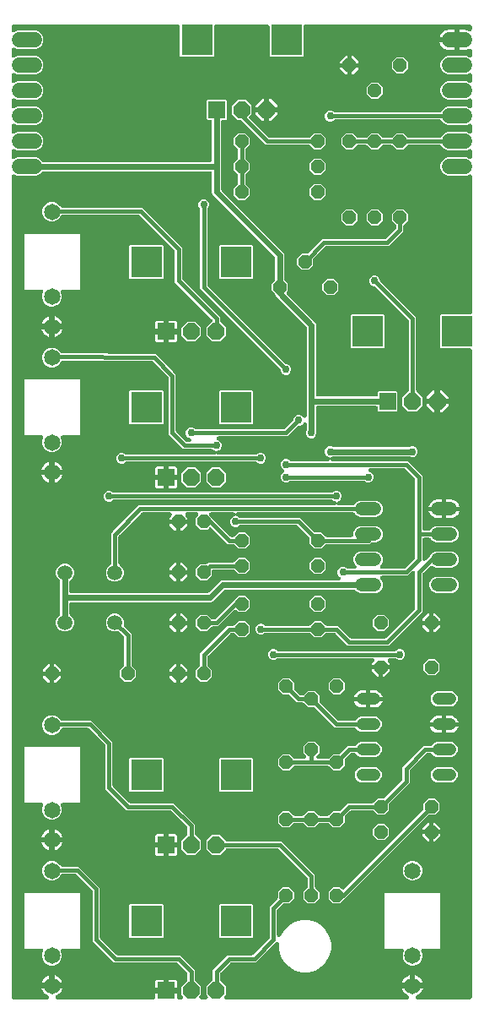
<source format=gbr>
G04 EAGLE Gerber RS-274X export*
G75*
%MOMM*%
%FSLAX34Y34*%
%LPD*%
%INTop Copper*%
%IPPOS*%
%AMOC8*
5,1,8,0,0,1.08239X$1,22.5*%
G01*
%ADD10P,1.429621X8X112.500000*%
%ADD11P,1.429621X8X22.500000*%
%ADD12P,1.429621X8X292.500000*%
%ADD13C,1.208000*%
%ADD14C,1.650000*%
%ADD15P,1.429621X8X202.500000*%
%ADD16C,1.320800*%
%ADD17R,1.676400X1.676400*%
%ADD18P,1.814519X8X292.500000*%
%ADD19R,3.116000X3.116000*%
%ADD20C,1.508000*%
%ADD21C,1.524000*%
%ADD22C,0.609600*%
%ADD23C,0.756400*%
%ADD24C,0.406400*%

G36*
X45661Y10173D02*
X45661Y10173D01*
X45787Y10176D01*
X45861Y10193D01*
X45936Y10201D01*
X46057Y10238D01*
X46180Y10266D01*
X46249Y10297D01*
X46321Y10319D01*
X46432Y10379D01*
X46547Y10431D01*
X46609Y10475D01*
X46675Y10511D01*
X46772Y10591D01*
X46875Y10665D01*
X46926Y10720D01*
X46984Y10768D01*
X47063Y10867D01*
X47150Y10959D01*
X47189Y11023D01*
X47237Y11082D01*
X47295Y11194D01*
X47361Y11302D01*
X47387Y11373D01*
X47422Y11439D01*
X47457Y11561D01*
X47501Y11679D01*
X47513Y11754D01*
X47534Y11826D01*
X47544Y11952D01*
X47563Y12077D01*
X47560Y12152D01*
X47566Y12228D01*
X47552Y12353D01*
X47546Y12479D01*
X47528Y12553D01*
X47519Y12627D01*
X47480Y12747D01*
X47450Y12870D01*
X47418Y12938D01*
X47395Y13010D01*
X47333Y13120D01*
X47279Y13235D01*
X47234Y13295D01*
X47197Y13361D01*
X47114Y13456D01*
X47039Y13558D01*
X46983Y13608D01*
X46934Y13665D01*
X46834Y13743D01*
X46740Y13828D01*
X46665Y13874D01*
X46615Y13912D01*
X46550Y13945D01*
X46458Y14002D01*
X45144Y14671D01*
X43770Y15669D01*
X42569Y16870D01*
X41571Y18244D01*
X40800Y19758D01*
X40347Y21151D01*
X50082Y21151D01*
X50100Y21152D01*
X50117Y21151D01*
X50300Y21172D01*
X50482Y21191D01*
X50499Y21196D01*
X50517Y21198D01*
X50692Y21255D01*
X50792Y21286D01*
X50799Y21282D01*
X50977Y21234D01*
X51152Y21184D01*
X51170Y21182D01*
X51187Y21178D01*
X51518Y21151D01*
X61253Y21151D01*
X60800Y19758D01*
X60029Y18244D01*
X59031Y16870D01*
X57830Y15669D01*
X56456Y14671D01*
X55142Y14002D01*
X55036Y13934D01*
X54925Y13873D01*
X54867Y13825D01*
X54804Y13784D01*
X54713Y13697D01*
X54616Y13616D01*
X54568Y13557D01*
X54514Y13504D01*
X54443Y13400D01*
X54363Y13302D01*
X54329Y13235D01*
X54286Y13173D01*
X54236Y13056D01*
X54178Y12945D01*
X54157Y12872D01*
X54127Y12803D01*
X54101Y12679D01*
X54066Y12558D01*
X54060Y12483D01*
X54045Y12409D01*
X54044Y12282D01*
X54034Y12156D01*
X54042Y12081D01*
X54042Y12006D01*
X54066Y11882D01*
X54081Y11757D01*
X54104Y11685D01*
X54118Y11611D01*
X54166Y11494D01*
X54205Y11374D01*
X54242Y11308D01*
X54271Y11238D01*
X54341Y11133D01*
X54403Y11023D01*
X54453Y10966D01*
X54494Y10903D01*
X54584Y10814D01*
X54666Y10718D01*
X54726Y10672D01*
X54779Y10619D01*
X54885Y10549D01*
X54985Y10472D01*
X55052Y10438D01*
X55115Y10396D01*
X55232Y10349D01*
X55345Y10292D01*
X55418Y10273D01*
X55488Y10244D01*
X55612Y10221D01*
X55734Y10188D01*
X55821Y10181D01*
X55883Y10169D01*
X55957Y10170D01*
X56065Y10161D01*
X152546Y10161D01*
X152564Y10163D01*
X152582Y10161D01*
X152764Y10182D01*
X152947Y10201D01*
X152964Y10206D01*
X152981Y10208D01*
X153156Y10265D01*
X153332Y10319D01*
X153347Y10327D01*
X153364Y10333D01*
X153524Y10423D01*
X153686Y10511D01*
X153699Y10522D01*
X153715Y10531D01*
X153854Y10651D01*
X153995Y10768D01*
X154006Y10782D01*
X154020Y10794D01*
X154132Y10939D01*
X154247Y11082D01*
X154255Y11098D01*
X154266Y11112D01*
X154348Y11277D01*
X154433Y11439D01*
X154438Y11456D01*
X154446Y11472D01*
X154493Y11651D01*
X154544Y11826D01*
X154546Y11844D01*
X154550Y11861D01*
X154577Y12192D01*
X154577Y16151D01*
X164782Y16151D01*
X164800Y16152D01*
X164817Y16151D01*
X165000Y16172D01*
X165182Y16191D01*
X165199Y16196D01*
X165217Y16198D01*
X165392Y16255D01*
X165492Y16286D01*
X165499Y16282D01*
X165677Y16234D01*
X165852Y16184D01*
X165870Y16182D01*
X165887Y16178D01*
X166218Y16151D01*
X176423Y16151D01*
X176423Y12192D01*
X176425Y12174D01*
X176423Y12156D01*
X176444Y11974D01*
X176463Y11791D01*
X176468Y11774D01*
X176470Y11757D01*
X176527Y11582D01*
X176581Y11406D01*
X176589Y11391D01*
X176595Y11374D01*
X176685Y11214D01*
X176773Y11052D01*
X176784Y11039D01*
X176793Y11023D01*
X176913Y10884D01*
X177030Y10743D01*
X177044Y10732D01*
X177056Y10718D01*
X177201Y10606D01*
X177344Y10491D01*
X177360Y10483D01*
X177374Y10472D01*
X177539Y10390D01*
X177701Y10305D01*
X177718Y10300D01*
X177734Y10292D01*
X177913Y10245D01*
X178088Y10194D01*
X178106Y10192D01*
X178123Y10188D01*
X178454Y10161D01*
X180325Y10161D01*
X180334Y10162D01*
X180343Y10161D01*
X180535Y10182D01*
X180726Y10201D01*
X180734Y10203D01*
X180743Y10204D01*
X180926Y10262D01*
X181111Y10319D01*
X181119Y10323D01*
X181127Y10326D01*
X181295Y10419D01*
X181465Y10511D01*
X181472Y10516D01*
X181479Y10521D01*
X181627Y10646D01*
X181774Y10768D01*
X181780Y10775D01*
X181786Y10781D01*
X181906Y10933D01*
X182026Y11082D01*
X182030Y11090D01*
X182036Y11097D01*
X182123Y11269D01*
X182212Y11439D01*
X182214Y11448D01*
X182218Y11456D01*
X182270Y11642D01*
X182323Y11826D01*
X182324Y11835D01*
X182326Y11844D01*
X182340Y12036D01*
X182356Y12228D01*
X182355Y12236D01*
X182356Y12245D01*
X182331Y12438D01*
X182309Y12627D01*
X182306Y12636D01*
X182305Y12645D01*
X182244Y12828D01*
X182184Y13010D01*
X182180Y13018D01*
X182177Y13026D01*
X182082Y13192D01*
X181986Y13361D01*
X181981Y13368D01*
X181976Y13375D01*
X181762Y13628D01*
X180593Y14797D01*
X180593Y23003D01*
X186348Y28759D01*
X186365Y28779D01*
X186386Y28797D01*
X186493Y28935D01*
X186603Y29070D01*
X186616Y29094D01*
X186632Y29115D01*
X186710Y29271D01*
X186792Y29426D01*
X186800Y29451D01*
X186812Y29475D01*
X186857Y29645D01*
X186907Y29812D01*
X186909Y29838D01*
X186916Y29864D01*
X186943Y30195D01*
X186943Y35635D01*
X186941Y35662D01*
X186943Y35689D01*
X186921Y35863D01*
X186903Y36036D01*
X186896Y36061D01*
X186892Y36088D01*
X186837Y36254D01*
X186785Y36421D01*
X186772Y36444D01*
X186764Y36470D01*
X186677Y36621D01*
X186593Y36775D01*
X186576Y36795D01*
X186563Y36819D01*
X186348Y37072D01*
X176772Y46648D01*
X176751Y46665D01*
X176733Y46686D01*
X176596Y46793D01*
X176460Y46903D01*
X176437Y46916D01*
X176415Y46932D01*
X176258Y47010D01*
X176104Y47092D01*
X176079Y47100D01*
X176055Y47112D01*
X175885Y47157D01*
X175719Y47207D01*
X175692Y47209D01*
X175666Y47216D01*
X175335Y47243D01*
X112827Y47243D01*
X91693Y68377D01*
X91693Y118335D01*
X91691Y118362D01*
X91693Y118389D01*
X91671Y118562D01*
X91653Y118736D01*
X91646Y118761D01*
X91642Y118788D01*
X91587Y118954D01*
X91535Y119121D01*
X91522Y119144D01*
X91514Y119170D01*
X91427Y119321D01*
X91343Y119475D01*
X91326Y119495D01*
X91313Y119519D01*
X91098Y119772D01*
X75322Y135548D01*
X75301Y135565D01*
X75283Y135586D01*
X75146Y135693D01*
X75010Y135803D01*
X74987Y135816D01*
X74965Y135832D01*
X74808Y135910D01*
X74654Y135992D01*
X74629Y136000D01*
X74605Y136012D01*
X74435Y136057D01*
X74269Y136107D01*
X74242Y136109D01*
X74216Y136116D01*
X73885Y136143D01*
X61595Y136143D01*
X61573Y136141D01*
X61551Y136143D01*
X61374Y136121D01*
X61195Y136103D01*
X61173Y136097D01*
X61151Y136094D01*
X60982Y136038D01*
X60810Y135985D01*
X60790Y135975D01*
X60769Y135968D01*
X60614Y135879D01*
X60456Y135793D01*
X60439Y135779D01*
X60419Y135768D01*
X60284Y135650D01*
X60147Y135536D01*
X60133Y135518D01*
X60116Y135504D01*
X60007Y135362D01*
X59894Y135222D01*
X59884Y135202D01*
X59870Y135184D01*
X59719Y134889D01*
X59087Y133363D01*
X56337Y130613D01*
X52744Y129125D01*
X48856Y129125D01*
X45263Y130613D01*
X42513Y133363D01*
X41025Y136956D01*
X41025Y140844D01*
X42513Y144437D01*
X45263Y147187D01*
X48856Y148675D01*
X52744Y148675D01*
X56337Y147187D01*
X59099Y144424D01*
X59162Y144313D01*
X59246Y144156D01*
X59260Y144139D01*
X59271Y144119D01*
X59389Y143983D01*
X59503Y143845D01*
X59520Y143831D01*
X59535Y143814D01*
X59676Y143705D01*
X59815Y143592D01*
X59835Y143581D01*
X59853Y143568D01*
X60013Y143488D01*
X60172Y143405D01*
X60193Y143398D01*
X60213Y143388D01*
X60387Y143342D01*
X60558Y143292D01*
X60580Y143290D01*
X60602Y143284D01*
X60933Y143257D01*
X77673Y143257D01*
X98807Y122123D01*
X98807Y72165D01*
X98809Y72138D01*
X98807Y72111D01*
X98829Y71937D01*
X98847Y71764D01*
X98854Y71739D01*
X98858Y71712D01*
X98913Y71546D01*
X98965Y71379D01*
X98978Y71356D01*
X98986Y71330D01*
X99073Y71179D01*
X99157Y71025D01*
X99174Y71005D01*
X99187Y70981D01*
X99402Y70728D01*
X115178Y54952D01*
X115199Y54935D01*
X115217Y54914D01*
X115354Y54807D01*
X115490Y54697D01*
X115513Y54684D01*
X115535Y54668D01*
X115692Y54590D01*
X115846Y54508D01*
X115871Y54500D01*
X115895Y54488D01*
X116065Y54443D01*
X116231Y54393D01*
X116258Y54391D01*
X116284Y54384D01*
X116615Y54357D01*
X179273Y54357D01*
X181585Y52045D01*
X181623Y51979D01*
X181707Y51825D01*
X181724Y51805D01*
X181737Y51781D01*
X181952Y51528D01*
X194057Y39423D01*
X194057Y30195D01*
X194059Y30168D01*
X194057Y30142D01*
X194079Y29968D01*
X194097Y29794D01*
X194104Y29769D01*
X194108Y29742D01*
X194163Y29576D01*
X194215Y29409D01*
X194228Y29386D01*
X194236Y29360D01*
X194323Y29209D01*
X194407Y29055D01*
X194424Y29035D01*
X194437Y29012D01*
X194652Y28759D01*
X200407Y23003D01*
X200407Y14797D01*
X199238Y13628D01*
X199233Y13621D01*
X199226Y13616D01*
X199106Y13466D01*
X198983Y13317D01*
X198979Y13309D01*
X198974Y13302D01*
X198885Y13132D01*
X198795Y12961D01*
X198792Y12952D01*
X198788Y12945D01*
X198735Y12760D01*
X198680Y12575D01*
X198679Y12566D01*
X198677Y12558D01*
X198661Y12367D01*
X198644Y12174D01*
X198645Y12165D01*
X198644Y12156D01*
X198666Y11967D01*
X198687Y11774D01*
X198690Y11765D01*
X198691Y11757D01*
X198750Y11575D01*
X198809Y11390D01*
X198813Y11382D01*
X198816Y11374D01*
X198910Y11207D01*
X199003Y11038D01*
X199009Y11031D01*
X199014Y11023D01*
X199139Y10878D01*
X199264Y10731D01*
X199271Y10725D01*
X199277Y10718D01*
X199427Y10602D01*
X199580Y10481D01*
X199588Y10477D01*
X199595Y10472D01*
X199766Y10386D01*
X199939Y10299D01*
X199947Y10296D01*
X199955Y10292D01*
X200141Y10242D01*
X200327Y10191D01*
X200335Y10190D01*
X200344Y10188D01*
X200675Y10161D01*
X205325Y10161D01*
X205334Y10162D01*
X205343Y10161D01*
X205535Y10182D01*
X205726Y10201D01*
X205734Y10203D01*
X205743Y10204D01*
X205926Y10262D01*
X206111Y10319D01*
X206119Y10323D01*
X206127Y10326D01*
X206295Y10419D01*
X206465Y10511D01*
X206472Y10516D01*
X206479Y10521D01*
X206627Y10646D01*
X206774Y10768D01*
X206780Y10775D01*
X206786Y10781D01*
X206906Y10933D01*
X207026Y11082D01*
X207030Y11090D01*
X207036Y11097D01*
X207123Y11269D01*
X207212Y11439D01*
X207214Y11448D01*
X207218Y11456D01*
X207270Y11642D01*
X207323Y11826D01*
X207324Y11835D01*
X207326Y11844D01*
X207340Y12036D01*
X207356Y12228D01*
X207355Y12236D01*
X207356Y12245D01*
X207331Y12438D01*
X207309Y12627D01*
X207306Y12636D01*
X207305Y12645D01*
X207244Y12828D01*
X207184Y13010D01*
X207180Y13018D01*
X207177Y13026D01*
X207082Y13192D01*
X206986Y13361D01*
X206981Y13368D01*
X206976Y13375D01*
X206762Y13628D01*
X205593Y14797D01*
X205593Y23003D01*
X211708Y29118D01*
X211832Y29270D01*
X211957Y29421D01*
X211960Y29425D01*
X211963Y29430D01*
X212054Y29601D01*
X212148Y29776D01*
X212149Y29781D01*
X212152Y29785D01*
X212207Y29972D01*
X212264Y30161D01*
X212265Y30167D01*
X212266Y30171D01*
X212270Y30208D01*
X212302Y30491D01*
X212342Y31774D01*
X212340Y31803D01*
X212343Y31838D01*
X212343Y39573D01*
X227127Y54357D01*
X251685Y54357D01*
X251712Y54359D01*
X251739Y54357D01*
X251913Y54379D01*
X252086Y54397D01*
X252111Y54404D01*
X252138Y54408D01*
X252304Y54463D01*
X252471Y54515D01*
X252494Y54528D01*
X252520Y54536D01*
X252671Y54623D01*
X252825Y54707D01*
X252845Y54724D01*
X252869Y54737D01*
X253122Y54952D01*
X268898Y70728D01*
X268915Y70749D01*
X268936Y70767D01*
X269043Y70904D01*
X269153Y71040D01*
X269166Y71063D01*
X269182Y71085D01*
X269260Y71242D01*
X269342Y71396D01*
X269350Y71421D01*
X269362Y71445D01*
X269407Y71615D01*
X269457Y71781D01*
X269459Y71808D01*
X269466Y71834D01*
X269493Y72165D01*
X269493Y103073D01*
X277026Y110606D01*
X277043Y110627D01*
X277064Y110644D01*
X277171Y110782D01*
X277281Y110918D01*
X277294Y110941D01*
X277310Y110963D01*
X277388Y111119D01*
X277470Y111273D01*
X277478Y111299D01*
X277490Y111323D01*
X277535Y111492D01*
X277585Y111659D01*
X277587Y111686D01*
X277594Y111712D01*
X277621Y112043D01*
X277621Y117667D01*
X282383Y122429D01*
X289117Y122429D01*
X293879Y117667D01*
X293879Y110933D01*
X289117Y106171D01*
X283493Y106171D01*
X283466Y106169D01*
X283439Y106171D01*
X283265Y106149D01*
X283092Y106131D01*
X283066Y106124D01*
X283040Y106120D01*
X282874Y106064D01*
X282707Y106013D01*
X282683Y106000D01*
X282658Y105992D01*
X282507Y105905D01*
X282353Y105821D01*
X282333Y105804D01*
X282309Y105791D01*
X282056Y105576D01*
X277202Y100722D01*
X277185Y100701D01*
X277164Y100683D01*
X277058Y100546D01*
X276947Y100410D01*
X276934Y100386D01*
X276918Y100365D01*
X276840Y100209D01*
X276758Y100054D01*
X276750Y100029D01*
X276738Y100005D01*
X276693Y99836D01*
X276643Y99669D01*
X276641Y99642D01*
X276634Y99616D01*
X276607Y99285D01*
X276607Y74570D01*
X276614Y74497D01*
X276612Y74424D01*
X276634Y74297D01*
X276647Y74169D01*
X276668Y74099D01*
X276681Y74027D01*
X276727Y73907D01*
X276765Y73784D01*
X276800Y73720D01*
X276826Y73652D01*
X276895Y73543D01*
X276957Y73430D01*
X277003Y73374D01*
X277043Y73312D01*
X277132Y73220D01*
X277214Y73121D01*
X277271Y73075D01*
X277322Y73022D01*
X277428Y72949D01*
X277528Y72869D01*
X277593Y72835D01*
X277653Y72793D01*
X277771Y72742D01*
X277885Y72683D01*
X277956Y72663D01*
X278023Y72634D01*
X278149Y72607D01*
X278272Y72572D01*
X278345Y72566D01*
X278417Y72551D01*
X278545Y72550D01*
X278674Y72539D01*
X278746Y72548D01*
X278820Y72547D01*
X278946Y72571D01*
X279073Y72586D01*
X279143Y72609D01*
X279215Y72622D01*
X279334Y72671D01*
X279456Y72711D01*
X279520Y72747D01*
X279588Y72774D01*
X279695Y72846D01*
X279807Y72909D01*
X279862Y72957D01*
X279923Y72997D01*
X280014Y73088D01*
X280111Y73172D01*
X280156Y73230D01*
X280208Y73281D01*
X280305Y73421D01*
X280358Y73490D01*
X280373Y73519D01*
X280397Y73554D01*
X283866Y79563D01*
X288737Y84434D01*
X294702Y87878D01*
X301356Y89661D01*
X308244Y89661D01*
X314898Y87878D01*
X320863Y84434D01*
X325734Y79563D01*
X329178Y73598D01*
X330961Y66944D01*
X330961Y60056D01*
X329178Y53402D01*
X325734Y47437D01*
X320863Y42566D01*
X314898Y39122D01*
X308244Y37339D01*
X301356Y37339D01*
X294702Y39122D01*
X288737Y42566D01*
X283866Y47437D01*
X280422Y53402D01*
X278639Y60056D01*
X278639Y65505D01*
X278638Y65514D01*
X278639Y65523D01*
X278618Y65715D01*
X278599Y65906D01*
X278597Y65915D01*
X278596Y65923D01*
X278538Y66106D01*
X278481Y66291D01*
X278477Y66299D01*
X278474Y66307D01*
X278381Y66476D01*
X278289Y66645D01*
X278284Y66652D01*
X278279Y66660D01*
X278154Y66807D01*
X278032Y66954D01*
X278025Y66960D01*
X278019Y66967D01*
X277868Y67086D01*
X277718Y67207D01*
X277710Y67211D01*
X277703Y67216D01*
X277532Y67303D01*
X277361Y67392D01*
X277352Y67395D01*
X277344Y67399D01*
X277158Y67450D01*
X276974Y67503D01*
X276965Y67504D01*
X276956Y67507D01*
X276764Y67521D01*
X276572Y67536D01*
X276564Y67535D01*
X276555Y67536D01*
X276362Y67512D01*
X276173Y67489D01*
X276164Y67487D01*
X276155Y67486D01*
X275972Y67424D01*
X275790Y67365D01*
X275782Y67360D01*
X275774Y67357D01*
X275608Y67262D01*
X275439Y67167D01*
X275432Y67161D01*
X275425Y67156D01*
X275172Y66942D01*
X273928Y65698D01*
X255473Y47243D01*
X230915Y47243D01*
X230888Y47241D01*
X230861Y47243D01*
X230687Y47221D01*
X230514Y47203D01*
X230489Y47196D01*
X230462Y47192D01*
X230296Y47137D01*
X230129Y47085D01*
X230106Y47072D01*
X230080Y47064D01*
X229929Y46977D01*
X229775Y46893D01*
X229755Y46876D01*
X229731Y46863D01*
X229478Y46648D01*
X220052Y37222D01*
X220035Y37201D01*
X220014Y37183D01*
X219907Y37046D01*
X219797Y36910D01*
X219784Y36887D01*
X219768Y36865D01*
X219690Y36708D01*
X219608Y36554D01*
X219600Y36529D01*
X219588Y36505D01*
X219543Y36335D01*
X219493Y36169D01*
X219491Y36142D01*
X219484Y36116D01*
X219457Y35785D01*
X219457Y33962D01*
X219476Y33765D01*
X219495Y33572D01*
X219496Y33567D01*
X219497Y33562D01*
X219514Y33506D01*
X219458Y31726D01*
X219460Y31698D01*
X219457Y31662D01*
X219457Y29795D01*
X219459Y29768D01*
X219457Y29742D01*
X219479Y29568D01*
X219497Y29394D01*
X219504Y29369D01*
X219508Y29342D01*
X219563Y29176D01*
X219615Y29009D01*
X219628Y28986D01*
X219636Y28960D01*
X219723Y28809D01*
X219807Y28655D01*
X219824Y28635D01*
X219837Y28612D01*
X220052Y28359D01*
X225407Y23003D01*
X225407Y14797D01*
X224238Y13628D01*
X224233Y13621D01*
X224226Y13616D01*
X224106Y13466D01*
X223983Y13317D01*
X223979Y13309D01*
X223974Y13302D01*
X223885Y13132D01*
X223795Y12961D01*
X223792Y12952D01*
X223788Y12945D01*
X223735Y12760D01*
X223680Y12575D01*
X223679Y12566D01*
X223677Y12558D01*
X223661Y12367D01*
X223644Y12174D01*
X223645Y12165D01*
X223644Y12156D01*
X223666Y11967D01*
X223687Y11774D01*
X223690Y11765D01*
X223691Y11757D01*
X223750Y11575D01*
X223809Y11390D01*
X223813Y11382D01*
X223816Y11374D01*
X223910Y11207D01*
X224003Y11038D01*
X224009Y11031D01*
X224014Y11023D01*
X224139Y10878D01*
X224264Y10731D01*
X224271Y10725D01*
X224277Y10718D01*
X224427Y10602D01*
X224580Y10481D01*
X224588Y10477D01*
X224595Y10472D01*
X224766Y10386D01*
X224939Y10299D01*
X224947Y10296D01*
X224955Y10292D01*
X225141Y10242D01*
X225327Y10191D01*
X225335Y10190D01*
X225344Y10188D01*
X225675Y10161D01*
X407485Y10161D01*
X407611Y10173D01*
X407737Y10176D01*
X407811Y10193D01*
X407886Y10201D01*
X408007Y10238D01*
X408130Y10266D01*
X408199Y10297D01*
X408271Y10319D01*
X408382Y10379D01*
X408497Y10431D01*
X408559Y10475D01*
X408625Y10511D01*
X408722Y10591D01*
X408825Y10665D01*
X408876Y10720D01*
X408934Y10768D01*
X409013Y10867D01*
X409100Y10959D01*
X409139Y11023D01*
X409187Y11082D01*
X409245Y11194D01*
X409311Y11302D01*
X409337Y11373D01*
X409372Y11439D01*
X409407Y11561D01*
X409451Y11679D01*
X409463Y11754D01*
X409484Y11826D01*
X409494Y11952D01*
X409513Y12077D01*
X409510Y12152D01*
X409516Y12228D01*
X409502Y12353D01*
X409496Y12479D01*
X409478Y12553D01*
X409469Y12627D01*
X409430Y12747D01*
X409400Y12870D01*
X409368Y12938D01*
X409345Y13010D01*
X409283Y13120D01*
X409229Y13235D01*
X409184Y13295D01*
X409147Y13361D01*
X409064Y13456D01*
X408989Y13558D01*
X408933Y13608D01*
X408884Y13665D01*
X408784Y13743D01*
X408690Y13828D01*
X408615Y13874D01*
X408565Y13912D01*
X408500Y13945D01*
X408408Y14002D01*
X407094Y14671D01*
X405720Y15669D01*
X404519Y16870D01*
X403521Y18244D01*
X402750Y19758D01*
X402297Y21151D01*
X412032Y21151D01*
X412050Y21152D01*
X412067Y21151D01*
X412250Y21172D01*
X412432Y21191D01*
X412449Y21196D01*
X412467Y21198D01*
X412642Y21255D01*
X412742Y21286D01*
X412749Y21282D01*
X412927Y21234D01*
X413102Y21184D01*
X413120Y21182D01*
X413137Y21178D01*
X413468Y21151D01*
X423203Y21151D01*
X422750Y19758D01*
X421979Y18244D01*
X420981Y16870D01*
X419780Y15669D01*
X418406Y14671D01*
X417092Y14002D01*
X416986Y13934D01*
X416875Y13873D01*
X416817Y13825D01*
X416754Y13784D01*
X416663Y13697D01*
X416566Y13616D01*
X416519Y13557D01*
X416464Y13504D01*
X416393Y13400D01*
X416313Y13302D01*
X416279Y13235D01*
X416236Y13173D01*
X416186Y13057D01*
X416128Y12945D01*
X416107Y12872D01*
X416077Y12803D01*
X416051Y12679D01*
X416017Y12558D01*
X416010Y12482D01*
X415995Y12409D01*
X415994Y12282D01*
X415984Y12156D01*
X415992Y12081D01*
X415992Y12006D01*
X416016Y11882D01*
X416031Y11757D01*
X416054Y11685D01*
X416068Y11611D01*
X416116Y11494D01*
X416155Y11374D01*
X416192Y11308D01*
X416221Y11238D01*
X416291Y11133D01*
X416353Y11023D01*
X416403Y10966D01*
X416444Y10903D01*
X416534Y10814D01*
X416616Y10718D01*
X416676Y10672D01*
X416729Y10619D01*
X416835Y10549D01*
X416935Y10472D01*
X417002Y10438D01*
X417065Y10396D01*
X417182Y10349D01*
X417295Y10292D01*
X417368Y10273D01*
X417438Y10244D01*
X417562Y10221D01*
X417684Y10188D01*
X417771Y10181D01*
X417833Y10169D01*
X417907Y10170D01*
X418015Y10161D01*
X470408Y10161D01*
X470426Y10163D01*
X470444Y10161D01*
X470626Y10182D01*
X470809Y10201D01*
X470826Y10206D01*
X470843Y10208D01*
X471018Y10265D01*
X471194Y10319D01*
X471209Y10327D01*
X471226Y10333D01*
X471386Y10423D01*
X471548Y10511D01*
X471561Y10522D01*
X471577Y10531D01*
X471716Y10651D01*
X471857Y10768D01*
X471868Y10782D01*
X471882Y10794D01*
X471994Y10939D01*
X472109Y11082D01*
X472117Y11098D01*
X472128Y11112D01*
X472210Y11277D01*
X472295Y11439D01*
X472300Y11456D01*
X472308Y11472D01*
X472355Y11651D01*
X472406Y11826D01*
X472408Y11844D01*
X472412Y11861D01*
X472439Y12192D01*
X472439Y660314D01*
X472437Y660332D01*
X472439Y660350D01*
X472418Y660532D01*
X472399Y660715D01*
X472394Y660732D01*
X472392Y660749D01*
X472335Y660924D01*
X472281Y661100D01*
X472273Y661115D01*
X472267Y661132D01*
X472177Y661292D01*
X472089Y661454D01*
X472078Y661467D01*
X472069Y661483D01*
X471949Y661622D01*
X471832Y661763D01*
X471818Y661774D01*
X471806Y661788D01*
X471661Y661900D01*
X471518Y662015D01*
X471502Y662023D01*
X471488Y662034D01*
X471323Y662116D01*
X471161Y662201D01*
X471144Y662206D01*
X471128Y662214D01*
X470949Y662261D01*
X470774Y662312D01*
X470756Y662314D01*
X470739Y662318D01*
X470408Y662345D01*
X441538Y662345D01*
X440645Y663238D01*
X440645Y695662D01*
X441538Y696555D01*
X470408Y696555D01*
X470426Y696557D01*
X470444Y696555D01*
X470626Y696576D01*
X470809Y696595D01*
X470826Y696600D01*
X470843Y696602D01*
X471018Y696659D01*
X471194Y696713D01*
X471209Y696721D01*
X471226Y696727D01*
X471386Y696817D01*
X471548Y696905D01*
X471561Y696916D01*
X471577Y696925D01*
X471716Y697045D01*
X471857Y697162D01*
X471868Y697176D01*
X471882Y697188D01*
X471994Y697333D01*
X472109Y697476D01*
X472117Y697492D01*
X472128Y697506D01*
X472210Y697671D01*
X472295Y697833D01*
X472300Y697850D01*
X472308Y697866D01*
X472355Y698045D01*
X472406Y698220D01*
X472408Y698238D01*
X472412Y698255D01*
X472439Y698586D01*
X472439Y834768D01*
X472438Y834781D01*
X472439Y834795D01*
X472418Y834980D01*
X472399Y835168D01*
X472395Y835181D01*
X472394Y835195D01*
X472336Y835374D01*
X472281Y835553D01*
X472275Y835565D01*
X472271Y835578D01*
X472179Y835743D01*
X472089Y835907D01*
X472081Y835918D01*
X472074Y835929D01*
X471952Y836073D01*
X471832Y836217D01*
X471821Y836225D01*
X471813Y836235D01*
X471664Y836352D01*
X471518Y836469D01*
X471506Y836475D01*
X471496Y836483D01*
X471326Y836568D01*
X471161Y836655D01*
X471148Y836658D01*
X471136Y836664D01*
X470953Y836714D01*
X470774Y836766D01*
X470760Y836767D01*
X470747Y836771D01*
X470559Y836783D01*
X470372Y836799D01*
X470359Y836797D01*
X470346Y836798D01*
X470158Y836774D01*
X469973Y836752D01*
X469960Y836748D01*
X469947Y836746D01*
X469631Y836644D01*
X466639Y835405D01*
X447761Y835405D01*
X444400Y836797D01*
X441827Y839370D01*
X440435Y842731D01*
X440435Y846369D01*
X441827Y849730D01*
X444400Y852303D01*
X447761Y853695D01*
X466639Y853695D01*
X469631Y852456D01*
X469644Y852452D01*
X469655Y852445D01*
X469835Y852394D01*
X470016Y852339D01*
X470029Y852338D01*
X470042Y852334D01*
X470230Y852319D01*
X470417Y852301D01*
X470430Y852302D01*
X470444Y852301D01*
X470630Y852323D01*
X470817Y852343D01*
X470830Y852347D01*
X470843Y852348D01*
X471022Y852406D01*
X471202Y852462D01*
X471213Y852469D01*
X471226Y852473D01*
X471390Y852565D01*
X471555Y852656D01*
X471565Y852664D01*
X471577Y852671D01*
X471719Y852793D01*
X471863Y852915D01*
X471871Y852925D01*
X471882Y852934D01*
X471996Y853082D01*
X472114Y853230D01*
X472120Y853242D01*
X472128Y853252D01*
X472212Y853420D01*
X472298Y853588D01*
X472302Y853601D01*
X472308Y853613D01*
X472357Y853795D01*
X472408Y853975D01*
X472409Y853988D01*
X472412Y854001D01*
X472439Y854332D01*
X472439Y860168D01*
X472438Y860181D01*
X472439Y860195D01*
X472418Y860381D01*
X472399Y860568D01*
X472395Y860581D01*
X472394Y860595D01*
X472336Y860774D01*
X472281Y860953D01*
X472275Y860965D01*
X472271Y860978D01*
X472179Y861143D01*
X472089Y861307D01*
X472081Y861318D01*
X472074Y861329D01*
X471952Y861473D01*
X471832Y861617D01*
X471821Y861625D01*
X471813Y861635D01*
X471664Y861752D01*
X471518Y861869D01*
X471506Y861875D01*
X471496Y861883D01*
X471326Y861968D01*
X471161Y862055D01*
X471148Y862058D01*
X471136Y862064D01*
X470953Y862114D01*
X470774Y862166D01*
X470760Y862167D01*
X470747Y862171D01*
X470559Y862183D01*
X470372Y862199D01*
X470359Y862197D01*
X470346Y862198D01*
X470158Y862174D01*
X469973Y862152D01*
X469960Y862148D01*
X469947Y862146D01*
X469631Y862044D01*
X466639Y860805D01*
X447761Y860805D01*
X444400Y862197D01*
X441827Y864770D01*
X441674Y865139D01*
X441664Y865159D01*
X441657Y865180D01*
X441569Y865336D01*
X441484Y865494D01*
X441470Y865511D01*
X441459Y865531D01*
X441342Y865667D01*
X441228Y865805D01*
X441211Y865819D01*
X441196Y865836D01*
X441055Y865945D01*
X440915Y866058D01*
X440895Y866069D01*
X440878Y866082D01*
X440718Y866162D01*
X440559Y866245D01*
X440537Y866252D01*
X440517Y866262D01*
X440344Y866308D01*
X440172Y866358D01*
X440150Y866360D01*
X440129Y866366D01*
X439798Y866393D01*
X408830Y866393D01*
X408804Y866391D01*
X408777Y866393D01*
X408603Y866371D01*
X408430Y866353D01*
X408404Y866346D01*
X408378Y866342D01*
X408212Y866287D01*
X408045Y866235D01*
X408021Y866222D01*
X407996Y866214D01*
X407844Y866127D01*
X407691Y866043D01*
X407670Y866026D01*
X407647Y866013D01*
X407394Y865798D01*
X403417Y861821D01*
X396683Y861821D01*
X392706Y865798D01*
X392685Y865815D01*
X392668Y865836D01*
X392530Y865943D01*
X392394Y866053D01*
X392371Y866066D01*
X392350Y866082D01*
X392193Y866160D01*
X392039Y866242D01*
X392013Y866250D01*
X391989Y866262D01*
X391820Y866307D01*
X391653Y866357D01*
X391626Y866359D01*
X391600Y866366D01*
X391270Y866393D01*
X383430Y866393D01*
X383404Y866391D01*
X383377Y866393D01*
X383203Y866371D01*
X383030Y866353D01*
X383004Y866346D01*
X382978Y866342D01*
X382812Y866286D01*
X382645Y866235D01*
X382621Y866222D01*
X382596Y866214D01*
X382444Y866127D01*
X382291Y866043D01*
X382270Y866026D01*
X382247Y866013D01*
X381994Y865798D01*
X378017Y861821D01*
X371283Y861821D01*
X367306Y865798D01*
X367285Y865815D01*
X367268Y865836D01*
X367130Y865943D01*
X366994Y866053D01*
X366971Y866066D01*
X366950Y866082D01*
X366793Y866160D01*
X366639Y866242D01*
X366613Y866250D01*
X366589Y866262D01*
X366420Y866307D01*
X366253Y866357D01*
X366226Y866359D01*
X366200Y866366D01*
X365870Y866393D01*
X358030Y866393D01*
X358004Y866391D01*
X357977Y866393D01*
X357803Y866371D01*
X357630Y866353D01*
X357604Y866346D01*
X357578Y866342D01*
X357412Y866287D01*
X357245Y866235D01*
X357221Y866222D01*
X357196Y866214D01*
X357044Y866127D01*
X356891Y866043D01*
X356870Y866026D01*
X356847Y866013D01*
X356594Y865798D01*
X352617Y861821D01*
X345883Y861821D01*
X341121Y866583D01*
X341121Y873317D01*
X345883Y878079D01*
X352617Y878079D01*
X356594Y874102D01*
X356615Y874085D01*
X356632Y874064D01*
X356770Y873957D01*
X356906Y873847D01*
X356929Y873834D01*
X356950Y873818D01*
X357107Y873740D01*
X357261Y873658D01*
X357287Y873650D01*
X357311Y873638D01*
X357480Y873593D01*
X357647Y873543D01*
X357674Y873541D01*
X357700Y873534D01*
X358030Y873507D01*
X365870Y873507D01*
X365896Y873509D01*
X365923Y873507D01*
X366097Y873529D01*
X366270Y873547D01*
X366296Y873554D01*
X366322Y873558D01*
X366488Y873614D01*
X366655Y873665D01*
X366679Y873678D01*
X366704Y873686D01*
X366856Y873773D01*
X367009Y873857D01*
X367030Y873874D01*
X367053Y873887D01*
X367306Y874102D01*
X371283Y878079D01*
X378017Y878079D01*
X381994Y874102D01*
X382015Y874085D01*
X382032Y874064D01*
X382170Y873957D01*
X382306Y873847D01*
X382329Y873834D01*
X382350Y873818D01*
X382507Y873740D01*
X382661Y873658D01*
X382687Y873650D01*
X382711Y873638D01*
X382880Y873593D01*
X383047Y873543D01*
X383074Y873541D01*
X383100Y873534D01*
X383430Y873507D01*
X391270Y873507D01*
X391296Y873509D01*
X391323Y873507D01*
X391497Y873529D01*
X391670Y873547D01*
X391696Y873554D01*
X391722Y873558D01*
X391888Y873613D01*
X392055Y873665D01*
X392079Y873678D01*
X392104Y873686D01*
X392256Y873773D01*
X392409Y873857D01*
X392430Y873874D01*
X392453Y873887D01*
X392706Y874102D01*
X396683Y878079D01*
X403417Y878079D01*
X407394Y874102D01*
X407415Y874085D01*
X407432Y874064D01*
X407570Y873957D01*
X407706Y873847D01*
X407729Y873834D01*
X407750Y873818D01*
X407907Y873740D01*
X408061Y873658D01*
X408087Y873650D01*
X408111Y873638D01*
X408280Y873593D01*
X408447Y873543D01*
X408474Y873541D01*
X408500Y873534D01*
X408830Y873507D01*
X439798Y873507D01*
X439820Y873509D01*
X439842Y873507D01*
X440020Y873529D01*
X440198Y873547D01*
X440220Y873553D01*
X440242Y873556D01*
X440412Y873612D01*
X440583Y873665D01*
X440603Y873675D01*
X440624Y873682D01*
X440780Y873771D01*
X440937Y873857D01*
X440955Y873871D01*
X440974Y873882D01*
X441109Y874000D01*
X441247Y874114D01*
X441261Y874132D01*
X441277Y874146D01*
X441387Y874289D01*
X441499Y874428D01*
X441509Y874448D01*
X441523Y874466D01*
X441674Y874761D01*
X441827Y875130D01*
X444400Y877703D01*
X447761Y879095D01*
X466639Y879095D01*
X469631Y877856D01*
X469644Y877852D01*
X469655Y877845D01*
X469835Y877794D01*
X470016Y877739D01*
X470029Y877738D01*
X470042Y877734D01*
X470230Y877719D01*
X470417Y877701D01*
X470430Y877702D01*
X470444Y877701D01*
X470630Y877723D01*
X470817Y877743D01*
X470830Y877747D01*
X470843Y877748D01*
X471022Y877806D01*
X471202Y877862D01*
X471213Y877869D01*
X471226Y877873D01*
X471390Y877965D01*
X471555Y878056D01*
X471565Y878064D01*
X471577Y878071D01*
X471719Y878193D01*
X471863Y878315D01*
X471871Y878325D01*
X471882Y878334D01*
X471996Y878482D01*
X472114Y878630D01*
X472120Y878642D01*
X472128Y878652D01*
X472212Y878820D01*
X472298Y878988D01*
X472302Y879001D01*
X472308Y879013D01*
X472357Y879195D01*
X472408Y879375D01*
X472409Y879388D01*
X472412Y879401D01*
X472439Y879732D01*
X472439Y885568D01*
X472438Y885581D01*
X472439Y885595D01*
X472418Y885781D01*
X472399Y885968D01*
X472395Y885981D01*
X472394Y885995D01*
X472336Y886174D01*
X472281Y886353D01*
X472275Y886365D01*
X472271Y886378D01*
X472179Y886543D01*
X472089Y886707D01*
X472081Y886718D01*
X472074Y886729D01*
X471952Y886873D01*
X471832Y887017D01*
X471821Y887025D01*
X471813Y887035D01*
X471664Y887152D01*
X471518Y887269D01*
X471506Y887275D01*
X471496Y887283D01*
X471326Y887368D01*
X471161Y887455D01*
X471148Y887458D01*
X471136Y887464D01*
X470953Y887514D01*
X470774Y887566D01*
X470760Y887567D01*
X470747Y887571D01*
X470559Y887583D01*
X470372Y887599D01*
X470359Y887597D01*
X470346Y887598D01*
X470158Y887574D01*
X469973Y887552D01*
X469960Y887548D01*
X469947Y887546D01*
X469631Y887444D01*
X466639Y886205D01*
X447761Y886205D01*
X444400Y887597D01*
X441827Y890170D01*
X441674Y890539D01*
X441664Y890559D01*
X441657Y890580D01*
X441569Y890736D01*
X441484Y890894D01*
X441470Y890911D01*
X441459Y890931D01*
X441342Y891067D01*
X441228Y891205D01*
X441211Y891219D01*
X441196Y891236D01*
X441055Y891345D01*
X440915Y891458D01*
X440895Y891469D01*
X440878Y891482D01*
X440718Y891562D01*
X440559Y891645D01*
X440537Y891652D01*
X440517Y891662D01*
X440344Y891708D01*
X440172Y891758D01*
X440150Y891760D01*
X440129Y891766D01*
X439798Y891793D01*
X334990Y891793D01*
X334963Y891791D01*
X334936Y891793D01*
X334762Y891771D01*
X334589Y891753D01*
X334563Y891746D01*
X334537Y891742D01*
X334371Y891687D01*
X334204Y891635D01*
X334180Y891622D01*
X334155Y891614D01*
X334003Y891527D01*
X333850Y891443D01*
X333829Y891426D01*
X333806Y891413D01*
X333553Y891198D01*
X333206Y890851D01*
X331256Y890043D01*
X329144Y890043D01*
X327194Y890851D01*
X325701Y892344D01*
X324893Y894294D01*
X324893Y896406D01*
X325701Y898356D01*
X327194Y899849D01*
X329144Y900657D01*
X331256Y900657D01*
X333206Y899849D01*
X333553Y899502D01*
X333574Y899485D01*
X333591Y899464D01*
X333729Y899357D01*
X333865Y899247D01*
X333888Y899234D01*
X333909Y899218D01*
X334066Y899140D01*
X334220Y899058D01*
X334246Y899050D01*
X334270Y899038D01*
X334439Y898993D01*
X334606Y898943D01*
X334633Y898941D01*
X334659Y898934D01*
X334990Y898907D01*
X439798Y898907D01*
X439820Y898909D01*
X439842Y898907D01*
X440020Y898929D01*
X440198Y898947D01*
X440220Y898953D01*
X440242Y898956D01*
X440412Y899012D01*
X440583Y899065D01*
X440603Y899075D01*
X440624Y899082D01*
X440780Y899171D01*
X440937Y899257D01*
X440955Y899271D01*
X440974Y899282D01*
X441109Y899400D01*
X441247Y899514D01*
X441261Y899532D01*
X441277Y899546D01*
X441387Y899689D01*
X441499Y899828D01*
X441509Y899848D01*
X441523Y899866D01*
X441674Y900161D01*
X441827Y900530D01*
X444400Y903103D01*
X447761Y904495D01*
X466639Y904495D01*
X469631Y903256D01*
X469644Y903252D01*
X469655Y903245D01*
X469835Y903194D01*
X470016Y903139D01*
X470029Y903138D01*
X470042Y903134D01*
X470230Y903119D01*
X470417Y903101D01*
X470430Y903102D01*
X470444Y903101D01*
X470630Y903123D01*
X470817Y903143D01*
X470830Y903147D01*
X470843Y903148D01*
X471022Y903206D01*
X471202Y903262D01*
X471213Y903269D01*
X471226Y903273D01*
X471390Y903365D01*
X471555Y903456D01*
X471565Y903464D01*
X471577Y903471D01*
X471719Y903593D01*
X471863Y903715D01*
X471871Y903725D01*
X471882Y903734D01*
X471996Y903882D01*
X472114Y904030D01*
X472120Y904042D01*
X472128Y904052D01*
X472212Y904220D01*
X472298Y904388D01*
X472302Y904401D01*
X472308Y904413D01*
X472357Y904595D01*
X472408Y904775D01*
X472409Y904788D01*
X472412Y904801D01*
X472439Y905132D01*
X472439Y910968D01*
X472438Y910981D01*
X472439Y910995D01*
X472418Y911181D01*
X472399Y911368D01*
X472395Y911381D01*
X472394Y911395D01*
X472336Y911574D01*
X472281Y911753D01*
X472275Y911765D01*
X472271Y911778D01*
X472179Y911943D01*
X472089Y912107D01*
X472081Y912118D01*
X472074Y912129D01*
X471952Y912273D01*
X471832Y912417D01*
X471821Y912425D01*
X471813Y912435D01*
X471664Y912552D01*
X471518Y912669D01*
X471506Y912675D01*
X471496Y912683D01*
X471326Y912768D01*
X471161Y912855D01*
X471148Y912858D01*
X471136Y912864D01*
X470953Y912914D01*
X470774Y912966D01*
X470760Y912967D01*
X470747Y912971D01*
X470559Y912983D01*
X470372Y912999D01*
X470359Y912997D01*
X470346Y912998D01*
X470158Y912974D01*
X469973Y912952D01*
X469960Y912948D01*
X469947Y912946D01*
X469631Y912844D01*
X466639Y911605D01*
X447761Y911605D01*
X444400Y912997D01*
X441827Y915570D01*
X440435Y918931D01*
X440435Y922569D01*
X441827Y925930D01*
X444400Y928503D01*
X447761Y929895D01*
X466639Y929895D01*
X469631Y928656D01*
X469644Y928652D01*
X469655Y928645D01*
X469835Y928594D01*
X470016Y928539D01*
X470029Y928538D01*
X470042Y928534D01*
X470230Y928519D01*
X470417Y928501D01*
X470430Y928502D01*
X470444Y928501D01*
X470630Y928523D01*
X470817Y928543D01*
X470830Y928547D01*
X470843Y928548D01*
X471022Y928606D01*
X471202Y928662D01*
X471213Y928669D01*
X471226Y928673D01*
X471390Y928765D01*
X471555Y928856D01*
X471565Y928864D01*
X471577Y928871D01*
X471719Y928993D01*
X471863Y929115D01*
X471871Y929125D01*
X471882Y929134D01*
X471996Y929282D01*
X472114Y929430D01*
X472120Y929442D01*
X472128Y929452D01*
X472212Y929620D01*
X472298Y929788D01*
X472302Y929801D01*
X472308Y929813D01*
X472357Y929995D01*
X472408Y930175D01*
X472409Y930188D01*
X472412Y930201D01*
X472439Y930532D01*
X472439Y936368D01*
X472438Y936381D01*
X472439Y936395D01*
X472418Y936581D01*
X472399Y936768D01*
X472395Y936781D01*
X472394Y936795D01*
X472336Y936974D01*
X472281Y937153D01*
X472275Y937165D01*
X472271Y937178D01*
X472179Y937343D01*
X472089Y937507D01*
X472081Y937518D01*
X472074Y937529D01*
X471952Y937673D01*
X471832Y937817D01*
X471821Y937825D01*
X471813Y937835D01*
X471664Y937952D01*
X471518Y938069D01*
X471506Y938075D01*
X471496Y938083D01*
X471326Y938168D01*
X471161Y938255D01*
X471148Y938258D01*
X471136Y938264D01*
X470953Y938314D01*
X470774Y938366D01*
X470760Y938367D01*
X470747Y938371D01*
X470559Y938383D01*
X470372Y938399D01*
X470359Y938397D01*
X470346Y938398D01*
X470158Y938374D01*
X469973Y938352D01*
X469960Y938348D01*
X469947Y938346D01*
X469631Y938244D01*
X466639Y937005D01*
X447761Y937005D01*
X444400Y938397D01*
X441827Y940970D01*
X440435Y944331D01*
X440435Y947969D01*
X441827Y951330D01*
X444400Y953903D01*
X447761Y955295D01*
X466639Y955295D01*
X469631Y954056D01*
X469644Y954052D01*
X469655Y954045D01*
X469835Y953994D01*
X470016Y953939D01*
X470029Y953938D01*
X470042Y953934D01*
X470230Y953919D01*
X470417Y953901D01*
X470430Y953902D01*
X470444Y953901D01*
X470630Y953923D01*
X470817Y953943D01*
X470830Y953947D01*
X470843Y953948D01*
X471022Y954006D01*
X471202Y954062D01*
X471213Y954069D01*
X471226Y954073D01*
X471390Y954165D01*
X471555Y954256D01*
X471565Y954264D01*
X471577Y954271D01*
X471719Y954393D01*
X471863Y954515D01*
X471871Y954525D01*
X471882Y954534D01*
X471996Y954682D01*
X472114Y954830D01*
X472120Y954842D01*
X472128Y954852D01*
X472212Y955020D01*
X472298Y955188D01*
X472302Y955201D01*
X472308Y955213D01*
X472357Y955395D01*
X472408Y955575D01*
X472409Y955588D01*
X472412Y955601D01*
X472439Y955932D01*
X472439Y960714D01*
X472430Y960807D01*
X472431Y960900D01*
X472410Y961007D01*
X472399Y961114D01*
X472372Y961204D01*
X472354Y961295D01*
X472313Y961396D01*
X472281Y961499D01*
X472237Y961581D01*
X472201Y961668D01*
X472141Y961758D01*
X472089Y961853D01*
X472030Y961925D01*
X471978Y962003D01*
X471901Y962079D01*
X471832Y962163D01*
X471759Y962221D01*
X471693Y962287D01*
X471602Y962347D01*
X471518Y962415D01*
X471435Y962458D01*
X471358Y962510D01*
X471257Y962551D01*
X471161Y962601D01*
X471071Y962626D01*
X470985Y962662D01*
X470878Y962682D01*
X470774Y962712D01*
X470681Y962720D01*
X470589Y962737D01*
X470481Y962736D01*
X470372Y962745D01*
X470280Y962734D01*
X470187Y962733D01*
X470080Y962711D01*
X469973Y962698D01*
X469884Y962669D01*
X469793Y962650D01*
X469669Y962599D01*
X469590Y962573D01*
X469547Y962549D01*
X469486Y962524D01*
X468720Y962134D01*
X467199Y961639D01*
X465620Y961389D01*
X459739Y961389D01*
X459739Y971042D01*
X459737Y971060D01*
X459739Y971077D01*
X459718Y971260D01*
X459699Y971442D01*
X459694Y971459D01*
X459692Y971477D01*
X459667Y971555D01*
X459706Y971692D01*
X459708Y971710D01*
X459712Y971727D01*
X459739Y972058D01*
X459739Y981711D01*
X465620Y981711D01*
X467199Y981461D01*
X468720Y980966D01*
X469486Y980576D01*
X469573Y980542D01*
X469655Y980499D01*
X469760Y980469D01*
X469861Y980430D01*
X469953Y980414D01*
X470042Y980388D01*
X470151Y980379D01*
X470257Y980360D01*
X470351Y980363D01*
X470444Y980355D01*
X470551Y980368D01*
X470660Y980371D01*
X470751Y980391D01*
X470843Y980402D01*
X470947Y980436D01*
X471053Y980460D01*
X471138Y980498D01*
X471226Y980527D01*
X471321Y980580D01*
X471420Y980625D01*
X471496Y980679D01*
X471577Y980725D01*
X471659Y980796D01*
X471747Y980859D01*
X471811Y980927D01*
X471882Y980988D01*
X471948Y981074D01*
X472022Y981153D01*
X472071Y981233D01*
X472128Y981306D01*
X472177Y981403D01*
X472234Y981496D01*
X472266Y981583D01*
X472308Y981667D01*
X472336Y981772D01*
X472373Y981873D01*
X472388Y981965D01*
X472412Y982055D01*
X472423Y982189D01*
X472436Y982271D01*
X472434Y982321D01*
X472439Y982386D01*
X472439Y984756D01*
X472437Y984773D01*
X472439Y984791D01*
X472418Y984974D01*
X472399Y985156D01*
X472394Y985173D01*
X472392Y985191D01*
X472335Y985365D01*
X472281Y985541D01*
X472273Y985557D01*
X472267Y985574D01*
X472177Y985733D01*
X472089Y985895D01*
X472078Y985909D01*
X472069Y985925D01*
X471949Y986064D01*
X471832Y986204D01*
X471818Y986216D01*
X471806Y986229D01*
X471661Y986342D01*
X471518Y986457D01*
X471502Y986465D01*
X471488Y986476D01*
X471323Y986558D01*
X471161Y986642D01*
X471143Y986647D01*
X471127Y986655D01*
X470950Y986703D01*
X470774Y986754D01*
X470756Y986755D01*
X470738Y986760D01*
X470408Y986787D01*
X305436Y986753D01*
X305418Y986751D01*
X305400Y986752D01*
X305218Y986731D01*
X305035Y986713D01*
X305018Y986707D01*
X305001Y986705D01*
X304826Y986648D01*
X304650Y986594D01*
X304635Y986586D01*
X304618Y986581D01*
X304458Y986490D01*
X304296Y986403D01*
X304283Y986391D01*
X304267Y986383D01*
X304128Y986262D01*
X303987Y986145D01*
X303976Y986131D01*
X303962Y986119D01*
X303850Y985975D01*
X303735Y985831D01*
X303726Y985815D01*
X303716Y985801D01*
X303634Y985637D01*
X303549Y985474D01*
X303544Y985457D01*
X303536Y985441D01*
X303488Y985262D01*
X303438Y985087D01*
X303436Y985069D01*
X303432Y985052D01*
X303405Y984721D01*
X303405Y955338D01*
X302512Y954445D01*
X270088Y954445D01*
X269195Y955338D01*
X269195Y984713D01*
X269193Y984731D01*
X269195Y984749D01*
X269174Y984932D01*
X269155Y985114D01*
X269150Y985131D01*
X269148Y985149D01*
X269091Y985323D01*
X269037Y985499D01*
X269029Y985515D01*
X269023Y985532D01*
X268933Y985691D01*
X268845Y985853D01*
X268834Y985867D01*
X268825Y985883D01*
X268705Y986022D01*
X268588Y986162D01*
X268574Y986173D01*
X268562Y986187D01*
X268416Y986300D01*
X268274Y986415D01*
X268258Y986423D01*
X268244Y986434D01*
X268079Y986516D01*
X267917Y986600D01*
X267899Y986605D01*
X267883Y986613D01*
X267706Y986661D01*
X267530Y986711D01*
X267512Y986713D01*
X267494Y986718D01*
X267164Y986745D01*
X215436Y986734D01*
X215418Y986732D01*
X215400Y986734D01*
X215218Y986712D01*
X215035Y986694D01*
X215018Y986689D01*
X215001Y986687D01*
X214826Y986630D01*
X214650Y986576D01*
X214635Y986567D01*
X214618Y986562D01*
X214458Y986472D01*
X214296Y986384D01*
X214283Y986373D01*
X214267Y986364D01*
X214128Y986244D01*
X213987Y986126D01*
X213976Y986112D01*
X213962Y986101D01*
X213850Y985956D01*
X213735Y985812D01*
X213726Y985797D01*
X213716Y985783D01*
X213634Y985618D01*
X213549Y985455D01*
X213544Y985438D01*
X213536Y985422D01*
X213488Y985243D01*
X213438Y985068D01*
X213436Y985050D01*
X213432Y985033D01*
X213405Y984703D01*
X213405Y955338D01*
X212512Y954445D01*
X180088Y954445D01*
X179195Y955338D01*
X179195Y984695D01*
X179193Y984713D01*
X179195Y984731D01*
X179174Y984913D01*
X179155Y985095D01*
X179150Y985113D01*
X179148Y985131D01*
X179091Y985305D01*
X179037Y985480D01*
X179029Y985496D01*
X179023Y985513D01*
X178933Y985673D01*
X178845Y985834D01*
X178834Y985848D01*
X178825Y985864D01*
X178705Y986003D01*
X178588Y986144D01*
X178574Y986155D01*
X178562Y986169D01*
X178416Y986281D01*
X178274Y986396D01*
X178258Y986404D01*
X178244Y986415D01*
X178079Y986497D01*
X177917Y986581D01*
X177899Y986586D01*
X177883Y986594D01*
X177706Y986642D01*
X177530Y986693D01*
X177512Y986694D01*
X177494Y986699D01*
X177164Y986726D01*
X12192Y986692D01*
X12174Y986690D01*
X12156Y986691D01*
X11974Y986670D01*
X11791Y986652D01*
X11774Y986647D01*
X11757Y986645D01*
X11582Y986588D01*
X11406Y986534D01*
X11391Y986525D01*
X11374Y986520D01*
X11214Y986429D01*
X11052Y986342D01*
X11039Y986330D01*
X11023Y986322D01*
X10884Y986202D01*
X10743Y986084D01*
X10732Y986070D01*
X10718Y986059D01*
X10606Y985914D01*
X10491Y985770D01*
X10482Y985754D01*
X10472Y985741D01*
X10390Y985576D01*
X10305Y985413D01*
X10300Y985396D01*
X10292Y985380D01*
X10244Y985202D01*
X10194Y985026D01*
X10192Y985008D01*
X10188Y984991D01*
X10161Y984661D01*
X10161Y981332D01*
X10162Y981319D01*
X10161Y981305D01*
X10182Y981119D01*
X10201Y980932D01*
X10205Y980919D01*
X10206Y980905D01*
X10264Y980726D01*
X10319Y980547D01*
X10325Y980535D01*
X10329Y980522D01*
X10421Y980357D01*
X10511Y980193D01*
X10519Y980182D01*
X10526Y980171D01*
X10648Y980027D01*
X10768Y979883D01*
X10779Y979875D01*
X10787Y979865D01*
X10936Y979748D01*
X11082Y979631D01*
X11094Y979625D01*
X11104Y979617D01*
X11274Y979532D01*
X11439Y979445D01*
X11452Y979442D01*
X11464Y979436D01*
X11647Y979386D01*
X11826Y979334D01*
X11840Y979333D01*
X11853Y979329D01*
X12041Y979317D01*
X12228Y979301D01*
X12241Y979303D01*
X12254Y979302D01*
X12442Y979326D01*
X12627Y979348D01*
X12640Y979352D01*
X12653Y979354D01*
X12969Y979456D01*
X15961Y980695D01*
X34839Y980695D01*
X38200Y979303D01*
X40773Y976730D01*
X42165Y973369D01*
X42165Y969731D01*
X40773Y966370D01*
X38200Y963797D01*
X34839Y962405D01*
X15961Y962405D01*
X12969Y963644D01*
X12956Y963648D01*
X12945Y963655D01*
X12765Y963706D01*
X12584Y963761D01*
X12571Y963762D01*
X12558Y963766D01*
X12370Y963781D01*
X12183Y963799D01*
X12170Y963798D01*
X12156Y963799D01*
X11970Y963777D01*
X11783Y963757D01*
X11770Y963753D01*
X11757Y963752D01*
X11578Y963694D01*
X11398Y963638D01*
X11387Y963631D01*
X11374Y963627D01*
X11210Y963535D01*
X11045Y963444D01*
X11035Y963436D01*
X11023Y963429D01*
X10881Y963307D01*
X10737Y963185D01*
X10729Y963175D01*
X10718Y963166D01*
X10604Y963018D01*
X10486Y962870D01*
X10480Y962858D01*
X10472Y962848D01*
X10388Y962680D01*
X10302Y962512D01*
X10298Y962499D01*
X10292Y962487D01*
X10243Y962305D01*
X10192Y962125D01*
X10191Y962112D01*
X10188Y962099D01*
X10161Y961768D01*
X10161Y955932D01*
X10162Y955919D01*
X10161Y955905D01*
X10182Y955719D01*
X10201Y955532D01*
X10205Y955519D01*
X10206Y955505D01*
X10264Y955326D01*
X10319Y955147D01*
X10325Y955135D01*
X10329Y955122D01*
X10421Y954957D01*
X10511Y954793D01*
X10519Y954782D01*
X10526Y954771D01*
X10648Y954627D01*
X10768Y954483D01*
X10779Y954475D01*
X10787Y954465D01*
X10936Y954348D01*
X11082Y954231D01*
X11094Y954225D01*
X11104Y954217D01*
X11274Y954132D01*
X11439Y954045D01*
X11452Y954042D01*
X11464Y954036D01*
X11647Y953986D01*
X11826Y953934D01*
X11840Y953933D01*
X11853Y953929D01*
X12041Y953917D01*
X12228Y953901D01*
X12241Y953903D01*
X12254Y953902D01*
X12442Y953926D01*
X12627Y953948D01*
X12640Y953952D01*
X12653Y953954D01*
X12969Y954056D01*
X15961Y955295D01*
X34839Y955295D01*
X38200Y953903D01*
X40773Y951330D01*
X42165Y947969D01*
X42165Y944331D01*
X40773Y940970D01*
X38200Y938397D01*
X34839Y937005D01*
X15961Y937005D01*
X12969Y938244D01*
X12956Y938248D01*
X12945Y938255D01*
X12765Y938306D01*
X12584Y938361D01*
X12571Y938362D01*
X12558Y938366D01*
X12370Y938381D01*
X12183Y938399D01*
X12170Y938398D01*
X12156Y938399D01*
X11970Y938377D01*
X11783Y938357D01*
X11770Y938353D01*
X11757Y938352D01*
X11578Y938294D01*
X11398Y938238D01*
X11387Y938231D01*
X11374Y938227D01*
X11210Y938135D01*
X11045Y938044D01*
X11035Y938036D01*
X11023Y938029D01*
X10881Y937907D01*
X10737Y937785D01*
X10729Y937775D01*
X10718Y937766D01*
X10604Y937618D01*
X10486Y937470D01*
X10480Y937458D01*
X10472Y937448D01*
X10388Y937280D01*
X10302Y937112D01*
X10298Y937099D01*
X10292Y937087D01*
X10243Y936905D01*
X10192Y936725D01*
X10191Y936712D01*
X10188Y936699D01*
X10161Y936368D01*
X10161Y930532D01*
X10162Y930519D01*
X10161Y930505D01*
X10182Y930319D01*
X10201Y930132D01*
X10205Y930119D01*
X10206Y930105D01*
X10264Y929926D01*
X10319Y929747D01*
X10325Y929735D01*
X10329Y929722D01*
X10421Y929557D01*
X10511Y929393D01*
X10519Y929382D01*
X10526Y929371D01*
X10648Y929227D01*
X10768Y929083D01*
X10779Y929075D01*
X10787Y929065D01*
X10936Y928948D01*
X11082Y928831D01*
X11094Y928825D01*
X11104Y928817D01*
X11274Y928732D01*
X11439Y928645D01*
X11452Y928642D01*
X11464Y928636D01*
X11647Y928586D01*
X11826Y928534D01*
X11840Y928533D01*
X11853Y928529D01*
X12041Y928517D01*
X12228Y928501D01*
X12241Y928503D01*
X12254Y928502D01*
X12442Y928526D01*
X12627Y928548D01*
X12640Y928552D01*
X12653Y928554D01*
X12969Y928656D01*
X15961Y929895D01*
X34839Y929895D01*
X38200Y928503D01*
X40773Y925930D01*
X42165Y922569D01*
X42165Y918931D01*
X40773Y915570D01*
X38200Y912997D01*
X35497Y911878D01*
X34839Y911605D01*
X15961Y911605D01*
X12969Y912844D01*
X12956Y912848D01*
X12945Y912855D01*
X12765Y912906D01*
X12584Y912961D01*
X12571Y912962D01*
X12558Y912966D01*
X12370Y912981D01*
X12183Y912999D01*
X12170Y912998D01*
X12156Y912999D01*
X11970Y912977D01*
X11783Y912957D01*
X11770Y912953D01*
X11757Y912952D01*
X11578Y912894D01*
X11398Y912838D01*
X11387Y912831D01*
X11374Y912827D01*
X11210Y912735D01*
X11045Y912644D01*
X11035Y912636D01*
X11023Y912629D01*
X10881Y912507D01*
X10737Y912385D01*
X10729Y912375D01*
X10718Y912366D01*
X10604Y912218D01*
X10486Y912070D01*
X10480Y912058D01*
X10472Y912048D01*
X10388Y911880D01*
X10302Y911712D01*
X10298Y911699D01*
X10292Y911687D01*
X10243Y911505D01*
X10192Y911325D01*
X10191Y911312D01*
X10188Y911299D01*
X10161Y910968D01*
X10161Y905132D01*
X10162Y905119D01*
X10161Y905105D01*
X10182Y904919D01*
X10201Y904732D01*
X10205Y904719D01*
X10206Y904705D01*
X10264Y904526D01*
X10319Y904347D01*
X10325Y904335D01*
X10329Y904322D01*
X10421Y904157D01*
X10511Y903993D01*
X10519Y903982D01*
X10526Y903971D01*
X10648Y903827D01*
X10768Y903683D01*
X10779Y903675D01*
X10787Y903665D01*
X10936Y903548D01*
X11082Y903431D01*
X11094Y903425D01*
X11104Y903417D01*
X11274Y903332D01*
X11439Y903245D01*
X11452Y903242D01*
X11464Y903236D01*
X11647Y903186D01*
X11826Y903134D01*
X11840Y903133D01*
X11853Y903129D01*
X12041Y903117D01*
X12228Y903101D01*
X12241Y903103D01*
X12254Y903102D01*
X12442Y903126D01*
X12627Y903148D01*
X12640Y903152D01*
X12653Y903154D01*
X12969Y903256D01*
X15961Y904495D01*
X34839Y904495D01*
X38200Y903103D01*
X40773Y900530D01*
X42165Y897169D01*
X42165Y893531D01*
X40773Y890170D01*
X38200Y887597D01*
X34839Y886205D01*
X15961Y886205D01*
X12969Y887444D01*
X12956Y887448D01*
X12945Y887455D01*
X12765Y887506D01*
X12584Y887561D01*
X12571Y887562D01*
X12558Y887566D01*
X12370Y887581D01*
X12183Y887599D01*
X12170Y887598D01*
X12156Y887599D01*
X11970Y887577D01*
X11783Y887557D01*
X11770Y887553D01*
X11757Y887552D01*
X11578Y887494D01*
X11398Y887438D01*
X11387Y887431D01*
X11374Y887427D01*
X11210Y887335D01*
X11045Y887244D01*
X11035Y887236D01*
X11023Y887229D01*
X10881Y887107D01*
X10737Y886985D01*
X10729Y886975D01*
X10718Y886966D01*
X10604Y886818D01*
X10486Y886670D01*
X10480Y886658D01*
X10472Y886648D01*
X10388Y886480D01*
X10302Y886312D01*
X10298Y886299D01*
X10292Y886287D01*
X10243Y886105D01*
X10192Y885925D01*
X10191Y885912D01*
X10188Y885899D01*
X10161Y885568D01*
X10161Y879732D01*
X10162Y879719D01*
X10161Y879705D01*
X10182Y879519D01*
X10201Y879332D01*
X10205Y879319D01*
X10206Y879305D01*
X10264Y879126D01*
X10319Y878947D01*
X10325Y878935D01*
X10329Y878922D01*
X10421Y878757D01*
X10511Y878593D01*
X10519Y878582D01*
X10526Y878571D01*
X10648Y878427D01*
X10768Y878283D01*
X10779Y878275D01*
X10787Y878265D01*
X10936Y878148D01*
X11082Y878031D01*
X11094Y878025D01*
X11104Y878017D01*
X11274Y877932D01*
X11439Y877845D01*
X11452Y877842D01*
X11464Y877836D01*
X11647Y877786D01*
X11826Y877734D01*
X11840Y877733D01*
X11853Y877729D01*
X12041Y877717D01*
X12228Y877701D01*
X12241Y877703D01*
X12254Y877702D01*
X12442Y877726D01*
X12627Y877748D01*
X12640Y877752D01*
X12653Y877754D01*
X12969Y877856D01*
X15961Y879095D01*
X34839Y879095D01*
X38200Y877703D01*
X40773Y875130D01*
X42165Y871769D01*
X42165Y868131D01*
X40773Y864770D01*
X38200Y862197D01*
X34839Y860805D01*
X15961Y860805D01*
X12969Y862044D01*
X12956Y862048D01*
X12945Y862055D01*
X12765Y862106D01*
X12584Y862161D01*
X12571Y862162D01*
X12558Y862166D01*
X12370Y862181D01*
X12183Y862199D01*
X12170Y862198D01*
X12156Y862199D01*
X11970Y862177D01*
X11783Y862157D01*
X11770Y862153D01*
X11757Y862152D01*
X11578Y862094D01*
X11398Y862038D01*
X11387Y862031D01*
X11374Y862027D01*
X11210Y861935D01*
X11045Y861844D01*
X11035Y861836D01*
X11023Y861829D01*
X10881Y861707D01*
X10737Y861585D01*
X10729Y861575D01*
X10718Y861566D01*
X10604Y861418D01*
X10486Y861270D01*
X10480Y861258D01*
X10472Y861248D01*
X10388Y861080D01*
X10302Y860912D01*
X10298Y860899D01*
X10292Y860887D01*
X10243Y860705D01*
X10192Y860525D01*
X10191Y860512D01*
X10188Y860499D01*
X10161Y860168D01*
X10161Y854332D01*
X10162Y854319D01*
X10161Y854305D01*
X10182Y854119D01*
X10201Y853932D01*
X10205Y853919D01*
X10206Y853905D01*
X10264Y853726D01*
X10319Y853547D01*
X10325Y853535D01*
X10329Y853522D01*
X10421Y853357D01*
X10511Y853193D01*
X10519Y853182D01*
X10526Y853171D01*
X10648Y853027D01*
X10768Y852883D01*
X10779Y852875D01*
X10787Y852865D01*
X10936Y852748D01*
X11082Y852631D01*
X11094Y852625D01*
X11104Y852617D01*
X11274Y852532D01*
X11439Y852445D01*
X11452Y852442D01*
X11464Y852436D01*
X11647Y852386D01*
X11826Y852334D01*
X11840Y852333D01*
X11853Y852329D01*
X12041Y852317D01*
X12228Y852301D01*
X12241Y852303D01*
X12254Y852302D01*
X12442Y852326D01*
X12627Y852348D01*
X12640Y852352D01*
X12653Y852354D01*
X12969Y852456D01*
X15961Y853695D01*
X34839Y853695D01*
X38200Y852303D01*
X40785Y849718D01*
X40806Y849701D01*
X40823Y849680D01*
X40961Y849573D01*
X41096Y849463D01*
X41120Y849450D01*
X41141Y849434D01*
X41298Y849356D01*
X41452Y849274D01*
X41478Y849266D01*
X41502Y849254D01*
X41671Y849209D01*
X41838Y849159D01*
X41865Y849157D01*
X41891Y849150D01*
X42221Y849123D01*
X209296Y849123D01*
X209314Y849125D01*
X209332Y849123D01*
X209514Y849144D01*
X209697Y849163D01*
X209714Y849168D01*
X209731Y849170D01*
X209906Y849227D01*
X210082Y849281D01*
X210097Y849289D01*
X210114Y849295D01*
X210274Y849385D01*
X210436Y849473D01*
X210449Y849484D01*
X210465Y849493D01*
X210604Y849613D01*
X210745Y849730D01*
X210756Y849744D01*
X210770Y849756D01*
X210882Y849901D01*
X210997Y850044D01*
X211005Y850060D01*
X211016Y850074D01*
X211098Y850239D01*
X211183Y850401D01*
X211188Y850418D01*
X211196Y850434D01*
X211243Y850613D01*
X211294Y850788D01*
X211296Y850806D01*
X211300Y850823D01*
X211327Y851154D01*
X211327Y889612D01*
X211325Y889630D01*
X211327Y889648D01*
X211306Y889830D01*
X211287Y890013D01*
X211282Y890030D01*
X211280Y890047D01*
X211223Y890222D01*
X211169Y890398D01*
X211161Y890413D01*
X211155Y890430D01*
X211065Y890590D01*
X210977Y890752D01*
X210966Y890765D01*
X210957Y890781D01*
X210837Y890920D01*
X210720Y891061D01*
X210706Y891072D01*
X210694Y891086D01*
X210549Y891198D01*
X210406Y891313D01*
X210390Y891321D01*
X210376Y891332D01*
X210211Y891414D01*
X210049Y891499D01*
X210032Y891504D01*
X210016Y891512D01*
X209837Y891559D01*
X209662Y891610D01*
X209644Y891612D01*
X209627Y891616D01*
X209296Y891643D01*
X207286Y891643D01*
X206393Y892536D01*
X206393Y910564D01*
X207286Y911457D01*
X225314Y911457D01*
X226207Y910564D01*
X226207Y892536D01*
X225314Y891643D01*
X222504Y891643D01*
X222486Y891641D01*
X222468Y891643D01*
X222286Y891622D01*
X222103Y891603D01*
X222086Y891598D01*
X222069Y891596D01*
X221894Y891539D01*
X221718Y891485D01*
X221703Y891477D01*
X221686Y891471D01*
X221526Y891381D01*
X221364Y891293D01*
X221351Y891282D01*
X221335Y891273D01*
X221196Y891153D01*
X221055Y891036D01*
X221044Y891022D01*
X221030Y891010D01*
X220918Y890865D01*
X220803Y890722D01*
X220795Y890706D01*
X220784Y890692D01*
X220702Y890527D01*
X220617Y890365D01*
X220612Y890348D01*
X220604Y890332D01*
X220557Y890153D01*
X220506Y889978D01*
X220504Y889960D01*
X220500Y889943D01*
X220473Y889612D01*
X220473Y821885D01*
X220475Y821859D01*
X220473Y821832D01*
X220495Y821658D01*
X220513Y821485D01*
X220520Y821459D01*
X220524Y821433D01*
X220579Y821267D01*
X220631Y821100D01*
X220644Y821076D01*
X220652Y821051D01*
X220739Y820899D01*
X220823Y820746D01*
X220840Y820725D01*
X220853Y820702D01*
X221068Y820449D01*
X283277Y758240D01*
X283973Y756560D01*
X283973Y731664D01*
X283975Y731638D01*
X283973Y731611D01*
X283995Y731437D01*
X284013Y731264D01*
X284020Y731238D01*
X284024Y731212D01*
X284080Y731046D01*
X284131Y730879D01*
X284144Y730855D01*
X284152Y730830D01*
X284240Y730678D01*
X284323Y730525D01*
X284340Y730504D01*
X284353Y730481D01*
X284568Y730228D01*
X287529Y727267D01*
X287529Y720533D01*
X286643Y719647D01*
X286631Y719633D01*
X286618Y719622D01*
X286503Y719477D01*
X286388Y719335D01*
X286379Y719320D01*
X286368Y719306D01*
X286285Y719142D01*
X286199Y718980D01*
X286194Y718963D01*
X286186Y718947D01*
X286136Y718770D01*
X286084Y718594D01*
X286082Y718576D01*
X286078Y718559D01*
X286064Y718376D01*
X286048Y718193D01*
X286050Y718175D01*
X286048Y718157D01*
X286071Y717975D01*
X286091Y717793D01*
X286097Y717775D01*
X286099Y717758D01*
X286157Y717584D01*
X286213Y717409D01*
X286221Y717393D01*
X286227Y717376D01*
X286318Y717217D01*
X286407Y717056D01*
X286419Y717043D01*
X286428Y717027D01*
X286643Y716774D01*
X315027Y688390D01*
X315723Y686710D01*
X315723Y616204D01*
X315725Y616186D01*
X315723Y616168D01*
X315744Y615986D01*
X315763Y615803D01*
X315768Y615786D01*
X315770Y615769D01*
X315827Y615594D01*
X315881Y615418D01*
X315889Y615403D01*
X315895Y615386D01*
X315985Y615226D01*
X316073Y615064D01*
X316084Y615051D01*
X316093Y615035D01*
X316213Y614896D01*
X316330Y614755D01*
X316344Y614744D01*
X316356Y614730D01*
X316501Y614618D01*
X316644Y614503D01*
X316660Y614495D01*
X316674Y614484D01*
X316839Y614402D01*
X317001Y614317D01*
X317018Y614312D01*
X317034Y614304D01*
X317213Y614257D01*
X317388Y614206D01*
X317406Y614204D01*
X317423Y614200D01*
X317754Y614173D01*
X341598Y614173D01*
X341626Y614176D01*
X341655Y614174D01*
X341681Y614177D01*
X342908Y614173D01*
X342911Y614173D01*
X342914Y614173D01*
X347950Y614173D01*
X347977Y614175D01*
X348005Y614173D01*
X348037Y614178D01*
X349256Y614173D01*
X349260Y614173D01*
X349264Y614173D01*
X350508Y614173D01*
X350568Y614168D01*
X375804Y614068D01*
X375826Y614070D01*
X375848Y614069D01*
X376026Y614089D01*
X376205Y614107D01*
X376226Y614113D01*
X376247Y614115D01*
X376419Y614171D01*
X376590Y614223D01*
X376609Y614233D01*
X376630Y614240D01*
X376787Y614329D01*
X376945Y614413D01*
X376962Y614427D01*
X376981Y614438D01*
X377116Y614555D01*
X377255Y614670D01*
X377269Y614687D01*
X377286Y614701D01*
X377395Y614843D01*
X377509Y614983D01*
X377519Y615002D01*
X377532Y615019D01*
X377612Y615180D01*
X377696Y615339D01*
X377702Y615360D01*
X377712Y615380D01*
X377758Y615554D01*
X377809Y615726D01*
X377810Y615748D01*
X377816Y615769D01*
X377843Y616099D01*
X377843Y618464D01*
X378736Y619357D01*
X396764Y619357D01*
X397657Y618464D01*
X397657Y600436D01*
X396764Y599543D01*
X378736Y599543D01*
X377843Y600436D01*
X377843Y602885D01*
X377842Y602899D01*
X377843Y602914D01*
X377822Y603100D01*
X377803Y603286D01*
X377799Y603299D01*
X377798Y603314D01*
X377740Y603492D01*
X377685Y603670D01*
X377678Y603683D01*
X377674Y603697D01*
X377582Y603860D01*
X377493Y604024D01*
X377484Y604036D01*
X377477Y604048D01*
X377355Y604190D01*
X377236Y604334D01*
X377225Y604343D01*
X377215Y604354D01*
X377067Y604469D01*
X376922Y604586D01*
X376909Y604593D01*
X376898Y604602D01*
X376729Y604686D01*
X376565Y604772D01*
X376551Y604776D01*
X376538Y604782D01*
X376356Y604832D01*
X376178Y604883D01*
X376163Y604884D01*
X376149Y604888D01*
X375819Y604916D01*
X342895Y605027D01*
X342892Y605027D01*
X342888Y605027D01*
X317754Y605027D01*
X317736Y605025D01*
X317718Y605027D01*
X317536Y605006D01*
X317353Y604987D01*
X317336Y604982D01*
X317319Y604980D01*
X317144Y604923D01*
X316968Y604869D01*
X316953Y604861D01*
X316936Y604855D01*
X316776Y604765D01*
X316614Y604677D01*
X316601Y604666D01*
X316585Y604657D01*
X316446Y604537D01*
X316305Y604420D01*
X316294Y604406D01*
X316280Y604394D01*
X316168Y604249D01*
X316053Y604106D01*
X316045Y604090D01*
X316034Y604076D01*
X315952Y603911D01*
X315867Y603749D01*
X315862Y603732D01*
X315854Y603716D01*
X315807Y603537D01*
X315756Y603362D01*
X315754Y603344D01*
X315750Y603327D01*
X315723Y602996D01*
X315723Y581082D01*
X315726Y581051D01*
X315724Y581019D01*
X315746Y580850D01*
X315763Y580681D01*
X315772Y580651D01*
X315776Y580620D01*
X315877Y580304D01*
X316457Y578906D01*
X316457Y576794D01*
X315649Y574844D01*
X314156Y573351D01*
X312206Y572543D01*
X310094Y572543D01*
X308144Y573351D01*
X306651Y574844D01*
X305843Y576794D01*
X305843Y578906D01*
X306423Y580304D01*
X306432Y580334D01*
X306446Y580362D01*
X306490Y580527D01*
X306539Y580690D01*
X306542Y580721D01*
X306550Y580751D01*
X306577Y581082D01*
X306577Y586269D01*
X306576Y586277D01*
X306577Y586286D01*
X306556Y586478D01*
X306537Y586669D01*
X306535Y586678D01*
X306534Y586687D01*
X306476Y586869D01*
X306419Y587054D01*
X306415Y587062D01*
X306412Y587070D01*
X306319Y587239D01*
X306227Y587408D01*
X306222Y587415D01*
X306217Y587423D01*
X306092Y587571D01*
X305970Y587717D01*
X305963Y587723D01*
X305957Y587730D01*
X305805Y587850D01*
X305656Y587970D01*
X305648Y587974D01*
X305641Y587979D01*
X305469Y588067D01*
X305299Y588155D01*
X305290Y588158D01*
X305282Y588162D01*
X305096Y588214D01*
X304912Y588267D01*
X304903Y588267D01*
X304894Y588270D01*
X304702Y588284D01*
X304510Y588299D01*
X304502Y588298D01*
X304493Y588299D01*
X304300Y588275D01*
X304111Y588253D01*
X304102Y588250D01*
X304093Y588249D01*
X303910Y588187D01*
X303728Y588128D01*
X303720Y588123D01*
X303712Y588120D01*
X303546Y588025D01*
X303377Y587930D01*
X303370Y587924D01*
X303363Y587920D01*
X303110Y587705D01*
X301456Y586051D01*
X299506Y585243D01*
X299015Y585243D01*
X298988Y585241D01*
X298961Y585243D01*
X298787Y585221D01*
X298614Y585203D01*
X298589Y585196D01*
X298562Y585192D01*
X298396Y585137D01*
X298229Y585085D01*
X298206Y585072D01*
X298180Y585064D01*
X298029Y584977D01*
X297875Y584893D01*
X297855Y584876D01*
X297831Y584863D01*
X297578Y584648D01*
X287223Y574293D01*
X217905Y574293D01*
X217901Y574293D01*
X217896Y574293D01*
X217702Y574273D01*
X217504Y574253D01*
X217500Y574252D01*
X217496Y574252D01*
X217308Y574193D01*
X217120Y574135D01*
X217116Y574133D01*
X217111Y574132D01*
X216937Y574036D01*
X216766Y573943D01*
X216762Y573941D01*
X216758Y573938D01*
X216605Y573810D01*
X216456Y573686D01*
X216454Y573682D01*
X216450Y573679D01*
X216327Y573524D01*
X216204Y573372D01*
X216202Y573368D01*
X216199Y573364D01*
X216106Y573183D01*
X216018Y573015D01*
X216017Y573010D01*
X216015Y573006D01*
X215960Y572812D01*
X215907Y572628D01*
X215907Y572623D01*
X215905Y572619D01*
X215890Y572419D01*
X215874Y572226D01*
X215875Y572222D01*
X215874Y572218D01*
X215898Y572024D01*
X215921Y571827D01*
X215922Y571822D01*
X215923Y571818D01*
X215984Y571633D01*
X216046Y571444D01*
X216048Y571440D01*
X216050Y571436D01*
X216146Y571267D01*
X216244Y571093D01*
X216247Y571090D01*
X216249Y571086D01*
X216377Y570939D01*
X216507Y570789D01*
X216511Y570786D01*
X216513Y570782D01*
X216670Y570662D01*
X216825Y570542D01*
X216829Y570540D01*
X216833Y570537D01*
X217128Y570385D01*
X218906Y569649D01*
X220399Y568156D01*
X221207Y566206D01*
X221207Y564094D01*
X220399Y562144D01*
X218906Y560651D01*
X217128Y559915D01*
X217124Y559913D01*
X217120Y559911D01*
X216947Y559818D01*
X216773Y559724D01*
X216769Y559722D01*
X216766Y559719D01*
X216617Y559595D01*
X216463Y559468D01*
X216460Y559465D01*
X216456Y559462D01*
X216333Y559309D01*
X216209Y559155D01*
X216207Y559151D01*
X216204Y559148D01*
X216114Y558975D01*
X216022Y558799D01*
X216021Y558795D01*
X216018Y558791D01*
X215963Y558598D01*
X215909Y558412D01*
X215908Y558408D01*
X215907Y558404D01*
X215899Y558303D01*
X215879Y558473D01*
X215877Y558478D01*
X215877Y558482D01*
X215816Y558667D01*
X215754Y558856D01*
X215752Y558860D01*
X215750Y558864D01*
X215654Y559033D01*
X215556Y559207D01*
X215553Y559210D01*
X215551Y559214D01*
X215421Y559363D01*
X215293Y559511D01*
X215289Y559514D01*
X215287Y559518D01*
X215130Y559638D01*
X214975Y559758D01*
X214971Y559760D01*
X214967Y559763D01*
X214672Y559915D01*
X212894Y560651D01*
X212547Y560998D01*
X212526Y561015D01*
X212509Y561036D01*
X212371Y561143D01*
X212235Y561253D01*
X212212Y561266D01*
X212191Y561282D01*
X212034Y561360D01*
X211880Y561442D01*
X211854Y561450D01*
X211830Y561462D01*
X211661Y561507D01*
X211494Y561557D01*
X211467Y561559D01*
X211441Y561566D01*
X211110Y561593D01*
X182677Y561593D01*
X167893Y576377D01*
X167893Y632685D01*
X167891Y632712D01*
X167893Y632739D01*
X167871Y632913D01*
X167853Y633086D01*
X167846Y633111D01*
X167842Y633138D01*
X167787Y633304D01*
X167735Y633471D01*
X167722Y633494D01*
X167714Y633520D01*
X167627Y633671D01*
X167543Y633825D01*
X167526Y633845D01*
X167513Y633869D01*
X167298Y634122D01*
X152304Y649116D01*
X152289Y649128D01*
X152277Y649143D01*
X152133Y649256D01*
X151992Y649371D01*
X151976Y649380D01*
X151961Y649392D01*
X151797Y649475D01*
X151636Y649560D01*
X151618Y649565D01*
X151602Y649574D01*
X151426Y649623D01*
X151251Y649675D01*
X151232Y649677D01*
X151214Y649682D01*
X150883Y649711D01*
X61576Y650409D01*
X61546Y650406D01*
X61516Y650409D01*
X61346Y650388D01*
X61175Y650372D01*
X61146Y650364D01*
X61116Y650360D01*
X60954Y650306D01*
X60790Y650257D01*
X60763Y650243D01*
X60734Y650233D01*
X60586Y650149D01*
X60434Y650068D01*
X60411Y650049D01*
X60384Y650034D01*
X60256Y649922D01*
X60123Y649813D01*
X60104Y649789D01*
X60081Y649769D01*
X59977Y649634D01*
X59868Y649501D01*
X59854Y649474D01*
X59835Y649450D01*
X59684Y649155D01*
X59087Y647713D01*
X56337Y644963D01*
X52744Y643475D01*
X48856Y643475D01*
X45263Y644963D01*
X42513Y647713D01*
X41025Y651306D01*
X41025Y655194D01*
X42513Y658787D01*
X45263Y661537D01*
X48856Y663025D01*
X52744Y663025D01*
X56337Y661537D01*
X59087Y658787D01*
X59089Y658781D01*
X59096Y658769D01*
X59100Y658755D01*
X59191Y658592D01*
X59279Y658427D01*
X59288Y658416D01*
X59295Y658403D01*
X59417Y658260D01*
X59536Y658116D01*
X59547Y658107D01*
X59556Y658096D01*
X59704Y657980D01*
X59848Y657862D01*
X59861Y657856D01*
X59872Y657847D01*
X60040Y657762D01*
X60205Y657675D01*
X60218Y657671D01*
X60231Y657665D01*
X60412Y657615D01*
X60591Y657562D01*
X60605Y657561D01*
X60619Y657557D01*
X60950Y657528D01*
X153206Y656807D01*
X153213Y656807D01*
X153222Y656807D01*
X154690Y656807D01*
X155718Y655762D01*
X155723Y655758D01*
X155729Y655751D01*
X172328Y639152D01*
X175007Y636473D01*
X175007Y580165D01*
X175009Y580138D01*
X175007Y580111D01*
X175029Y579937D01*
X175047Y579764D01*
X175054Y579739D01*
X175058Y579712D01*
X175113Y579546D01*
X175165Y579379D01*
X175178Y579356D01*
X175186Y579330D01*
X175273Y579179D01*
X175357Y579025D01*
X175374Y579005D01*
X175387Y578981D01*
X175602Y578728D01*
X185028Y569302D01*
X185049Y569285D01*
X185067Y569264D01*
X185204Y569157D01*
X185340Y569047D01*
X185363Y569034D01*
X185385Y569018D01*
X185542Y568940D01*
X185696Y568858D01*
X185721Y568850D01*
X185745Y568838D01*
X185915Y568793D01*
X186081Y568743D01*
X186108Y568741D01*
X186134Y568734D01*
X186465Y568707D01*
X188495Y568707D01*
X188499Y568707D01*
X188504Y568707D01*
X188698Y568727D01*
X188896Y568747D01*
X188900Y568748D01*
X188904Y568748D01*
X189092Y568807D01*
X189280Y568865D01*
X189284Y568867D01*
X189289Y568868D01*
X189463Y568964D01*
X189634Y569057D01*
X189638Y569059D01*
X189642Y569062D01*
X189794Y569190D01*
X189944Y569314D01*
X189946Y569318D01*
X189950Y569321D01*
X190073Y569476D01*
X190196Y569628D01*
X190198Y569632D01*
X190201Y569636D01*
X190293Y569814D01*
X190382Y569985D01*
X190383Y569990D01*
X190385Y569994D01*
X190440Y570187D01*
X190493Y570372D01*
X190493Y570377D01*
X190495Y570381D01*
X190510Y570577D01*
X190526Y570774D01*
X190525Y570778D01*
X190526Y570782D01*
X190502Y570976D01*
X190479Y571173D01*
X190478Y571178D01*
X190477Y571182D01*
X190416Y571366D01*
X190354Y571556D01*
X190352Y571560D01*
X190350Y571564D01*
X190254Y571733D01*
X190156Y571907D01*
X190153Y571910D01*
X190151Y571914D01*
X190023Y572061D01*
X189893Y572211D01*
X189889Y572214D01*
X189887Y572218D01*
X189730Y572338D01*
X189575Y572458D01*
X189571Y572460D01*
X189567Y572463D01*
X189272Y572615D01*
X187494Y573351D01*
X186001Y574844D01*
X185193Y576794D01*
X185193Y578906D01*
X186001Y580856D01*
X187494Y582349D01*
X189444Y583157D01*
X191556Y583157D01*
X193506Y582349D01*
X193853Y582002D01*
X193874Y581985D01*
X193891Y581964D01*
X194029Y581857D01*
X194165Y581747D01*
X194188Y581734D01*
X194209Y581718D01*
X194366Y581640D01*
X194520Y581558D01*
X194546Y581550D01*
X194570Y581538D01*
X194739Y581493D01*
X194906Y581443D01*
X194933Y581441D01*
X194959Y581434D01*
X195290Y581407D01*
X283435Y581407D01*
X283462Y581409D01*
X283489Y581407D01*
X283663Y581429D01*
X283836Y581447D01*
X283861Y581454D01*
X283888Y581458D01*
X284054Y581513D01*
X284221Y581565D01*
X284244Y581578D01*
X284270Y581586D01*
X284421Y581673D01*
X284575Y581757D01*
X284595Y581774D01*
X284619Y581787D01*
X284872Y582002D01*
X292548Y589678D01*
X292565Y589699D01*
X292586Y589717D01*
X292693Y589854D01*
X292803Y589990D01*
X292816Y590013D01*
X292832Y590035D01*
X292910Y590192D01*
X292992Y590346D01*
X293000Y590371D01*
X293012Y590395D01*
X293057Y590565D01*
X293107Y590731D01*
X293109Y590758D01*
X293116Y590784D01*
X293143Y591115D01*
X293143Y591606D01*
X293951Y593556D01*
X295444Y595049D01*
X296096Y595319D01*
X297394Y595857D01*
X299506Y595857D01*
X301456Y595049D01*
X303110Y593395D01*
X303117Y593389D01*
X303122Y593383D01*
X303273Y593261D01*
X303421Y593140D01*
X303429Y593136D01*
X303436Y593130D01*
X303606Y593042D01*
X303777Y592951D01*
X303786Y592949D01*
X303793Y592945D01*
X303978Y592892D01*
X304163Y592837D01*
X304172Y592836D01*
X304180Y592833D01*
X304371Y592818D01*
X304564Y592800D01*
X304573Y592801D01*
X304582Y592801D01*
X304771Y592823D01*
X304964Y592844D01*
X304973Y592846D01*
X304981Y592847D01*
X305163Y592907D01*
X305348Y592965D01*
X305356Y592969D01*
X305364Y592972D01*
X305531Y593066D01*
X305700Y593160D01*
X305707Y593166D01*
X305715Y593170D01*
X305860Y593295D01*
X306007Y593420D01*
X306013Y593428D01*
X306020Y593433D01*
X306136Y593584D01*
X306257Y593736D01*
X306261Y593744D01*
X306266Y593751D01*
X306352Y593923D01*
X306439Y594095D01*
X306442Y594104D01*
X306446Y594112D01*
X306496Y594298D01*
X306547Y594483D01*
X306548Y594492D01*
X306550Y594501D01*
X306577Y594831D01*
X306577Y683065D01*
X306575Y683091D01*
X306577Y683118D01*
X306555Y683291D01*
X306537Y683465D01*
X306530Y683491D01*
X306526Y683517D01*
X306471Y683683D01*
X306419Y683850D01*
X306406Y683874D01*
X306398Y683899D01*
X306311Y684051D01*
X306227Y684204D01*
X306210Y684225D01*
X306197Y684248D01*
X305982Y684501D01*
X275523Y714960D01*
X274744Y716842D01*
X274729Y716869D01*
X274719Y716899D01*
X274634Y717047D01*
X274554Y717197D01*
X274534Y717221D01*
X274518Y717248D01*
X274304Y717501D01*
X271271Y720533D01*
X271271Y727267D01*
X274232Y730228D01*
X274249Y730249D01*
X274270Y730266D01*
X274377Y730404D01*
X274487Y730540D01*
X274500Y730563D01*
X274516Y730584D01*
X274594Y730741D01*
X274676Y730895D01*
X274684Y730921D01*
X274696Y730945D01*
X274741Y731114D01*
X274791Y731281D01*
X274793Y731308D01*
X274800Y731334D01*
X274827Y731664D01*
X274827Y752915D01*
X274825Y752941D01*
X274827Y752968D01*
X274805Y753142D01*
X274787Y753315D01*
X274780Y753341D01*
X274776Y753367D01*
X274721Y753533D01*
X274669Y753700D01*
X274656Y753724D01*
X274648Y753749D01*
X274561Y753901D01*
X274477Y754054D01*
X274460Y754075D01*
X274447Y754098D01*
X274232Y754351D01*
X212023Y816560D01*
X211327Y818240D01*
X211327Y837946D01*
X211325Y837964D01*
X211327Y837982D01*
X211306Y838164D01*
X211287Y838347D01*
X211282Y838364D01*
X211280Y838381D01*
X211223Y838556D01*
X211169Y838732D01*
X211161Y838747D01*
X211155Y838764D01*
X211065Y838924D01*
X210977Y839086D01*
X210966Y839099D01*
X210957Y839115D01*
X210837Y839254D01*
X210720Y839395D01*
X210706Y839406D01*
X210694Y839420D01*
X210549Y839532D01*
X210406Y839647D01*
X210390Y839655D01*
X210376Y839666D01*
X210211Y839748D01*
X210049Y839833D01*
X210032Y839838D01*
X210016Y839846D01*
X209837Y839893D01*
X209662Y839944D01*
X209644Y839946D01*
X209627Y839950D01*
X209296Y839977D01*
X42221Y839977D01*
X42195Y839975D01*
X42168Y839977D01*
X41994Y839955D01*
X41821Y839937D01*
X41795Y839930D01*
X41768Y839926D01*
X41603Y839870D01*
X41436Y839819D01*
X41412Y839806D01*
X41387Y839798D01*
X41236Y839711D01*
X41082Y839627D01*
X41061Y839610D01*
X41038Y839597D01*
X40785Y839382D01*
X38200Y836797D01*
X34839Y835405D01*
X15961Y835405D01*
X12969Y836644D01*
X12956Y836648D01*
X12945Y836655D01*
X12765Y836706D01*
X12584Y836761D01*
X12571Y836762D01*
X12558Y836766D01*
X12370Y836781D01*
X12183Y836799D01*
X12170Y836798D01*
X12156Y836799D01*
X11970Y836777D01*
X11783Y836757D01*
X11770Y836753D01*
X11757Y836752D01*
X11578Y836694D01*
X11398Y836638D01*
X11387Y836631D01*
X11374Y836627D01*
X11210Y836535D01*
X11045Y836444D01*
X11035Y836436D01*
X11023Y836429D01*
X10881Y836307D01*
X10737Y836185D01*
X10729Y836175D01*
X10718Y836166D01*
X10604Y836018D01*
X10486Y835870D01*
X10480Y835858D01*
X10472Y835848D01*
X10388Y835680D01*
X10302Y835512D01*
X10298Y835499D01*
X10292Y835487D01*
X10243Y835305D01*
X10192Y835125D01*
X10191Y835112D01*
X10188Y835099D01*
X10161Y834768D01*
X10161Y12192D01*
X10163Y12174D01*
X10161Y12156D01*
X10182Y11974D01*
X10201Y11791D01*
X10206Y11774D01*
X10208Y11757D01*
X10265Y11582D01*
X10319Y11406D01*
X10327Y11391D01*
X10333Y11374D01*
X10423Y11214D01*
X10511Y11052D01*
X10522Y11039D01*
X10531Y11023D01*
X10651Y10884D01*
X10768Y10743D01*
X10782Y10732D01*
X10794Y10718D01*
X10939Y10606D01*
X11082Y10491D01*
X11098Y10483D01*
X11112Y10472D01*
X11277Y10390D01*
X11439Y10305D01*
X11456Y10300D01*
X11472Y10292D01*
X11651Y10245D01*
X11826Y10194D01*
X11844Y10192D01*
X11861Y10188D01*
X12192Y10161D01*
X45535Y10161D01*
X45661Y10173D01*
G37*
%LPC*%
G36*
X347777Y364743D02*
X347777Y364743D01*
X335672Y376848D01*
X335651Y376865D01*
X335633Y376886D01*
X335496Y376993D01*
X335360Y377103D01*
X335337Y377116D01*
X335315Y377132D01*
X335158Y377210D01*
X335004Y377292D01*
X334979Y377300D01*
X334955Y377312D01*
X334785Y377357D01*
X334619Y377407D01*
X334592Y377409D01*
X334566Y377416D01*
X334235Y377443D01*
X326280Y377443D01*
X326254Y377441D01*
X326227Y377443D01*
X326053Y377421D01*
X325880Y377403D01*
X325854Y377396D01*
X325828Y377392D01*
X325662Y377337D01*
X325495Y377285D01*
X325471Y377272D01*
X325446Y377264D01*
X325294Y377177D01*
X325141Y377093D01*
X325120Y377076D01*
X325097Y377063D01*
X324844Y376848D01*
X320867Y372871D01*
X314133Y372871D01*
X310156Y376848D01*
X310135Y376865D01*
X310118Y376886D01*
X309980Y376993D01*
X309844Y377103D01*
X309821Y377116D01*
X309800Y377132D01*
X309643Y377210D01*
X309489Y377292D01*
X309463Y377300D01*
X309439Y377312D01*
X309270Y377357D01*
X309103Y377407D01*
X309076Y377409D01*
X309050Y377416D01*
X308720Y377443D01*
X265140Y377443D01*
X265113Y377441D01*
X265086Y377443D01*
X264912Y377421D01*
X264739Y377403D01*
X264713Y377396D01*
X264687Y377392D01*
X264521Y377337D01*
X264354Y377285D01*
X264330Y377272D01*
X264305Y377264D01*
X264153Y377177D01*
X264000Y377093D01*
X263979Y377076D01*
X263956Y377063D01*
X263703Y376848D01*
X263356Y376501D01*
X261406Y375693D01*
X259294Y375693D01*
X257344Y376501D01*
X255851Y377994D01*
X255043Y379944D01*
X255043Y382056D01*
X255851Y384006D01*
X257344Y385499D01*
X258795Y386100D01*
X259294Y386307D01*
X261406Y386307D01*
X263356Y385499D01*
X263703Y385152D01*
X263724Y385135D01*
X263741Y385114D01*
X263879Y385007D01*
X264015Y384897D01*
X264038Y384884D01*
X264059Y384868D01*
X264216Y384790D01*
X264370Y384708D01*
X264396Y384700D01*
X264420Y384688D01*
X264589Y384643D01*
X264756Y384593D01*
X264783Y384591D01*
X264809Y384584D01*
X265140Y384557D01*
X308720Y384557D01*
X308746Y384559D01*
X308773Y384557D01*
X308947Y384579D01*
X309120Y384597D01*
X309146Y384604D01*
X309172Y384608D01*
X309338Y384663D01*
X309505Y384715D01*
X309529Y384728D01*
X309554Y384736D01*
X309706Y384823D01*
X309859Y384907D01*
X309880Y384924D01*
X309903Y384937D01*
X310156Y385152D01*
X314133Y389129D01*
X320867Y389129D01*
X324844Y385152D01*
X324865Y385135D01*
X324882Y385114D01*
X325020Y385007D01*
X325156Y384897D01*
X325179Y384884D01*
X325200Y384868D01*
X325357Y384790D01*
X325511Y384708D01*
X325537Y384700D01*
X325561Y384688D01*
X325730Y384643D01*
X325897Y384593D01*
X325924Y384591D01*
X325950Y384584D01*
X326280Y384557D01*
X338023Y384557D01*
X350128Y372452D01*
X350149Y372435D01*
X350167Y372414D01*
X350304Y372307D01*
X350440Y372197D01*
X350463Y372184D01*
X350485Y372168D01*
X350642Y372090D01*
X350796Y372008D01*
X350821Y372000D01*
X350845Y371988D01*
X351015Y371943D01*
X351181Y371893D01*
X351208Y371891D01*
X351234Y371884D01*
X351565Y371857D01*
X385035Y371857D01*
X385062Y371859D01*
X385089Y371857D01*
X385263Y371879D01*
X385436Y371897D01*
X385461Y371904D01*
X385488Y371908D01*
X385654Y371963D01*
X385821Y372015D01*
X385844Y372028D01*
X385870Y372036D01*
X386021Y372123D01*
X386175Y372207D01*
X386195Y372224D01*
X386219Y372237D01*
X386472Y372452D01*
X414948Y400928D01*
X414965Y400949D01*
X414986Y400967D01*
X415093Y401104D01*
X415203Y401240D01*
X415216Y401263D01*
X415232Y401285D01*
X415310Y401442D01*
X415392Y401596D01*
X415400Y401621D01*
X415412Y401645D01*
X415457Y401815D01*
X415507Y401981D01*
X415509Y402008D01*
X415516Y402034D01*
X415543Y402365D01*
X415543Y437359D01*
X415542Y437368D01*
X415543Y437377D01*
X415522Y437571D01*
X415503Y437760D01*
X415501Y437768D01*
X415500Y437777D01*
X415441Y437962D01*
X415385Y438145D01*
X415381Y438153D01*
X415378Y438161D01*
X415285Y438330D01*
X415193Y438499D01*
X415188Y438506D01*
X415183Y438514D01*
X415060Y438660D01*
X414936Y438808D01*
X414929Y438814D01*
X414923Y438821D01*
X414771Y438940D01*
X414622Y439061D01*
X414614Y439065D01*
X414607Y439070D01*
X414434Y439158D01*
X414265Y439246D01*
X414256Y439249D01*
X414248Y439253D01*
X414062Y439305D01*
X413878Y439357D01*
X413869Y439358D01*
X413860Y439361D01*
X413667Y439375D01*
X413476Y439390D01*
X413468Y439389D01*
X413459Y439390D01*
X413266Y439366D01*
X413077Y439343D01*
X413068Y439341D01*
X413059Y439340D01*
X412877Y439278D01*
X412694Y439219D01*
X412686Y439214D01*
X412678Y439211D01*
X412511Y439115D01*
X412343Y439021D01*
X412336Y439015D01*
X412329Y439010D01*
X412076Y438796D01*
X410552Y437272D01*
X407873Y434593D01*
X382160Y434593D01*
X382152Y434592D01*
X382143Y434593D01*
X381951Y434572D01*
X381760Y434553D01*
X381751Y434551D01*
X381742Y434550D01*
X381560Y434492D01*
X381375Y434435D01*
X381367Y434431D01*
X381358Y434428D01*
X381190Y434335D01*
X381021Y434243D01*
X381014Y434238D01*
X381006Y434233D01*
X380858Y434108D01*
X380712Y433986D01*
X380706Y433979D01*
X380699Y433973D01*
X380580Y433822D01*
X380459Y433672D01*
X380455Y433664D01*
X380450Y433657D01*
X380363Y433486D01*
X380274Y433315D01*
X380271Y433306D01*
X380267Y433298D01*
X380215Y433112D01*
X380162Y432928D01*
X380162Y432919D01*
X380159Y432910D01*
X380145Y432718D01*
X380129Y432526D01*
X380130Y432518D01*
X380130Y432509D01*
X380154Y432316D01*
X380176Y432127D01*
X380179Y432118D01*
X380180Y432109D01*
X380242Y431926D01*
X380301Y431744D01*
X380306Y431736D01*
X380308Y431728D01*
X380404Y431562D01*
X380499Y431393D01*
X380505Y431386D01*
X380509Y431379D01*
X380724Y431126D01*
X381795Y430055D01*
X383033Y427067D01*
X383033Y423833D01*
X381795Y420845D01*
X379509Y418559D01*
X378845Y418284D01*
X376521Y417321D01*
X360079Y417321D01*
X357091Y418559D01*
X355368Y420282D01*
X355347Y420299D01*
X355330Y420320D01*
X355192Y420427D01*
X355056Y420537D01*
X355033Y420550D01*
X355012Y420566D01*
X354855Y420644D01*
X354701Y420726D01*
X354675Y420734D01*
X354651Y420746D01*
X354482Y420791D01*
X354315Y420841D01*
X354288Y420843D01*
X354262Y420850D01*
X353932Y420877D01*
X224985Y420877D01*
X224959Y420875D01*
X224932Y420877D01*
X224758Y420855D01*
X224585Y420837D01*
X224559Y420830D01*
X224533Y420826D01*
X224367Y420771D01*
X224200Y420719D01*
X224176Y420706D01*
X224151Y420698D01*
X223999Y420611D01*
X223846Y420527D01*
X223825Y420510D01*
X223802Y420497D01*
X223549Y420282D01*
X212140Y408873D01*
X210460Y408177D01*
X70104Y408177D01*
X70086Y408175D01*
X70068Y408177D01*
X69886Y408156D01*
X69703Y408137D01*
X69686Y408132D01*
X69669Y408130D01*
X69494Y408073D01*
X69318Y408019D01*
X69303Y408011D01*
X69286Y408005D01*
X69126Y407915D01*
X68964Y407827D01*
X68951Y407816D01*
X68935Y407807D01*
X68796Y407687D01*
X68655Y407570D01*
X68644Y407556D01*
X68630Y407544D01*
X68518Y407399D01*
X68403Y407256D01*
X68395Y407240D01*
X68384Y407226D01*
X68302Y407061D01*
X68217Y406899D01*
X68212Y406882D01*
X68204Y406866D01*
X68157Y406687D01*
X68106Y406512D01*
X68104Y406494D01*
X68100Y406477D01*
X68073Y406146D01*
X68073Y397190D01*
X68075Y397168D01*
X68073Y397146D01*
X68095Y396969D01*
X68113Y396790D01*
X68119Y396768D01*
X68122Y396746D01*
X68178Y396577D01*
X68231Y396405D01*
X68241Y396385D01*
X68248Y396364D01*
X68337Y396208D01*
X68423Y396051D01*
X68437Y396034D01*
X68448Y396014D01*
X68566Y395879D01*
X68680Y395742D01*
X68698Y395728D01*
X68712Y395711D01*
X68854Y395602D01*
X68923Y395546D01*
X71585Y392885D01*
X72965Y389553D01*
X72965Y385947D01*
X71585Y382615D01*
X69035Y380065D01*
X68129Y379690D01*
X65703Y378685D01*
X62097Y378685D01*
X58765Y380065D01*
X56215Y382615D01*
X54835Y385947D01*
X54835Y389553D01*
X56215Y392885D01*
X58332Y395002D01*
X58349Y395023D01*
X58370Y395040D01*
X58477Y395178D01*
X58587Y395313D01*
X58600Y395337D01*
X58616Y395358D01*
X58694Y395515D01*
X58776Y395669D01*
X58784Y395695D01*
X58796Y395719D01*
X58841Y395888D01*
X58891Y396055D01*
X58893Y396082D01*
X58900Y396107D01*
X58927Y396438D01*
X58927Y429062D01*
X58925Y429088D01*
X58927Y429115D01*
X58905Y429289D01*
X58887Y429462D01*
X58880Y429488D01*
X58876Y429515D01*
X58821Y429680D01*
X58769Y429847D01*
X58756Y429871D01*
X58748Y429896D01*
X58661Y430048D01*
X58577Y430201D01*
X58560Y430222D01*
X58547Y430245D01*
X58332Y430498D01*
X56215Y432615D01*
X54835Y435947D01*
X54835Y439553D01*
X56215Y442885D01*
X58765Y445435D01*
X62097Y446815D01*
X65703Y446815D01*
X69035Y445435D01*
X71585Y442885D01*
X72965Y439553D01*
X72965Y435947D01*
X71585Y432615D01*
X68947Y429978D01*
X68935Y429971D01*
X68800Y429854D01*
X68661Y429740D01*
X68647Y429722D01*
X68630Y429708D01*
X68521Y429566D01*
X68408Y429427D01*
X68397Y429407D01*
X68384Y429390D01*
X68304Y429229D01*
X68221Y429070D01*
X68214Y429049D01*
X68204Y429029D01*
X68158Y428855D01*
X68108Y428684D01*
X68106Y428662D01*
X68100Y428640D01*
X68073Y428310D01*
X68073Y419354D01*
X68075Y419336D01*
X68073Y419318D01*
X68094Y419136D01*
X68113Y418953D01*
X68118Y418936D01*
X68120Y418919D01*
X68177Y418744D01*
X68231Y418568D01*
X68239Y418553D01*
X68245Y418536D01*
X68335Y418376D01*
X68423Y418214D01*
X68434Y418201D01*
X68443Y418185D01*
X68563Y418046D01*
X68680Y417905D01*
X68694Y417894D01*
X68706Y417880D01*
X68851Y417768D01*
X68994Y417653D01*
X69010Y417645D01*
X69024Y417634D01*
X69189Y417552D01*
X69351Y417467D01*
X69368Y417462D01*
X69384Y417454D01*
X69563Y417407D01*
X69738Y417356D01*
X69756Y417354D01*
X69773Y417350D01*
X70104Y417323D01*
X206815Y417323D01*
X206841Y417325D01*
X206868Y417323D01*
X207042Y417345D01*
X207215Y417363D01*
X207241Y417370D01*
X207267Y417374D01*
X207433Y417429D01*
X207600Y417481D01*
X207624Y417494D01*
X207649Y417502D01*
X207801Y417589D01*
X207954Y417673D01*
X207975Y417690D01*
X207998Y417703D01*
X208251Y417918D01*
X219660Y429327D01*
X221340Y430023D01*
X338619Y430023D01*
X338627Y430024D01*
X338636Y430023D01*
X338828Y430044D01*
X339019Y430063D01*
X339028Y430065D01*
X339037Y430066D01*
X339219Y430124D01*
X339404Y430181D01*
X339412Y430185D01*
X339420Y430188D01*
X339589Y430281D01*
X339758Y430373D01*
X339765Y430378D01*
X339773Y430383D01*
X339921Y430508D01*
X340067Y430630D01*
X340073Y430637D01*
X340080Y430643D01*
X340200Y430795D01*
X340320Y430944D01*
X340324Y430952D01*
X340329Y430959D01*
X340417Y431131D01*
X340505Y431301D01*
X340508Y431310D01*
X340512Y431318D01*
X340564Y431504D01*
X340617Y431688D01*
X340617Y431697D01*
X340620Y431706D01*
X340634Y431898D01*
X340649Y432090D01*
X340648Y432098D01*
X340649Y432107D01*
X340625Y432300D01*
X340603Y432489D01*
X340600Y432498D01*
X340599Y432507D01*
X340538Y432688D01*
X340478Y432872D01*
X340473Y432880D01*
X340470Y432888D01*
X340375Y433054D01*
X340280Y433223D01*
X340274Y433230D01*
X340270Y433237D01*
X340055Y433490D01*
X338401Y435144D01*
X337593Y437094D01*
X337593Y439206D01*
X338401Y441156D01*
X339894Y442649D01*
X341844Y443457D01*
X343956Y443457D01*
X345906Y442649D01*
X346253Y442302D01*
X346274Y442285D01*
X346291Y442264D01*
X346429Y442158D01*
X346565Y442047D01*
X346588Y442034D01*
X346609Y442018D01*
X346766Y441940D01*
X346920Y441858D01*
X346946Y441850D01*
X346970Y441838D01*
X347139Y441793D01*
X347306Y441743D01*
X347333Y441741D01*
X347359Y441734D01*
X347689Y441707D01*
X354440Y441707D01*
X354448Y441708D01*
X354457Y441707D01*
X354649Y441728D01*
X354840Y441747D01*
X354849Y441749D01*
X354858Y441750D01*
X355040Y441808D01*
X355225Y441865D01*
X355233Y441869D01*
X355242Y441872D01*
X355410Y441965D01*
X355579Y442057D01*
X355586Y442062D01*
X355594Y442067D01*
X355742Y442192D01*
X355888Y442314D01*
X355894Y442321D01*
X355901Y442327D01*
X356020Y442478D01*
X356141Y442628D01*
X356145Y442636D01*
X356150Y442643D01*
X356237Y442814D01*
X356326Y442985D01*
X356329Y442994D01*
X356333Y443002D01*
X356385Y443188D01*
X356438Y443372D01*
X356438Y443381D01*
X356441Y443390D01*
X356455Y443582D01*
X356471Y443774D01*
X356470Y443782D01*
X356470Y443791D01*
X356446Y443984D01*
X356424Y444173D01*
X356421Y444182D01*
X356420Y444191D01*
X356358Y444374D01*
X356299Y444556D01*
X356294Y444564D01*
X356292Y444572D01*
X356198Y444735D01*
X356101Y444907D01*
X356095Y444914D01*
X356091Y444921D01*
X355876Y445174D01*
X354805Y446245D01*
X353567Y449233D01*
X353567Y452467D01*
X354805Y455455D01*
X357091Y457741D01*
X360079Y458979D01*
X376521Y458979D01*
X379509Y457741D01*
X381795Y455455D01*
X383033Y452467D01*
X383033Y449233D01*
X381795Y446245D01*
X380724Y445174D01*
X380718Y445167D01*
X380712Y445162D01*
X380590Y445011D01*
X380469Y444863D01*
X380465Y444855D01*
X380459Y444848D01*
X380371Y444678D01*
X380280Y444507D01*
X380278Y444498D01*
X380274Y444491D01*
X380221Y444306D01*
X380166Y444121D01*
X380165Y444112D01*
X380162Y444104D01*
X380147Y443912D01*
X380129Y443720D01*
X380130Y443711D01*
X380129Y443702D01*
X380152Y443513D01*
X380173Y443320D01*
X380175Y443311D01*
X380176Y443303D01*
X380236Y443121D01*
X380294Y442936D01*
X380298Y442928D01*
X380301Y442920D01*
X380395Y442753D01*
X380489Y442584D01*
X380495Y442577D01*
X380499Y442569D01*
X380624Y442424D01*
X380749Y442277D01*
X380756Y442271D01*
X380762Y442264D01*
X380913Y442148D01*
X381065Y442027D01*
X381073Y442023D01*
X381080Y442018D01*
X381251Y441933D01*
X381424Y441845D01*
X381433Y441842D01*
X381441Y441838D01*
X381626Y441789D01*
X381812Y441737D01*
X381821Y441736D01*
X381830Y441734D01*
X382160Y441707D01*
X404085Y441707D01*
X404112Y441709D01*
X404139Y441707D01*
X404313Y441729D01*
X404486Y441747D01*
X404512Y441754D01*
X404538Y441758D01*
X404704Y441813D01*
X404871Y441865D01*
X404895Y441878D01*
X404920Y441886D01*
X405071Y441973D01*
X405225Y442057D01*
X405245Y442074D01*
X405269Y442087D01*
X405522Y442302D01*
X414948Y451728D01*
X414965Y451749D01*
X414986Y451766D01*
X415093Y451904D01*
X415203Y452040D01*
X415216Y452063D01*
X415232Y452085D01*
X415310Y452242D01*
X415392Y452396D01*
X415400Y452421D01*
X415412Y452445D01*
X415457Y452615D01*
X415507Y452781D01*
X415509Y452808D01*
X415516Y452834D01*
X415543Y453165D01*
X415543Y531085D01*
X415541Y531112D01*
X415543Y531139D01*
X415521Y531313D01*
X415503Y531486D01*
X415496Y531511D01*
X415492Y531538D01*
X415437Y531704D01*
X415385Y531871D01*
X415372Y531894D01*
X415364Y531920D01*
X415277Y532071D01*
X415193Y532225D01*
X415176Y532245D01*
X415163Y532269D01*
X414948Y532522D01*
X405522Y541948D01*
X405501Y541965D01*
X405483Y541986D01*
X405346Y542093D01*
X405210Y542203D01*
X405187Y542216D01*
X405165Y542232D01*
X405008Y542310D01*
X404854Y542392D01*
X404829Y542400D01*
X404805Y542412D01*
X404635Y542457D01*
X404469Y542507D01*
X404442Y542509D01*
X404416Y542516D01*
X404085Y542543D01*
X370305Y542543D01*
X370301Y542543D01*
X370296Y542543D01*
X370102Y542523D01*
X369904Y542503D01*
X369900Y542502D01*
X369896Y542502D01*
X369708Y542443D01*
X369520Y542385D01*
X369516Y542383D01*
X369511Y542382D01*
X369337Y542286D01*
X369166Y542193D01*
X369162Y542191D01*
X369158Y542188D01*
X369005Y542060D01*
X368856Y541936D01*
X368854Y541932D01*
X368850Y541929D01*
X368727Y541774D01*
X368604Y541622D01*
X368602Y541618D01*
X368599Y541614D01*
X368507Y541436D01*
X368418Y541265D01*
X368417Y541260D01*
X368415Y541256D01*
X368360Y541062D01*
X368307Y540878D01*
X368307Y540873D01*
X368305Y540869D01*
X368290Y540673D01*
X368274Y540476D01*
X368275Y540472D01*
X368274Y540468D01*
X368298Y540274D01*
X368321Y540077D01*
X368322Y540072D01*
X368323Y540068D01*
X368384Y539883D01*
X368446Y539694D01*
X368448Y539690D01*
X368450Y539686D01*
X368546Y539516D01*
X368644Y539343D01*
X368647Y539340D01*
X368649Y539336D01*
X368777Y539189D01*
X368907Y539039D01*
X368911Y539036D01*
X368913Y539032D01*
X369070Y538912D01*
X369225Y538792D01*
X369229Y538790D01*
X369233Y538787D01*
X369528Y538635D01*
X371306Y537899D01*
X372799Y536406D01*
X373607Y534456D01*
X373607Y532344D01*
X372799Y530394D01*
X371306Y528901D01*
X369356Y528093D01*
X367244Y528093D01*
X365294Y528901D01*
X364947Y529248D01*
X364926Y529265D01*
X364909Y529286D01*
X364771Y529393D01*
X364635Y529503D01*
X364612Y529516D01*
X364591Y529532D01*
X364434Y529610D01*
X364280Y529692D01*
X364254Y529700D01*
X364230Y529712D01*
X364061Y529757D01*
X363894Y529807D01*
X363867Y529809D01*
X363841Y529816D01*
X363510Y529843D01*
X290540Y529843D01*
X290513Y529841D01*
X290486Y529843D01*
X290312Y529821D01*
X290139Y529803D01*
X290113Y529796D01*
X290087Y529792D01*
X289921Y529737D01*
X289754Y529685D01*
X289730Y529672D01*
X289705Y529664D01*
X289553Y529577D01*
X289400Y529493D01*
X289379Y529476D01*
X289356Y529463D01*
X289103Y529248D01*
X288756Y528901D01*
X286806Y528093D01*
X284694Y528093D01*
X282744Y528901D01*
X281251Y530394D01*
X280443Y532344D01*
X280443Y534456D01*
X281251Y536406D01*
X282757Y537912D01*
X282869Y537973D01*
X283037Y538064D01*
X283044Y538069D01*
X283052Y538074D01*
X283200Y538198D01*
X283348Y538320D01*
X283353Y538327D01*
X283360Y538333D01*
X283480Y538483D01*
X283601Y538633D01*
X283606Y538641D01*
X283611Y538648D01*
X283699Y538818D01*
X283789Y538989D01*
X283791Y538998D01*
X283795Y539006D01*
X283847Y539190D01*
X283902Y539376D01*
X283902Y539385D01*
X283905Y539393D01*
X283920Y539585D01*
X283936Y539777D01*
X283935Y539786D01*
X283936Y539795D01*
X283913Y539986D01*
X283891Y540177D01*
X283888Y540185D01*
X283887Y540194D01*
X283827Y540377D01*
X283768Y540560D01*
X283763Y540568D01*
X283761Y540576D01*
X283665Y540744D01*
X283572Y540912D01*
X283566Y540918D01*
X283561Y540926D01*
X283434Y541072D01*
X283310Y541217D01*
X283303Y541223D01*
X283297Y541230D01*
X283144Y541347D01*
X282993Y541466D01*
X282985Y541470D01*
X282978Y541475D01*
X282757Y541589D01*
X281251Y543094D01*
X280443Y545044D01*
X280443Y547156D01*
X281251Y549106D01*
X282744Y550599D01*
X282822Y550631D01*
X284694Y551407D01*
X286806Y551407D01*
X288756Y550599D01*
X289103Y550252D01*
X289124Y550235D01*
X289141Y550214D01*
X289279Y550107D01*
X289415Y549997D01*
X289438Y549984D01*
X289459Y549968D01*
X289616Y549890D01*
X289770Y549808D01*
X289796Y549800D01*
X289820Y549788D01*
X289989Y549743D01*
X290156Y549693D01*
X290183Y549691D01*
X290209Y549684D01*
X290540Y549657D01*
X328195Y549657D01*
X328199Y549657D01*
X328204Y549657D01*
X328398Y549677D01*
X328596Y549697D01*
X328600Y549698D01*
X328604Y549698D01*
X328792Y549757D01*
X328980Y549815D01*
X328984Y549817D01*
X328989Y549818D01*
X329163Y549914D01*
X329334Y550007D01*
X329338Y550009D01*
X329342Y550012D01*
X329495Y550140D01*
X329644Y550264D01*
X329646Y550268D01*
X329650Y550271D01*
X329773Y550424D01*
X329896Y550578D01*
X329898Y550582D01*
X329901Y550586D01*
X329993Y550764D01*
X330082Y550935D01*
X330083Y550940D01*
X330085Y550944D01*
X330140Y551137D01*
X330193Y551322D01*
X330193Y551327D01*
X330195Y551331D01*
X330201Y551419D01*
X330219Y551261D01*
X330221Y551257D01*
X330221Y551253D01*
X330283Y551063D01*
X330342Y550878D01*
X330345Y550874D01*
X330346Y550870D01*
X330443Y550697D01*
X330539Y550526D01*
X330542Y550523D01*
X330544Y550519D01*
X330674Y550369D01*
X330801Y550221D01*
X330804Y550218D01*
X330807Y550214D01*
X330964Y550093D01*
X331118Y549972D01*
X331122Y549970D01*
X331125Y549968D01*
X331301Y549880D01*
X331477Y549792D01*
X331482Y549790D01*
X331486Y549788D01*
X331677Y549737D01*
X331866Y549685D01*
X331870Y549685D01*
X331874Y549684D01*
X332205Y549657D01*
X407873Y549657D01*
X422657Y534873D01*
X422657Y481838D01*
X422659Y481820D01*
X422657Y481802D01*
X422678Y481620D01*
X422697Y481437D01*
X422702Y481420D01*
X422704Y481403D01*
X422761Y481228D01*
X422815Y481052D01*
X422823Y481037D01*
X422829Y481020D01*
X422919Y480859D01*
X423007Y480698D01*
X423018Y480685D01*
X423027Y480669D01*
X423147Y480530D01*
X423264Y480389D01*
X423278Y480378D01*
X423290Y480364D01*
X423435Y480252D01*
X423578Y480137D01*
X423594Y480129D01*
X423608Y480118D01*
X423773Y480036D01*
X423935Y479951D01*
X423952Y479946D01*
X423968Y479938D01*
X424147Y479891D01*
X424322Y479840D01*
X424340Y479838D01*
X424357Y479834D01*
X424688Y479807D01*
X429214Y479807D01*
X429236Y479809D01*
X429258Y479807D01*
X429435Y479829D01*
X429614Y479847D01*
X429635Y479853D01*
X429658Y479856D01*
X429827Y479912D01*
X429999Y479965D01*
X430019Y479975D01*
X430040Y479982D01*
X430195Y480071D01*
X430353Y480157D01*
X430370Y480171D01*
X430390Y480182D01*
X430525Y480300D01*
X430662Y480414D01*
X430676Y480432D01*
X430693Y480446D01*
X430802Y480588D01*
X430915Y480728D01*
X430925Y480748D01*
X430939Y480766D01*
X430963Y480812D01*
X433291Y483141D01*
X436279Y484379D01*
X452721Y484379D01*
X455709Y483141D01*
X457995Y480855D01*
X459233Y477867D01*
X459233Y474633D01*
X457995Y471645D01*
X455709Y469359D01*
X452721Y468121D01*
X436279Y468121D01*
X433291Y469359D01*
X430951Y471699D01*
X430900Y471794D01*
X430886Y471811D01*
X430875Y471831D01*
X430758Y471966D01*
X430644Y472105D01*
X430626Y472119D01*
X430612Y472136D01*
X430471Y472245D01*
X430331Y472358D01*
X430311Y472369D01*
X430294Y472382D01*
X430133Y472462D01*
X429974Y472545D01*
X429953Y472552D01*
X429933Y472562D01*
X429759Y472608D01*
X429588Y472658D01*
X429566Y472660D01*
X429544Y472666D01*
X429214Y472693D01*
X424688Y472693D01*
X424670Y472691D01*
X424652Y472693D01*
X424470Y472672D01*
X424287Y472653D01*
X424270Y472648D01*
X424253Y472646D01*
X424078Y472589D01*
X423902Y472535D01*
X423887Y472527D01*
X423870Y472521D01*
X423710Y472431D01*
X423548Y472343D01*
X423535Y472332D01*
X423519Y472323D01*
X423380Y472203D01*
X423239Y472086D01*
X423228Y472072D01*
X423214Y472060D01*
X423102Y471915D01*
X422987Y471772D01*
X422979Y471756D01*
X422968Y471742D01*
X422886Y471577D01*
X422801Y471415D01*
X422796Y471398D01*
X422788Y471382D01*
X422741Y471203D01*
X422690Y471028D01*
X422688Y471010D01*
X422684Y470993D01*
X422657Y470662D01*
X422657Y451641D01*
X422658Y451632D01*
X422657Y451623D01*
X422678Y451431D01*
X422697Y451240D01*
X422699Y451231D01*
X422700Y451223D01*
X422758Y451040D01*
X422815Y450855D01*
X422819Y450847D01*
X422822Y450839D01*
X422915Y450670D01*
X423007Y450501D01*
X423012Y450494D01*
X423017Y450486D01*
X423142Y450339D01*
X423264Y450192D01*
X423271Y450186D01*
X423277Y450179D01*
X423429Y450059D01*
X423578Y449939D01*
X423586Y449935D01*
X423593Y449930D01*
X423765Y449842D01*
X423935Y449754D01*
X423944Y449751D01*
X423952Y449747D01*
X424138Y449696D01*
X424322Y449643D01*
X424331Y449642D01*
X424340Y449639D01*
X424532Y449625D01*
X424724Y449610D01*
X424732Y449611D01*
X424741Y449610D01*
X424934Y449634D01*
X425123Y449657D01*
X425132Y449659D01*
X425141Y449660D01*
X425324Y449722D01*
X425506Y449781D01*
X425514Y449786D01*
X425522Y449789D01*
X425688Y449884D01*
X425857Y449979D01*
X425864Y449985D01*
X425871Y449990D01*
X426124Y450204D01*
X427648Y451728D01*
X430458Y454538D01*
X430477Y454562D01*
X430501Y454582D01*
X430605Y454717D01*
X430713Y454849D01*
X430727Y454877D01*
X430746Y454901D01*
X430898Y455197D01*
X431005Y455455D01*
X433291Y457741D01*
X436279Y458979D01*
X452721Y458979D01*
X455709Y457741D01*
X457995Y455455D01*
X459233Y452467D01*
X459233Y449233D01*
X457995Y446245D01*
X455709Y443959D01*
X452721Y442721D01*
X436279Y442721D01*
X433291Y443959D01*
X433051Y444199D01*
X433038Y444210D01*
X433026Y444224D01*
X432882Y444337D01*
X432740Y444454D01*
X432724Y444462D01*
X432710Y444473D01*
X432546Y444557D01*
X432384Y444643D01*
X432367Y444648D01*
X432351Y444656D01*
X432175Y444705D01*
X431998Y444757D01*
X431981Y444759D01*
X431963Y444764D01*
X431780Y444777D01*
X431597Y444794D01*
X431580Y444792D01*
X431562Y444793D01*
X431379Y444770D01*
X431197Y444750D01*
X431180Y444745D01*
X431162Y444743D01*
X430988Y444684D01*
X430813Y444629D01*
X430798Y444620D01*
X430781Y444614D01*
X430621Y444523D01*
X430461Y444434D01*
X430447Y444422D01*
X430432Y444414D01*
X430179Y444199D01*
X423252Y437272D01*
X423235Y437251D01*
X423214Y437233D01*
X423107Y437096D01*
X422997Y436960D01*
X422984Y436937D01*
X422968Y436915D01*
X422890Y436758D01*
X422808Y436604D01*
X422800Y436579D01*
X422788Y436555D01*
X422743Y436385D01*
X422693Y436219D01*
X422691Y436192D01*
X422684Y436166D01*
X422657Y435835D01*
X422657Y398577D01*
X388823Y364743D01*
X347777Y364743D01*
G37*
%LPD*%
%LPC*%
G36*
X112097Y428685D02*
X112097Y428685D01*
X108765Y430065D01*
X106215Y432615D01*
X104835Y435947D01*
X104835Y439553D01*
X106215Y442885D01*
X108765Y445435D01*
X109089Y445569D01*
X109109Y445579D01*
X109130Y445586D01*
X109286Y445675D01*
X109444Y445759D01*
X109461Y445773D01*
X109481Y445784D01*
X109616Y445901D01*
X109755Y446016D01*
X109769Y446033D01*
X109786Y446047D01*
X109895Y446189D01*
X110008Y446328D01*
X110019Y446348D01*
X110032Y446366D01*
X110112Y446526D01*
X110195Y446685D01*
X110202Y446706D01*
X110212Y446726D01*
X110258Y446900D01*
X110308Y447071D01*
X110310Y447093D01*
X110316Y447115D01*
X110343Y447446D01*
X110343Y477323D01*
X111771Y478751D01*
X111775Y478756D01*
X111782Y478762D01*
X135160Y502514D01*
X135171Y502528D01*
X135186Y502541D01*
X135272Y502652D01*
X136770Y504150D01*
X136775Y504156D01*
X136782Y504162D01*
X137810Y505207D01*
X139277Y505207D01*
X139285Y505207D01*
X139294Y505207D01*
X141385Y505223D01*
X141589Y505207D01*
X334545Y505207D01*
X334549Y505207D01*
X334554Y505207D01*
X334748Y505227D01*
X334945Y505247D01*
X334950Y505248D01*
X334954Y505248D01*
X335142Y505307D01*
X335330Y505365D01*
X335334Y505367D01*
X335339Y505368D01*
X335513Y505464D01*
X335684Y505557D01*
X335688Y505559D01*
X335692Y505562D01*
X335845Y505690D01*
X335994Y505814D01*
X335996Y505818D01*
X336000Y505821D01*
X336123Y505975D01*
X336246Y506128D01*
X336248Y506132D01*
X336251Y506135D01*
X336340Y506310D01*
X336432Y506485D01*
X336433Y506490D01*
X336435Y506494D01*
X336488Y506681D01*
X336543Y506872D01*
X336543Y506877D01*
X336544Y506881D01*
X336551Y506970D01*
X336569Y506811D01*
X336571Y506807D01*
X336571Y506803D01*
X336632Y506617D01*
X336692Y506428D01*
X336695Y506424D01*
X336696Y506420D01*
X336793Y506247D01*
X336889Y506076D01*
X336892Y506073D01*
X336894Y506069D01*
X337022Y505920D01*
X337151Y505771D01*
X337154Y505768D01*
X337157Y505764D01*
X337312Y505644D01*
X337468Y505522D01*
X337472Y505520D01*
X337475Y505518D01*
X337653Y505429D01*
X337827Y505342D01*
X337832Y505340D01*
X337836Y505338D01*
X338028Y505287D01*
X338216Y505235D01*
X338220Y505235D01*
X338224Y505234D01*
X338555Y505207D01*
X353014Y505207D01*
X353036Y505209D01*
X353058Y505207D01*
X353235Y505229D01*
X353414Y505247D01*
X353435Y505253D01*
X353458Y505256D01*
X353627Y505312D01*
X353799Y505365D01*
X353819Y505375D01*
X353840Y505382D01*
X353995Y505471D01*
X354153Y505557D01*
X354170Y505571D01*
X354190Y505582D01*
X354325Y505700D01*
X354462Y505814D01*
X354476Y505832D01*
X354493Y505846D01*
X354602Y505988D01*
X354715Y506128D01*
X354725Y506148D01*
X354739Y506166D01*
X354763Y506212D01*
X357091Y508541D01*
X360079Y509779D01*
X376521Y509779D01*
X379509Y508541D01*
X381795Y506255D01*
X383033Y503267D01*
X383033Y500033D01*
X381795Y497045D01*
X379509Y494759D01*
X376521Y493521D01*
X360079Y493521D01*
X357091Y494759D01*
X354751Y497099D01*
X354700Y497194D01*
X354686Y497211D01*
X354675Y497231D01*
X354558Y497366D01*
X354444Y497505D01*
X354426Y497519D01*
X354412Y497536D01*
X354271Y497645D01*
X354131Y497758D01*
X354111Y497769D01*
X354094Y497782D01*
X353933Y497862D01*
X353774Y497945D01*
X353753Y497952D01*
X353733Y497962D01*
X353559Y498008D01*
X353388Y498058D01*
X353366Y498060D01*
X353344Y498066D01*
X353014Y498093D01*
X236955Y498093D01*
X236951Y498093D01*
X236946Y498093D01*
X236752Y498073D01*
X236555Y498053D01*
X236550Y498052D01*
X236546Y498052D01*
X236358Y497993D01*
X236170Y497935D01*
X236166Y497933D01*
X236161Y497932D01*
X235987Y497836D01*
X235816Y497743D01*
X235812Y497741D01*
X235808Y497738D01*
X235655Y497610D01*
X235506Y497486D01*
X235504Y497482D01*
X235500Y497479D01*
X235377Y497325D01*
X235254Y497172D01*
X235252Y497168D01*
X235249Y497165D01*
X235158Y496986D01*
X235068Y496815D01*
X235067Y496810D01*
X235065Y496806D01*
X235012Y496619D01*
X234957Y496428D01*
X234957Y496423D01*
X234956Y496419D01*
X234949Y496330D01*
X234931Y496489D01*
X234929Y496493D01*
X234929Y496497D01*
X234868Y496683D01*
X234808Y496872D01*
X234805Y496876D01*
X234804Y496880D01*
X234707Y497052D01*
X234611Y497224D01*
X234608Y497227D01*
X234606Y497231D01*
X234478Y497379D01*
X234349Y497529D01*
X234346Y497532D01*
X234343Y497536D01*
X234188Y497656D01*
X234032Y497778D01*
X234028Y497780D01*
X234025Y497782D01*
X233847Y497871D01*
X233673Y497958D01*
X233668Y497960D01*
X233664Y497962D01*
X233472Y498013D01*
X233284Y498065D01*
X233280Y498065D01*
X233276Y498066D01*
X232945Y498093D01*
X210456Y498093D01*
X210448Y498092D01*
X210439Y498093D01*
X210247Y498072D01*
X210056Y498053D01*
X210047Y498051D01*
X210038Y498050D01*
X209856Y497992D01*
X209671Y497935D01*
X209663Y497931D01*
X209654Y497928D01*
X209486Y497835D01*
X209317Y497743D01*
X209310Y497738D01*
X209302Y497733D01*
X209155Y497609D01*
X209008Y497486D01*
X209002Y497479D01*
X208995Y497473D01*
X208876Y497322D01*
X208755Y497172D01*
X208751Y497164D01*
X208746Y497157D01*
X208658Y496984D01*
X208570Y496815D01*
X208567Y496806D01*
X208563Y496798D01*
X208511Y496612D01*
X208458Y496428D01*
X208458Y496419D01*
X208455Y496410D01*
X208441Y496217D01*
X208425Y496026D01*
X208426Y496018D01*
X208426Y496009D01*
X208450Y495816D01*
X208472Y495627D01*
X208475Y495618D01*
X208476Y495609D01*
X208538Y495426D01*
X208597Y495244D01*
X208602Y495236D01*
X208604Y495228D01*
X208700Y495062D01*
X208795Y494893D01*
X208801Y494886D01*
X208805Y494879D01*
X209020Y494626D01*
X211603Y492043D01*
X211679Y491903D01*
X211696Y491882D01*
X211709Y491859D01*
X211924Y491606D01*
X213702Y489828D01*
X229478Y474052D01*
X229499Y474035D01*
X229517Y474014D01*
X229654Y473907D01*
X229790Y473797D01*
X229813Y473784D01*
X229835Y473768D01*
X229992Y473690D01*
X230146Y473608D01*
X230171Y473600D01*
X230195Y473588D01*
X230365Y473543D01*
X230531Y473493D01*
X230558Y473491D01*
X230584Y473484D01*
X230915Y473457D01*
X232520Y473457D01*
X232546Y473459D01*
X232573Y473457D01*
X232747Y473479D01*
X232920Y473497D01*
X232946Y473504D01*
X232972Y473508D01*
X233138Y473563D01*
X233305Y473615D01*
X233329Y473628D01*
X233354Y473636D01*
X233506Y473723D01*
X233659Y473807D01*
X233680Y473824D01*
X233703Y473837D01*
X233956Y474052D01*
X237933Y478029D01*
X244667Y478029D01*
X249429Y473267D01*
X249429Y466533D01*
X244667Y461771D01*
X237933Y461771D01*
X233956Y465748D01*
X233935Y465765D01*
X233918Y465786D01*
X233780Y465893D01*
X233644Y466003D01*
X233621Y466016D01*
X233600Y466032D01*
X233443Y466110D01*
X233289Y466192D01*
X233263Y466200D01*
X233239Y466212D01*
X233070Y466257D01*
X232903Y466307D01*
X232876Y466309D01*
X232850Y466316D01*
X232520Y466343D01*
X227127Y466343D01*
X211044Y482426D01*
X211030Y482437D01*
X211019Y482451D01*
X210875Y482565D01*
X210733Y482681D01*
X210717Y482689D01*
X210703Y482700D01*
X210539Y482784D01*
X210377Y482870D01*
X210360Y482875D01*
X210344Y482883D01*
X210167Y482932D01*
X209991Y482984D01*
X209973Y482986D01*
X209956Y482991D01*
X209773Y483004D01*
X209590Y483021D01*
X209572Y483019D01*
X209555Y483020D01*
X209373Y482997D01*
X209190Y482977D01*
X209173Y482972D01*
X209155Y482970D01*
X208982Y482911D01*
X208806Y482856D01*
X208790Y482847D01*
X208773Y482841D01*
X208614Y482750D01*
X208454Y482661D01*
X208440Y482649D01*
X208425Y482641D01*
X208172Y482426D01*
X206567Y480821D01*
X199833Y480821D01*
X195071Y485583D01*
X195071Y492317D01*
X197380Y494626D01*
X197386Y494633D01*
X197392Y494638D01*
X197512Y494787D01*
X197635Y494937D01*
X197639Y494945D01*
X197645Y494952D01*
X197733Y495122D01*
X197824Y495293D01*
X197826Y495302D01*
X197830Y495309D01*
X197883Y495494D01*
X197938Y495679D01*
X197939Y495688D01*
X197942Y495696D01*
X197957Y495886D01*
X197975Y496080D01*
X197974Y496089D01*
X197975Y496098D01*
X197952Y496287D01*
X197931Y496480D01*
X197929Y496489D01*
X197928Y496497D01*
X197868Y496679D01*
X197810Y496864D01*
X197806Y496872D01*
X197803Y496880D01*
X197708Y497049D01*
X197615Y497216D01*
X197609Y497223D01*
X197605Y497231D01*
X197479Y497377D01*
X197355Y497523D01*
X197348Y497529D01*
X197342Y497536D01*
X197190Y497653D01*
X197039Y497773D01*
X197031Y497777D01*
X197024Y497782D01*
X196852Y497868D01*
X196680Y497955D01*
X196671Y497958D01*
X196663Y497962D01*
X196477Y498012D01*
X196292Y498063D01*
X196283Y498064D01*
X196274Y498066D01*
X195944Y498093D01*
X186493Y498093D01*
X186484Y498092D01*
X186475Y498093D01*
X186284Y498072D01*
X186093Y498053D01*
X186084Y498051D01*
X186075Y498050D01*
X185893Y497992D01*
X185708Y497935D01*
X185700Y497931D01*
X185691Y497928D01*
X185523Y497835D01*
X185354Y497743D01*
X185347Y497738D01*
X185339Y497733D01*
X185192Y497609D01*
X185044Y497486D01*
X185039Y497479D01*
X185032Y497473D01*
X184913Y497322D01*
X184792Y497172D01*
X184788Y497164D01*
X184782Y497157D01*
X184695Y496984D01*
X184607Y496815D01*
X184604Y496806D01*
X184600Y496798D01*
X184548Y496612D01*
X184495Y496428D01*
X184494Y496419D01*
X184492Y496410D01*
X184478Y496217D01*
X184462Y496026D01*
X184463Y496018D01*
X184463Y496009D01*
X184487Y495816D01*
X184509Y495627D01*
X184512Y495618D01*
X184513Y495609D01*
X184574Y495426D01*
X184634Y495244D01*
X184638Y495236D01*
X184641Y495228D01*
X184737Y495062D01*
X184832Y494893D01*
X184838Y494886D01*
X184842Y494879D01*
X185057Y494626D01*
X186945Y492738D01*
X186945Y490981D01*
X177800Y490981D01*
X168655Y490981D01*
X168655Y492738D01*
X170543Y494626D01*
X170549Y494633D01*
X170556Y494638D01*
X170676Y494787D01*
X170798Y494937D01*
X170802Y494945D01*
X170808Y494952D01*
X170896Y495122D01*
X170987Y495293D01*
X170989Y495302D01*
X170993Y495309D01*
X171047Y495494D01*
X171102Y495679D01*
X171102Y495688D01*
X171105Y495696D01*
X171120Y495886D01*
X171138Y496080D01*
X171137Y496089D01*
X171138Y496098D01*
X171116Y496287D01*
X171095Y496480D01*
X171092Y496489D01*
X171091Y496497D01*
X171031Y496679D01*
X170973Y496864D01*
X170969Y496872D01*
X170966Y496880D01*
X170871Y497049D01*
X170778Y497216D01*
X170773Y497223D01*
X170768Y497231D01*
X170642Y497377D01*
X170518Y497523D01*
X170511Y497529D01*
X170505Y497536D01*
X170354Y497653D01*
X170202Y497773D01*
X170194Y497777D01*
X170187Y497782D01*
X170015Y497868D01*
X169843Y497955D01*
X169834Y497958D01*
X169826Y497962D01*
X169640Y498012D01*
X169455Y498063D01*
X169446Y498064D01*
X169438Y498066D01*
X169107Y498093D01*
X141641Y498093D01*
X141606Y498090D01*
X141571Y498092D01*
X141406Y498070D01*
X141240Y498053D01*
X141207Y498043D01*
X141172Y498039D01*
X141014Y497984D01*
X140855Y497935D01*
X140825Y497919D01*
X140792Y497907D01*
X140647Y497823D01*
X140501Y497743D01*
X140474Y497721D01*
X140444Y497704D01*
X140193Y497487D01*
X139766Y497053D01*
X129770Y486897D01*
X118440Y475386D01*
X118429Y475372D01*
X118414Y475359D01*
X118328Y475248D01*
X118052Y474972D01*
X118035Y474951D01*
X118014Y474933D01*
X117907Y474796D01*
X117797Y474660D01*
X117784Y474637D01*
X117768Y474615D01*
X117690Y474458D01*
X117608Y474304D01*
X117600Y474279D01*
X117588Y474255D01*
X117543Y474085D01*
X117493Y473919D01*
X117491Y473892D01*
X117484Y473866D01*
X117457Y473535D01*
X117457Y447446D01*
X117459Y447423D01*
X117457Y447401D01*
X117479Y447223D01*
X117497Y447045D01*
X117503Y447024D01*
X117506Y447001D01*
X117562Y446831D01*
X117615Y446660D01*
X117625Y446640D01*
X117632Y446619D01*
X117721Y446464D01*
X117807Y446306D01*
X117821Y446289D01*
X117832Y446269D01*
X117949Y446135D01*
X118064Y445997D01*
X118082Y445983D01*
X118096Y445966D01*
X118238Y445857D01*
X118378Y445744D01*
X118398Y445734D01*
X118416Y445721D01*
X118711Y445569D01*
X119035Y445435D01*
X121585Y442885D01*
X122965Y439553D01*
X122965Y435947D01*
X121585Y432615D01*
X119035Y430065D01*
X115703Y428685D01*
X112097Y428685D01*
G37*
%LPD*%
%LPC*%
G36*
X48856Y558475D02*
X48856Y558475D01*
X45263Y559963D01*
X42513Y562713D01*
X41025Y566306D01*
X41025Y570194D01*
X41956Y572441D01*
X41960Y572454D01*
X41966Y572465D01*
X42018Y572645D01*
X42072Y572826D01*
X42074Y572839D01*
X42077Y572852D01*
X42093Y573040D01*
X42110Y573227D01*
X42109Y573240D01*
X42110Y573254D01*
X42088Y573440D01*
X42069Y573627D01*
X42065Y573640D01*
X42063Y573653D01*
X42005Y573833D01*
X41949Y574012D01*
X41943Y574023D01*
X41938Y574036D01*
X41846Y574200D01*
X41756Y574365D01*
X41747Y574375D01*
X41740Y574387D01*
X41618Y574529D01*
X41496Y574673D01*
X41486Y574681D01*
X41477Y574692D01*
X41329Y574806D01*
X41182Y574924D01*
X41170Y574930D01*
X41159Y574938D01*
X40991Y575022D01*
X40824Y575108D01*
X40811Y575112D01*
X40799Y575118D01*
X40616Y575167D01*
X40436Y575218D01*
X40423Y575219D01*
X40410Y575222D01*
X40079Y575249D01*
X22800Y575249D01*
X22799Y575250D01*
X22799Y631250D01*
X22800Y631251D01*
X78800Y631251D01*
X78801Y631250D01*
X78801Y575250D01*
X78800Y575249D01*
X61521Y575249D01*
X61507Y575248D01*
X61494Y575249D01*
X61308Y575228D01*
X61120Y575209D01*
X61107Y575205D01*
X61094Y575204D01*
X60916Y575147D01*
X60735Y575091D01*
X60723Y575085D01*
X60711Y575081D01*
X60547Y574989D01*
X60381Y574899D01*
X60371Y574891D01*
X60359Y574884D01*
X60216Y574761D01*
X60072Y574642D01*
X60064Y574631D01*
X60053Y574623D01*
X59937Y574474D01*
X59820Y574328D01*
X59814Y574316D01*
X59805Y574306D01*
X59720Y574136D01*
X59634Y573971D01*
X59631Y573958D01*
X59624Y573946D01*
X59575Y573764D01*
X59523Y573584D01*
X59522Y573570D01*
X59518Y573557D01*
X59505Y573370D01*
X59490Y573182D01*
X59491Y573169D01*
X59491Y573156D01*
X59515Y572968D01*
X59537Y572783D01*
X59541Y572770D01*
X59543Y572757D01*
X59644Y572441D01*
X60575Y570194D01*
X60575Y566306D01*
X59087Y562713D01*
X56337Y559963D01*
X52744Y558475D01*
X48856Y558475D01*
G37*
%LPD*%
%LPC*%
G36*
X48856Y704525D02*
X48856Y704525D01*
X45263Y706013D01*
X42513Y708763D01*
X41025Y712356D01*
X41025Y716244D01*
X41956Y718491D01*
X41960Y718504D01*
X41966Y718515D01*
X42018Y718695D01*
X42072Y718876D01*
X42074Y718889D01*
X42077Y718902D01*
X42093Y719090D01*
X42110Y719277D01*
X42109Y719290D01*
X42110Y719304D01*
X42088Y719490D01*
X42069Y719677D01*
X42065Y719690D01*
X42063Y719703D01*
X42005Y719882D01*
X41949Y720062D01*
X41943Y720073D01*
X41938Y720086D01*
X41846Y720250D01*
X41756Y720415D01*
X41747Y720425D01*
X41740Y720437D01*
X41618Y720579D01*
X41496Y720723D01*
X41486Y720731D01*
X41477Y720742D01*
X41329Y720856D01*
X41182Y720974D01*
X41170Y720980D01*
X41159Y720988D01*
X40991Y721072D01*
X40824Y721158D01*
X40811Y721162D01*
X40799Y721168D01*
X40616Y721217D01*
X40436Y721268D01*
X40423Y721269D01*
X40410Y721272D01*
X40079Y721299D01*
X22800Y721299D01*
X22799Y721300D01*
X22799Y777300D01*
X22800Y777301D01*
X78800Y777301D01*
X78801Y777300D01*
X78801Y721300D01*
X78800Y721299D01*
X61521Y721299D01*
X61507Y721298D01*
X61494Y721299D01*
X61308Y721278D01*
X61120Y721259D01*
X61107Y721255D01*
X61094Y721254D01*
X60916Y721197D01*
X60735Y721141D01*
X60723Y721135D01*
X60711Y721131D01*
X60546Y721039D01*
X60381Y720949D01*
X60371Y720941D01*
X60359Y720934D01*
X60216Y720811D01*
X60072Y720692D01*
X60064Y720681D01*
X60053Y720673D01*
X59937Y720524D01*
X59820Y720378D01*
X59814Y720366D01*
X59805Y720356D01*
X59720Y720186D01*
X59634Y720021D01*
X59631Y720008D01*
X59624Y719996D01*
X59575Y719814D01*
X59523Y719634D01*
X59522Y719620D01*
X59518Y719607D01*
X59505Y719420D01*
X59490Y719232D01*
X59491Y719219D01*
X59491Y719206D01*
X59515Y719018D01*
X59537Y718833D01*
X59541Y718820D01*
X59543Y718807D01*
X59644Y718491D01*
X60575Y716244D01*
X60575Y712356D01*
X59087Y708763D01*
X56337Y706013D01*
X53143Y704690D01*
X53142Y704690D01*
X52744Y704525D01*
X48856Y704525D01*
G37*
%LPD*%
%LPC*%
G36*
X410806Y44125D02*
X410806Y44125D01*
X407213Y45613D01*
X404463Y48363D01*
X402975Y51956D01*
X402975Y55844D01*
X403906Y58091D01*
X403910Y58104D01*
X403916Y58115D01*
X403968Y58295D01*
X404022Y58476D01*
X404024Y58489D01*
X404027Y58502D01*
X404043Y58690D01*
X404060Y58877D01*
X404059Y58890D01*
X404060Y58904D01*
X404038Y59090D01*
X404019Y59277D01*
X404015Y59290D01*
X404013Y59303D01*
X403955Y59483D01*
X403899Y59662D01*
X403893Y59673D01*
X403888Y59686D01*
X403796Y59850D01*
X403706Y60015D01*
X403697Y60025D01*
X403690Y60037D01*
X403568Y60179D01*
X403446Y60323D01*
X403436Y60331D01*
X403427Y60342D01*
X403279Y60456D01*
X403132Y60574D01*
X403120Y60580D01*
X403109Y60588D01*
X402941Y60672D01*
X402774Y60758D01*
X402761Y60762D01*
X402749Y60768D01*
X402566Y60817D01*
X402386Y60868D01*
X402373Y60869D01*
X402360Y60872D01*
X402029Y60899D01*
X384750Y60899D01*
X384749Y60900D01*
X384749Y116900D01*
X384750Y116901D01*
X440750Y116901D01*
X440751Y116900D01*
X440751Y60900D01*
X440750Y60899D01*
X423471Y60899D01*
X423457Y60898D01*
X423444Y60899D01*
X423258Y60878D01*
X423070Y60859D01*
X423057Y60855D01*
X423044Y60854D01*
X422866Y60797D01*
X422685Y60741D01*
X422673Y60735D01*
X422661Y60731D01*
X422497Y60639D01*
X422331Y60549D01*
X422321Y60541D01*
X422309Y60534D01*
X422166Y60411D01*
X422022Y60292D01*
X422014Y60281D01*
X422003Y60273D01*
X421887Y60124D01*
X421770Y59978D01*
X421764Y59966D01*
X421755Y59956D01*
X421670Y59786D01*
X421584Y59621D01*
X421581Y59608D01*
X421574Y59596D01*
X421525Y59414D01*
X421473Y59234D01*
X421472Y59220D01*
X421468Y59207D01*
X421455Y59020D01*
X421440Y58832D01*
X421441Y58819D01*
X421441Y58806D01*
X421465Y58618D01*
X421487Y58433D01*
X421491Y58420D01*
X421493Y58407D01*
X421594Y58091D01*
X422525Y55844D01*
X422525Y51956D01*
X421037Y48363D01*
X418287Y45613D01*
X415681Y44534D01*
X414694Y44125D01*
X410806Y44125D01*
G37*
%LPD*%
%LPC*%
G36*
X48856Y44125D02*
X48856Y44125D01*
X45263Y45613D01*
X42513Y48363D01*
X41025Y51956D01*
X41025Y55844D01*
X41956Y58091D01*
X41960Y58104D01*
X41966Y58115D01*
X42018Y58295D01*
X42072Y58476D01*
X42074Y58489D01*
X42077Y58502D01*
X42093Y58690D01*
X42110Y58877D01*
X42109Y58890D01*
X42110Y58904D01*
X42088Y59090D01*
X42069Y59277D01*
X42065Y59290D01*
X42063Y59303D01*
X42005Y59483D01*
X41949Y59662D01*
X41943Y59673D01*
X41938Y59686D01*
X41846Y59850D01*
X41756Y60015D01*
X41747Y60025D01*
X41740Y60037D01*
X41618Y60179D01*
X41496Y60323D01*
X41486Y60331D01*
X41477Y60342D01*
X41329Y60456D01*
X41182Y60574D01*
X41170Y60580D01*
X41159Y60588D01*
X40991Y60672D01*
X40824Y60758D01*
X40811Y60762D01*
X40799Y60768D01*
X40616Y60817D01*
X40436Y60868D01*
X40423Y60869D01*
X40410Y60872D01*
X40079Y60899D01*
X22800Y60899D01*
X22799Y60900D01*
X22799Y116900D01*
X22800Y116901D01*
X78800Y116901D01*
X78801Y116900D01*
X78801Y60900D01*
X78800Y60899D01*
X61521Y60899D01*
X61507Y60898D01*
X61494Y60899D01*
X61308Y60878D01*
X61120Y60859D01*
X61107Y60855D01*
X61094Y60854D01*
X60916Y60797D01*
X60735Y60741D01*
X60723Y60735D01*
X60711Y60731D01*
X60547Y60639D01*
X60381Y60549D01*
X60371Y60541D01*
X60359Y60534D01*
X60216Y60411D01*
X60072Y60292D01*
X60064Y60281D01*
X60053Y60273D01*
X59937Y60124D01*
X59820Y59978D01*
X59814Y59966D01*
X59805Y59956D01*
X59720Y59786D01*
X59634Y59621D01*
X59631Y59608D01*
X59624Y59596D01*
X59575Y59414D01*
X59523Y59234D01*
X59522Y59220D01*
X59518Y59207D01*
X59505Y59020D01*
X59490Y58832D01*
X59491Y58819D01*
X59491Y58806D01*
X59515Y58618D01*
X59537Y58433D01*
X59541Y58420D01*
X59543Y58407D01*
X59644Y58091D01*
X60575Y55844D01*
X60575Y51956D01*
X59087Y48363D01*
X56337Y45613D01*
X53731Y44534D01*
X52744Y44125D01*
X48856Y44125D01*
G37*
%LPD*%
%LPC*%
G36*
X48856Y190175D02*
X48856Y190175D01*
X45263Y191663D01*
X42513Y194413D01*
X41025Y198006D01*
X41025Y201894D01*
X41956Y204141D01*
X41960Y204154D01*
X41966Y204165D01*
X42018Y204345D01*
X42072Y204526D01*
X42074Y204539D01*
X42077Y204552D01*
X42093Y204740D01*
X42110Y204927D01*
X42109Y204940D01*
X42110Y204954D01*
X42088Y205140D01*
X42069Y205327D01*
X42065Y205340D01*
X42063Y205353D01*
X42005Y205532D01*
X41949Y205712D01*
X41943Y205723D01*
X41938Y205736D01*
X41846Y205900D01*
X41756Y206065D01*
X41747Y206075D01*
X41740Y206087D01*
X41618Y206229D01*
X41496Y206373D01*
X41486Y206381D01*
X41477Y206392D01*
X41329Y206506D01*
X41182Y206624D01*
X41170Y206630D01*
X41159Y206638D01*
X40991Y206722D01*
X40824Y206808D01*
X40811Y206812D01*
X40799Y206818D01*
X40616Y206867D01*
X40436Y206918D01*
X40423Y206919D01*
X40410Y206922D01*
X40079Y206949D01*
X22800Y206949D01*
X22799Y206950D01*
X22799Y262950D01*
X22800Y262951D01*
X78800Y262951D01*
X78801Y262950D01*
X78801Y206950D01*
X78800Y206949D01*
X61521Y206949D01*
X61507Y206948D01*
X61494Y206949D01*
X61308Y206928D01*
X61120Y206909D01*
X61107Y206905D01*
X61094Y206904D01*
X60916Y206847D01*
X60735Y206791D01*
X60723Y206785D01*
X60711Y206781D01*
X60547Y206689D01*
X60381Y206599D01*
X60371Y206591D01*
X60359Y206584D01*
X60216Y206461D01*
X60072Y206342D01*
X60064Y206331D01*
X60053Y206323D01*
X59937Y206174D01*
X59820Y206028D01*
X59814Y206016D01*
X59805Y206006D01*
X59720Y205836D01*
X59634Y205671D01*
X59631Y205658D01*
X59624Y205646D01*
X59575Y205464D01*
X59523Y205284D01*
X59522Y205270D01*
X59518Y205257D01*
X59505Y205070D01*
X59490Y204882D01*
X59491Y204869D01*
X59491Y204856D01*
X59515Y204668D01*
X59537Y204483D01*
X59541Y204470D01*
X59543Y204457D01*
X59644Y204141D01*
X60575Y201894D01*
X60575Y198006D01*
X59087Y194413D01*
X56337Y191663D01*
X54214Y190784D01*
X52744Y190175D01*
X48856Y190175D01*
G37*
%LPD*%
%LPC*%
G36*
X211397Y669393D02*
X211397Y669393D01*
X205593Y675197D01*
X205593Y683403D01*
X211169Y688979D01*
X211180Y688993D01*
X211194Y689004D01*
X211307Y689148D01*
X211424Y689290D01*
X211432Y689306D01*
X211443Y689320D01*
X211526Y689484D01*
X211612Y689646D01*
X211617Y689663D01*
X211625Y689679D01*
X211675Y689856D01*
X211727Y690032D01*
X211729Y690050D01*
X211733Y690067D01*
X211747Y690250D01*
X211763Y690433D01*
X211762Y690451D01*
X211763Y690468D01*
X211740Y690650D01*
X211720Y690833D01*
X211715Y690850D01*
X211712Y690868D01*
X211654Y691041D01*
X211599Y691217D01*
X211590Y691233D01*
X211584Y691250D01*
X211492Y691409D01*
X211404Y691569D01*
X211392Y691583D01*
X211383Y691598D01*
X211169Y691851D01*
X174243Y728777D01*
X174243Y759685D01*
X174241Y759712D01*
X174243Y759739D01*
X174221Y759913D01*
X174203Y760086D01*
X174196Y760111D01*
X174192Y760138D01*
X174137Y760304D01*
X174085Y760471D01*
X174072Y760494D01*
X174064Y760520D01*
X173977Y760671D01*
X173893Y760825D01*
X173876Y760845D01*
X173863Y760869D01*
X173648Y761122D01*
X138822Y795948D01*
X138801Y795965D01*
X138783Y795986D01*
X138646Y796093D01*
X138510Y796203D01*
X138487Y796216D01*
X138465Y796232D01*
X138308Y796310D01*
X138154Y796392D01*
X138129Y796400D01*
X138105Y796412D01*
X137935Y796457D01*
X137769Y796507D01*
X137742Y796509D01*
X137716Y796516D01*
X137385Y796543D01*
X61595Y796543D01*
X61573Y796541D01*
X61551Y796543D01*
X61374Y796521D01*
X61195Y796503D01*
X61173Y796497D01*
X61151Y796494D01*
X60982Y796438D01*
X60810Y796385D01*
X60790Y796375D01*
X60769Y796368D01*
X60614Y796279D01*
X60456Y796193D01*
X60439Y796179D01*
X60419Y796168D01*
X60284Y796050D01*
X60147Y795936D01*
X60133Y795918D01*
X60116Y795904D01*
X60007Y795762D01*
X59894Y795622D01*
X59884Y795602D01*
X59870Y795584D01*
X59719Y795289D01*
X59087Y793763D01*
X56337Y791013D01*
X52744Y789525D01*
X48856Y789525D01*
X45263Y791013D01*
X42513Y793763D01*
X41025Y797356D01*
X41025Y801244D01*
X42513Y804837D01*
X45263Y807587D01*
X48856Y809075D01*
X52744Y809075D01*
X56337Y807587D01*
X59099Y804824D01*
X59162Y804713D01*
X59246Y804556D01*
X59260Y804539D01*
X59271Y804519D01*
X59389Y804383D01*
X59503Y804245D01*
X59520Y804231D01*
X59535Y804214D01*
X59676Y804105D01*
X59815Y803992D01*
X59835Y803981D01*
X59853Y803968D01*
X60013Y803888D01*
X60172Y803805D01*
X60193Y803798D01*
X60213Y803788D01*
X60387Y803742D01*
X60558Y803692D01*
X60580Y803690D01*
X60602Y803684D01*
X60933Y803657D01*
X141173Y803657D01*
X181357Y763473D01*
X181357Y732565D01*
X181359Y732538D01*
X181357Y732511D01*
X181379Y732337D01*
X181397Y732164D01*
X181404Y732139D01*
X181408Y732112D01*
X181463Y731946D01*
X181515Y731779D01*
X181528Y731756D01*
X181536Y731730D01*
X181623Y731579D01*
X181707Y731425D01*
X181724Y731405D01*
X181737Y731381D01*
X181952Y731128D01*
X219457Y693623D01*
X219457Y690195D01*
X219459Y690168D01*
X219457Y690142D01*
X219479Y689968D01*
X219497Y689794D01*
X219504Y689769D01*
X219508Y689742D01*
X219564Y689576D01*
X219615Y689409D01*
X219628Y689386D01*
X219636Y689360D01*
X219723Y689209D01*
X219807Y689055D01*
X219824Y689035D01*
X219837Y689012D01*
X220052Y688759D01*
X225407Y683403D01*
X225407Y675197D01*
X219603Y669393D01*
X211397Y669393D01*
G37*
%LPD*%
%LPC*%
G36*
X282383Y182371D02*
X282383Y182371D01*
X277621Y187133D01*
X277621Y193867D01*
X282383Y198629D01*
X289117Y198629D01*
X293094Y194652D01*
X293115Y194635D01*
X293132Y194614D01*
X293270Y194507D01*
X293406Y194397D01*
X293429Y194384D01*
X293450Y194368D01*
X293607Y194290D01*
X293761Y194208D01*
X293787Y194200D01*
X293811Y194188D01*
X293980Y194143D01*
X294147Y194093D01*
X294174Y194091D01*
X294200Y194084D01*
X294530Y194057D01*
X302370Y194057D01*
X302396Y194059D01*
X302423Y194057D01*
X302597Y194079D01*
X302770Y194097D01*
X302796Y194104D01*
X302822Y194108D01*
X302988Y194164D01*
X303155Y194215D01*
X303179Y194228D01*
X303204Y194236D01*
X303356Y194323D01*
X303509Y194407D01*
X303530Y194424D01*
X303553Y194437D01*
X303806Y194652D01*
X307783Y198629D01*
X314517Y198629D01*
X318494Y194652D01*
X318515Y194635D01*
X318532Y194614D01*
X318670Y194507D01*
X318806Y194397D01*
X318829Y194384D01*
X318850Y194368D01*
X319007Y194290D01*
X319161Y194208D01*
X319187Y194200D01*
X319211Y194188D01*
X319380Y194143D01*
X319547Y194093D01*
X319574Y194091D01*
X319600Y194084D01*
X319930Y194057D01*
X327770Y194057D01*
X327796Y194059D01*
X327823Y194057D01*
X327997Y194079D01*
X328170Y194097D01*
X328196Y194104D01*
X328222Y194108D01*
X328388Y194164D01*
X328555Y194215D01*
X328579Y194228D01*
X328604Y194236D01*
X328756Y194323D01*
X328909Y194407D01*
X328930Y194424D01*
X328953Y194437D01*
X329206Y194652D01*
X333183Y198629D01*
X338807Y198629D01*
X338834Y198631D01*
X338861Y198629D01*
X339035Y198651D01*
X339208Y198669D01*
X339233Y198676D01*
X339260Y198680D01*
X339426Y198735D01*
X339593Y198787D01*
X339616Y198800D01*
X339642Y198808D01*
X339793Y198895D01*
X339947Y198979D01*
X339967Y198996D01*
X339991Y199009D01*
X340244Y199224D01*
X347777Y206757D01*
X372220Y206757D01*
X372246Y206759D01*
X372273Y206757D01*
X372447Y206779D01*
X372620Y206797D01*
X372646Y206804D01*
X372672Y206808D01*
X372838Y206864D01*
X373005Y206915D01*
X373029Y206928D01*
X373054Y206936D01*
X373206Y207023D01*
X373359Y207107D01*
X373380Y207124D01*
X373403Y207137D01*
X373656Y207352D01*
X377633Y211329D01*
X383257Y211329D01*
X383284Y211331D01*
X383311Y211329D01*
X383485Y211351D01*
X383658Y211369D01*
X383683Y211376D01*
X383710Y211380D01*
X383876Y211435D01*
X384043Y211487D01*
X384066Y211500D01*
X384092Y211508D01*
X384243Y211595D01*
X384397Y211679D01*
X384417Y211696D01*
X384441Y211709D01*
X384694Y211924D01*
X402248Y229478D01*
X402265Y229499D01*
X402286Y229517D01*
X402393Y229654D01*
X402503Y229790D01*
X402516Y229813D01*
X402532Y229835D01*
X402610Y229992D01*
X402692Y230146D01*
X402700Y230171D01*
X402712Y230195D01*
X402757Y230365D01*
X402807Y230531D01*
X402809Y230558D01*
X402816Y230584D01*
X402843Y230915D01*
X402843Y242773D01*
X423977Y263907D01*
X430477Y263907D01*
X430504Y263909D01*
X430531Y263907D01*
X430705Y263929D01*
X430878Y263947D01*
X430903Y263954D01*
X430930Y263958D01*
X431096Y264014D01*
X431263Y264065D01*
X431286Y264078D01*
X431312Y264086D01*
X431463Y264173D01*
X431617Y264257D01*
X431637Y264274D01*
X431661Y264287D01*
X431914Y264502D01*
X434175Y266763D01*
X436955Y267915D01*
X452045Y267915D01*
X454825Y266763D01*
X456953Y264635D01*
X458105Y261855D01*
X458105Y258845D01*
X456953Y256065D01*
X454825Y253937D01*
X454380Y253753D01*
X452045Y252785D01*
X436955Y252785D01*
X434175Y253937D01*
X431914Y256198D01*
X431893Y256215D01*
X431875Y256236D01*
X431737Y256343D01*
X431602Y256453D01*
X431578Y256466D01*
X431557Y256482D01*
X431401Y256560D01*
X431246Y256642D01*
X431221Y256650D01*
X431197Y256662D01*
X431028Y256707D01*
X430860Y256757D01*
X430834Y256759D01*
X430808Y256766D01*
X430477Y256793D01*
X427765Y256793D01*
X427738Y256791D01*
X427711Y256793D01*
X427537Y256771D01*
X427364Y256753D01*
X427339Y256746D01*
X427312Y256742D01*
X427146Y256687D01*
X426979Y256635D01*
X426956Y256622D01*
X426930Y256614D01*
X426779Y256527D01*
X426625Y256443D01*
X426605Y256426D01*
X426581Y256413D01*
X426328Y256198D01*
X410552Y240422D01*
X410535Y240401D01*
X410514Y240383D01*
X410407Y240246D01*
X410297Y240110D01*
X410284Y240087D01*
X410268Y240065D01*
X410190Y239908D01*
X410108Y239754D01*
X410100Y239729D01*
X410088Y239705D01*
X410043Y239535D01*
X409993Y239369D01*
X409991Y239342D01*
X409984Y239316D01*
X409957Y238985D01*
X409957Y227127D01*
X389724Y206894D01*
X389707Y206873D01*
X389686Y206855D01*
X389579Y206718D01*
X389469Y206582D01*
X389456Y206559D01*
X389440Y206537D01*
X389362Y206380D01*
X389280Y206226D01*
X389272Y206201D01*
X389260Y206177D01*
X389215Y206007D01*
X389165Y205841D01*
X389163Y205814D01*
X389156Y205788D01*
X389129Y205457D01*
X389129Y199833D01*
X384367Y195071D01*
X377633Y195071D01*
X373656Y199048D01*
X373635Y199065D01*
X373618Y199086D01*
X373480Y199193D01*
X373344Y199303D01*
X373321Y199316D01*
X373300Y199332D01*
X373143Y199410D01*
X372989Y199492D01*
X372963Y199500D01*
X372939Y199512D01*
X372770Y199557D01*
X372603Y199607D01*
X372576Y199609D01*
X372550Y199616D01*
X372220Y199643D01*
X351565Y199643D01*
X351538Y199641D01*
X351511Y199643D01*
X351337Y199621D01*
X351164Y199603D01*
X351139Y199596D01*
X351112Y199592D01*
X350946Y199537D01*
X350779Y199485D01*
X350756Y199472D01*
X350730Y199464D01*
X350579Y199377D01*
X350425Y199293D01*
X350405Y199276D01*
X350381Y199263D01*
X350128Y199048D01*
X345274Y194194D01*
X345257Y194173D01*
X345236Y194155D01*
X345129Y194018D01*
X345019Y193882D01*
X345006Y193859D01*
X344990Y193837D01*
X344912Y193680D01*
X344830Y193526D01*
X344822Y193501D01*
X344810Y193477D01*
X344765Y193307D01*
X344715Y193141D01*
X344713Y193114D01*
X344706Y193088D01*
X344679Y192757D01*
X344679Y187133D01*
X339917Y182371D01*
X333183Y182371D01*
X329206Y186348D01*
X329185Y186365D01*
X329168Y186386D01*
X329030Y186493D01*
X328894Y186603D01*
X328871Y186616D01*
X328850Y186632D01*
X328693Y186710D01*
X328539Y186792D01*
X328513Y186800D01*
X328489Y186812D01*
X328320Y186857D01*
X328153Y186907D01*
X328126Y186909D01*
X328100Y186916D01*
X327770Y186943D01*
X319930Y186943D01*
X319904Y186941D01*
X319877Y186943D01*
X319703Y186921D01*
X319530Y186903D01*
X319504Y186896D01*
X319478Y186892D01*
X319312Y186836D01*
X319145Y186785D01*
X319121Y186772D01*
X319096Y186764D01*
X318944Y186677D01*
X318791Y186593D01*
X318770Y186576D01*
X318747Y186563D01*
X318494Y186348D01*
X314517Y182371D01*
X307783Y182371D01*
X303806Y186348D01*
X303785Y186365D01*
X303768Y186386D01*
X303630Y186493D01*
X303494Y186603D01*
X303471Y186616D01*
X303450Y186632D01*
X303293Y186710D01*
X303139Y186792D01*
X303113Y186800D01*
X303089Y186812D01*
X302920Y186857D01*
X302753Y186907D01*
X302726Y186909D01*
X302700Y186916D01*
X302370Y186943D01*
X294530Y186943D01*
X294504Y186941D01*
X294477Y186943D01*
X294303Y186921D01*
X294130Y186903D01*
X294104Y186896D01*
X294078Y186892D01*
X293912Y186836D01*
X293745Y186785D01*
X293721Y186772D01*
X293696Y186764D01*
X293544Y186677D01*
X293391Y186593D01*
X293370Y186576D01*
X293347Y186563D01*
X293094Y186348D01*
X289117Y182371D01*
X282383Y182371D01*
G37*
%LPD*%
%LPC*%
G36*
X186397Y155043D02*
X186397Y155043D01*
X180593Y160847D01*
X180593Y169053D01*
X186348Y174809D01*
X186365Y174829D01*
X186386Y174847D01*
X186493Y174985D01*
X186603Y175120D01*
X186616Y175144D01*
X186632Y175165D01*
X186710Y175321D01*
X186792Y175476D01*
X186800Y175501D01*
X186812Y175525D01*
X186857Y175695D01*
X186907Y175862D01*
X186909Y175888D01*
X186916Y175914D01*
X186943Y176245D01*
X186943Y181835D01*
X186941Y181862D01*
X186943Y181889D01*
X186921Y182062D01*
X186903Y182236D01*
X186896Y182261D01*
X186892Y182288D01*
X186837Y182454D01*
X186785Y182621D01*
X186772Y182644D01*
X186764Y182670D01*
X186677Y182821D01*
X186593Y182975D01*
X186576Y182995D01*
X186563Y183019D01*
X186348Y183272D01*
X170572Y199048D01*
X170551Y199065D01*
X170533Y199086D01*
X170396Y199193D01*
X170260Y199303D01*
X170237Y199316D01*
X170215Y199332D01*
X170058Y199410D01*
X169904Y199492D01*
X169879Y199500D01*
X169855Y199512D01*
X169685Y199557D01*
X169519Y199607D01*
X169492Y199609D01*
X169466Y199616D01*
X169135Y199643D01*
X125527Y199643D01*
X104393Y220777D01*
X104393Y264385D01*
X104391Y264412D01*
X104393Y264439D01*
X104371Y264612D01*
X104353Y264786D01*
X104346Y264811D01*
X104342Y264838D01*
X104287Y265004D01*
X104235Y265171D01*
X104222Y265194D01*
X104214Y265220D01*
X104127Y265371D01*
X104043Y265525D01*
X104026Y265545D01*
X104013Y265569D01*
X103798Y265822D01*
X88022Y281598D01*
X88001Y281615D01*
X87983Y281636D01*
X87846Y281743D01*
X87710Y281853D01*
X87687Y281866D01*
X87665Y281882D01*
X87508Y281960D01*
X87354Y282042D01*
X87329Y282050D01*
X87305Y282062D01*
X87135Y282107D01*
X86969Y282157D01*
X86942Y282159D01*
X86916Y282166D01*
X86585Y282193D01*
X61595Y282193D01*
X61573Y282191D01*
X61551Y282193D01*
X61374Y282171D01*
X61195Y282153D01*
X61173Y282147D01*
X61151Y282144D01*
X60982Y282088D01*
X60810Y282035D01*
X60790Y282025D01*
X60769Y282018D01*
X60614Y281929D01*
X60456Y281843D01*
X60439Y281829D01*
X60419Y281818D01*
X60284Y281700D01*
X60147Y281586D01*
X60133Y281568D01*
X60116Y281554D01*
X60006Y281411D01*
X59894Y281272D01*
X59884Y281252D01*
X59870Y281234D01*
X59719Y280939D01*
X59087Y279413D01*
X56337Y276663D01*
X52744Y275175D01*
X48856Y275175D01*
X45263Y276663D01*
X42513Y279413D01*
X41025Y283006D01*
X41025Y286894D01*
X42513Y290487D01*
X45263Y293237D01*
X48856Y294725D01*
X52744Y294725D01*
X56337Y293237D01*
X59099Y290474D01*
X59162Y290363D01*
X59246Y290206D01*
X59260Y290189D01*
X59271Y290169D01*
X59389Y290033D01*
X59503Y289895D01*
X59520Y289881D01*
X59535Y289864D01*
X59676Y289755D01*
X59815Y289642D01*
X59835Y289631D01*
X59853Y289618D01*
X60013Y289538D01*
X60172Y289455D01*
X60193Y289448D01*
X60213Y289438D01*
X60387Y289392D01*
X60558Y289342D01*
X60580Y289340D01*
X60602Y289334D01*
X60933Y289307D01*
X90373Y289307D01*
X111507Y268173D01*
X111507Y224565D01*
X111509Y224538D01*
X111507Y224511D01*
X111529Y224337D01*
X111547Y224164D01*
X111554Y224139D01*
X111558Y224112D01*
X111613Y223946D01*
X111665Y223779D01*
X111678Y223756D01*
X111686Y223730D01*
X111773Y223579D01*
X111857Y223425D01*
X111874Y223405D01*
X111887Y223381D01*
X112102Y223128D01*
X127878Y207352D01*
X127899Y207335D01*
X127917Y207314D01*
X128054Y207207D01*
X128190Y207097D01*
X128213Y207084D01*
X128235Y207068D01*
X128392Y206990D01*
X128546Y206908D01*
X128571Y206900D01*
X128595Y206888D01*
X128765Y206843D01*
X128931Y206793D01*
X128958Y206791D01*
X128984Y206784D01*
X129315Y206757D01*
X172923Y206757D01*
X194057Y185623D01*
X194057Y176245D01*
X194059Y176218D01*
X194057Y176192D01*
X194079Y176018D01*
X194097Y175844D01*
X194104Y175819D01*
X194108Y175792D01*
X194164Y175626D01*
X194215Y175459D01*
X194228Y175436D01*
X194236Y175410D01*
X194323Y175259D01*
X194407Y175105D01*
X194424Y175085D01*
X194437Y175062D01*
X194652Y174809D01*
X200407Y169053D01*
X200407Y160847D01*
X194603Y155043D01*
X186397Y155043D01*
G37*
%LPD*%
%LPC*%
G36*
X336529Y507673D02*
X336529Y507673D01*
X336527Y507678D01*
X336527Y507682D01*
X336466Y507867D01*
X336404Y508056D01*
X336402Y508060D01*
X336400Y508064D01*
X336305Y508232D01*
X336206Y508407D01*
X336203Y508410D01*
X336201Y508414D01*
X336071Y508563D01*
X335943Y508711D01*
X335939Y508714D01*
X335937Y508718D01*
X335780Y508838D01*
X335625Y508958D01*
X335621Y508960D01*
X335617Y508963D01*
X335322Y509115D01*
X333544Y509851D01*
X333197Y510198D01*
X333176Y510215D01*
X333159Y510236D01*
X333021Y510343D01*
X332885Y510453D01*
X332862Y510466D01*
X332841Y510482D01*
X332684Y510560D01*
X332530Y510642D01*
X332504Y510650D01*
X332480Y510662D01*
X332311Y510707D01*
X332144Y510757D01*
X332117Y510759D01*
X332091Y510766D01*
X331760Y510793D01*
X112740Y510793D01*
X112713Y510791D01*
X112686Y510793D01*
X112512Y510771D01*
X112339Y510753D01*
X112313Y510746D01*
X112287Y510742D01*
X112121Y510687D01*
X111954Y510635D01*
X111930Y510622D01*
X111905Y510614D01*
X111753Y510527D01*
X111600Y510443D01*
X111579Y510426D01*
X111556Y510413D01*
X111303Y510198D01*
X110956Y509851D01*
X109006Y509043D01*
X106894Y509043D01*
X104944Y509851D01*
X103451Y511344D01*
X102643Y513294D01*
X102643Y515406D01*
X103451Y517356D01*
X104944Y518849D01*
X106894Y519657D01*
X109006Y519657D01*
X110956Y518849D01*
X111303Y518502D01*
X111324Y518485D01*
X111341Y518464D01*
X111479Y518357D01*
X111615Y518247D01*
X111638Y518234D01*
X111659Y518218D01*
X111816Y518140D01*
X111970Y518058D01*
X111996Y518050D01*
X112020Y518038D01*
X112189Y517993D01*
X112356Y517943D01*
X112383Y517941D01*
X112409Y517934D01*
X112740Y517907D01*
X331760Y517907D01*
X331787Y517909D01*
X331814Y517907D01*
X331988Y517929D01*
X332161Y517947D01*
X332187Y517954D01*
X332213Y517958D01*
X332379Y518013D01*
X332546Y518065D01*
X332570Y518078D01*
X332595Y518086D01*
X332747Y518173D01*
X332900Y518257D01*
X332921Y518274D01*
X332944Y518287D01*
X333197Y518502D01*
X333544Y518849D01*
X335494Y519657D01*
X337606Y519657D01*
X339556Y518849D01*
X341049Y517356D01*
X341857Y515406D01*
X341857Y513294D01*
X341049Y511344D01*
X339556Y509851D01*
X339168Y509690D01*
X339167Y509690D01*
X337778Y509115D01*
X337774Y509113D01*
X337770Y509111D01*
X337597Y509018D01*
X337423Y508924D01*
X337419Y508922D01*
X337416Y508919D01*
X337267Y508795D01*
X337113Y508668D01*
X337110Y508665D01*
X337106Y508662D01*
X336983Y508509D01*
X336859Y508355D01*
X336857Y508351D01*
X336854Y508348D01*
X336764Y508174D01*
X336672Y507999D01*
X336671Y507995D01*
X336668Y507991D01*
X336614Y507802D01*
X336559Y507612D01*
X336558Y507608D01*
X336557Y507604D01*
X336549Y507503D01*
X336529Y507673D01*
G37*
%LPD*%
%LPC*%
G36*
X314133Y461771D02*
X314133Y461771D01*
X309371Y466533D01*
X309371Y472157D01*
X309369Y472184D01*
X309371Y472211D01*
X309349Y472385D01*
X309331Y472558D01*
X309324Y472583D01*
X309320Y472610D01*
X309265Y472776D01*
X309213Y472943D01*
X309200Y472966D01*
X309192Y472992D01*
X309105Y473143D01*
X309021Y473297D01*
X309004Y473317D01*
X308991Y473341D01*
X308776Y473594D01*
X297572Y484798D01*
X297551Y484815D01*
X297533Y484836D01*
X297396Y484943D01*
X297260Y485053D01*
X297237Y485066D01*
X297215Y485082D01*
X297058Y485160D01*
X296904Y485242D01*
X296879Y485250D01*
X296855Y485262D01*
X296685Y485307D01*
X296519Y485357D01*
X296492Y485359D01*
X296466Y485366D01*
X296135Y485393D01*
X239740Y485393D01*
X239713Y485391D01*
X239686Y485393D01*
X239512Y485371D01*
X239339Y485353D01*
X239313Y485346D01*
X239287Y485342D01*
X239121Y485287D01*
X238954Y485235D01*
X238930Y485222D01*
X238905Y485214D01*
X238753Y485127D01*
X238600Y485043D01*
X238579Y485026D01*
X238556Y485013D01*
X238303Y484798D01*
X237956Y484451D01*
X236006Y483643D01*
X233894Y483643D01*
X231944Y484451D01*
X230451Y485944D01*
X229643Y487894D01*
X229643Y490006D01*
X230451Y491956D01*
X231944Y493449D01*
X233722Y494185D01*
X233726Y494187D01*
X233730Y494189D01*
X233903Y494282D01*
X234077Y494376D01*
X234081Y494378D01*
X234084Y494381D01*
X234232Y494503D01*
X234387Y494632D01*
X234390Y494635D01*
X234394Y494638D01*
X234517Y494791D01*
X234641Y494945D01*
X234643Y494949D01*
X234646Y494952D01*
X234736Y495125D01*
X234828Y495301D01*
X234829Y495305D01*
X234832Y495309D01*
X234886Y495498D01*
X234941Y495688D01*
X234942Y495692D01*
X234943Y495696D01*
X234951Y495797D01*
X234971Y495627D01*
X234973Y495622D01*
X234973Y495618D01*
X235034Y495433D01*
X235096Y495244D01*
X235098Y495240D01*
X235100Y495236D01*
X235196Y495067D01*
X235294Y494893D01*
X235297Y494890D01*
X235299Y494886D01*
X235431Y494734D01*
X235557Y494589D01*
X235561Y494586D01*
X235563Y494582D01*
X235722Y494461D01*
X235875Y494342D01*
X235879Y494340D01*
X235883Y494337D01*
X236178Y494185D01*
X237956Y493449D01*
X238303Y493102D01*
X238324Y493085D01*
X238341Y493064D01*
X238479Y492957D01*
X238615Y492847D01*
X238638Y492834D01*
X238659Y492818D01*
X238816Y492740D01*
X238970Y492658D01*
X238996Y492650D01*
X239020Y492638D01*
X239189Y492593D01*
X239356Y492543D01*
X239383Y492541D01*
X239409Y492534D01*
X239740Y492507D01*
X299923Y492507D01*
X313806Y478624D01*
X313827Y478607D01*
X313845Y478586D01*
X313982Y478479D01*
X314118Y478369D01*
X314141Y478356D01*
X314163Y478340D01*
X314320Y478262D01*
X314474Y478180D01*
X314499Y478172D01*
X314523Y478160D01*
X314693Y478115D01*
X314859Y478065D01*
X314886Y478063D01*
X314912Y478056D01*
X315243Y478029D01*
X320867Y478029D01*
X324844Y474052D01*
X324865Y474035D01*
X324882Y474014D01*
X325020Y473907D01*
X325156Y473797D01*
X325179Y473784D01*
X325200Y473768D01*
X325357Y473690D01*
X325511Y473608D01*
X325537Y473600D01*
X325561Y473588D01*
X325730Y473543D01*
X325897Y473493D01*
X325924Y473491D01*
X325950Y473484D01*
X326280Y473457D01*
X351536Y473457D01*
X351554Y473459D01*
X351572Y473457D01*
X351754Y473478D01*
X351937Y473497D01*
X351954Y473502D01*
X351971Y473504D01*
X352146Y473561D01*
X352322Y473615D01*
X352337Y473623D01*
X352354Y473629D01*
X352514Y473719D01*
X352676Y473807D01*
X352689Y473818D01*
X352705Y473827D01*
X352844Y473947D01*
X352985Y474064D01*
X352996Y474078D01*
X353010Y474090D01*
X353122Y474235D01*
X353237Y474378D01*
X353245Y474394D01*
X353256Y474408D01*
X353338Y474573D01*
X353423Y474735D01*
X353428Y474752D01*
X353436Y474768D01*
X353483Y474947D01*
X353534Y475122D01*
X353536Y475140D01*
X353540Y475157D01*
X353567Y475488D01*
X353567Y477867D01*
X354805Y480855D01*
X357091Y483141D01*
X360079Y484379D01*
X376521Y484379D01*
X379509Y483141D01*
X381795Y480855D01*
X383033Y477867D01*
X383033Y474633D01*
X381795Y471645D01*
X379509Y469359D01*
X376521Y468121D01*
X372393Y468121D01*
X372366Y468119D01*
X372339Y468121D01*
X372165Y468099D01*
X371992Y468081D01*
X371967Y468074D01*
X371940Y468070D01*
X371774Y468015D01*
X371607Y467963D01*
X371584Y467950D01*
X371558Y467942D01*
X371407Y467855D01*
X371253Y467771D01*
X371233Y467754D01*
X371209Y467741D01*
X370956Y467526D01*
X369773Y466343D01*
X326280Y466343D01*
X326254Y466341D01*
X326227Y466343D01*
X326053Y466321D01*
X325880Y466303D01*
X325854Y466296D01*
X325828Y466292D01*
X325662Y466237D01*
X325495Y466185D01*
X325471Y466172D01*
X325446Y466164D01*
X325294Y466077D01*
X325141Y465993D01*
X325120Y465976D01*
X325097Y465963D01*
X324844Y465748D01*
X320867Y461771D01*
X314133Y461771D01*
G37*
%LPD*%
%LPC*%
G36*
X284694Y636043D02*
X284694Y636043D01*
X282744Y636851D01*
X281251Y638344D01*
X280443Y640294D01*
X280443Y640785D01*
X280441Y640812D01*
X280443Y640839D01*
X280421Y641013D01*
X280403Y641186D01*
X280396Y641212D01*
X280392Y641238D01*
X280337Y641404D01*
X280285Y641571D01*
X280272Y641595D01*
X280264Y641620D01*
X280177Y641771D01*
X280093Y641925D01*
X280076Y641945D01*
X280063Y641969D01*
X279848Y642222D01*
X199643Y722427D01*
X199643Y801660D01*
X199641Y801687D01*
X199643Y801714D01*
X199621Y801888D01*
X199603Y802061D01*
X199596Y802087D01*
X199592Y802113D01*
X199537Y802279D01*
X199485Y802446D01*
X199472Y802470D01*
X199464Y802495D01*
X199377Y802647D01*
X199293Y802800D01*
X199276Y802821D01*
X199263Y802844D01*
X199048Y803097D01*
X198701Y803444D01*
X197893Y805394D01*
X197893Y807506D01*
X198701Y809456D01*
X200194Y810949D01*
X202144Y811757D01*
X204256Y811757D01*
X206206Y810949D01*
X207699Y809456D01*
X208507Y807506D01*
X208507Y805394D01*
X207699Y803444D01*
X207352Y803097D01*
X207335Y803076D01*
X207314Y803059D01*
X207207Y802921D01*
X207097Y802785D01*
X207084Y802762D01*
X207068Y802741D01*
X206990Y802584D01*
X206908Y802430D01*
X206900Y802404D01*
X206888Y802380D01*
X206843Y802211D01*
X206793Y802044D01*
X206791Y802017D01*
X206784Y801991D01*
X206757Y801660D01*
X206757Y726215D01*
X206759Y726188D01*
X206757Y726161D01*
X206779Y725987D01*
X206797Y725814D01*
X206804Y725789D01*
X206808Y725762D01*
X206864Y725596D01*
X206915Y725429D01*
X206928Y725406D01*
X206936Y725380D01*
X207023Y725229D01*
X207107Y725075D01*
X207124Y725055D01*
X207137Y725031D01*
X207352Y724778D01*
X284878Y647252D01*
X284899Y647235D01*
X284916Y647214D01*
X285054Y647107D01*
X285190Y646997D01*
X285213Y646984D01*
X285235Y646968D01*
X285392Y646890D01*
X285546Y646808D01*
X285571Y646800D01*
X285595Y646788D01*
X285765Y646743D01*
X285931Y646693D01*
X285958Y646691D01*
X285984Y646684D01*
X286315Y646657D01*
X286806Y646657D01*
X288756Y645849D01*
X290249Y644356D01*
X291057Y642406D01*
X291057Y640294D01*
X290249Y638344D01*
X288756Y636851D01*
X286806Y636043D01*
X284694Y636043D01*
G37*
%LPD*%
%LPC*%
G36*
X282383Y239521D02*
X282383Y239521D01*
X277621Y244283D01*
X277621Y251017D01*
X282383Y255779D01*
X289117Y255779D01*
X293094Y251802D01*
X293115Y251785D01*
X293132Y251764D01*
X293270Y251657D01*
X293406Y251547D01*
X293429Y251534D01*
X293450Y251518D01*
X293607Y251440D01*
X293761Y251358D01*
X293787Y251350D01*
X293811Y251338D01*
X293980Y251293D01*
X294147Y251243D01*
X294174Y251241D01*
X294200Y251234D01*
X294530Y251207D01*
X303894Y251207D01*
X303902Y251208D01*
X303911Y251207D01*
X304103Y251228D01*
X304294Y251247D01*
X304303Y251249D01*
X304312Y251250D01*
X304494Y251308D01*
X304679Y251365D01*
X304687Y251369D01*
X304696Y251372D01*
X304864Y251465D01*
X305033Y251557D01*
X305040Y251562D01*
X305048Y251567D01*
X305195Y251691D01*
X305342Y251814D01*
X305348Y251821D01*
X305355Y251827D01*
X305474Y251978D01*
X305595Y252128D01*
X305599Y252136D01*
X305604Y252143D01*
X305692Y252316D01*
X305780Y252485D01*
X305783Y252494D01*
X305787Y252502D01*
X305839Y252688D01*
X305892Y252872D01*
X305892Y252881D01*
X305895Y252890D01*
X305909Y253083D01*
X305925Y253274D01*
X305924Y253282D01*
X305924Y253291D01*
X305900Y253484D01*
X305878Y253673D01*
X305875Y253682D01*
X305874Y253691D01*
X305812Y253874D01*
X305753Y254056D01*
X305748Y254064D01*
X305746Y254072D01*
X305650Y254238D01*
X305555Y254407D01*
X305549Y254414D01*
X305545Y254421D01*
X305330Y254674D01*
X303021Y256983D01*
X303021Y263717D01*
X307783Y268479D01*
X314517Y268479D01*
X319279Y263717D01*
X319279Y256983D01*
X316970Y254674D01*
X316964Y254667D01*
X316958Y254662D01*
X316837Y254512D01*
X316715Y254363D01*
X316711Y254355D01*
X316705Y254348D01*
X316617Y254178D01*
X316526Y254007D01*
X316524Y253998D01*
X316520Y253991D01*
X316467Y253806D01*
X316412Y253621D01*
X316411Y253612D01*
X316408Y253604D01*
X316393Y253413D01*
X316375Y253220D01*
X316376Y253211D01*
X316375Y253202D01*
X316398Y253013D01*
X316419Y252820D01*
X316421Y252811D01*
X316422Y252803D01*
X316482Y252621D01*
X316540Y252436D01*
X316544Y252428D01*
X316547Y252420D01*
X316642Y252251D01*
X316735Y252084D01*
X316741Y252077D01*
X316745Y252069D01*
X316871Y251923D01*
X316995Y251777D01*
X317002Y251771D01*
X317008Y251764D01*
X317160Y251647D01*
X317311Y251527D01*
X317319Y251523D01*
X317326Y251518D01*
X317498Y251432D01*
X317670Y251345D01*
X317679Y251342D01*
X317687Y251338D01*
X317873Y251288D01*
X318058Y251237D01*
X318067Y251236D01*
X318076Y251234D01*
X318406Y251207D01*
X327770Y251207D01*
X327796Y251209D01*
X327823Y251207D01*
X327997Y251229D01*
X328170Y251247D01*
X328196Y251254D01*
X328222Y251258D01*
X328388Y251314D01*
X328555Y251365D01*
X328579Y251378D01*
X328604Y251386D01*
X328756Y251473D01*
X328909Y251557D01*
X328930Y251574D01*
X328953Y251587D01*
X329206Y251802D01*
X333183Y255779D01*
X338807Y255779D01*
X338834Y255781D01*
X338861Y255779D01*
X339035Y255801D01*
X339208Y255819D01*
X339233Y255826D01*
X339260Y255830D01*
X339426Y255885D01*
X339593Y255937D01*
X339616Y255950D01*
X339642Y255958D01*
X339793Y256045D01*
X339947Y256129D01*
X339967Y256146D01*
X339991Y256159D01*
X340244Y256374D01*
X347777Y263907D01*
X354277Y263907D01*
X354304Y263909D01*
X354331Y263907D01*
X354504Y263929D01*
X354678Y263947D01*
X354703Y263954D01*
X354730Y263958D01*
X354896Y264013D01*
X355063Y264065D01*
X355086Y264078D01*
X355112Y264086D01*
X355263Y264173D01*
X355417Y264257D01*
X355437Y264274D01*
X355461Y264287D01*
X355714Y264502D01*
X357975Y266763D01*
X360755Y267915D01*
X375845Y267915D01*
X378625Y266763D01*
X380753Y264635D01*
X381905Y261855D01*
X381905Y258845D01*
X380753Y256065D01*
X378625Y253937D01*
X378180Y253753D01*
X375845Y252785D01*
X360755Y252785D01*
X357975Y253937D01*
X355714Y256198D01*
X355693Y256215D01*
X355675Y256236D01*
X355537Y256343D01*
X355402Y256453D01*
X355378Y256466D01*
X355357Y256482D01*
X355200Y256560D01*
X355046Y256642D01*
X355021Y256650D01*
X354997Y256662D01*
X354827Y256707D01*
X354660Y256757D01*
X354634Y256759D01*
X354608Y256766D01*
X354277Y256793D01*
X351565Y256793D01*
X351538Y256791D01*
X351511Y256793D01*
X351337Y256771D01*
X351164Y256753D01*
X351139Y256746D01*
X351112Y256742D01*
X350946Y256687D01*
X350779Y256635D01*
X350756Y256622D01*
X350730Y256614D01*
X350579Y256527D01*
X350425Y256443D01*
X350405Y256426D01*
X350381Y256413D01*
X350128Y256198D01*
X345274Y251344D01*
X345257Y251323D01*
X345236Y251305D01*
X345129Y251168D01*
X345019Y251032D01*
X345006Y251009D01*
X344990Y250987D01*
X344912Y250830D01*
X344830Y250676D01*
X344822Y250651D01*
X344810Y250627D01*
X344765Y250457D01*
X344715Y250291D01*
X344713Y250264D01*
X344706Y250238D01*
X344679Y249907D01*
X344679Y244283D01*
X339917Y239521D01*
X333183Y239521D01*
X329206Y243498D01*
X329185Y243515D01*
X329168Y243536D01*
X329030Y243643D01*
X328894Y243753D01*
X328871Y243766D01*
X328850Y243782D01*
X328693Y243860D01*
X328539Y243942D01*
X328513Y243950D01*
X328489Y243962D01*
X328320Y244007D01*
X328153Y244057D01*
X328126Y244059D01*
X328100Y244066D01*
X327770Y244093D01*
X294530Y244093D01*
X294504Y244091D01*
X294477Y244093D01*
X294303Y244071D01*
X294130Y244053D01*
X294104Y244046D01*
X294078Y244042D01*
X293912Y243986D01*
X293745Y243935D01*
X293721Y243922D01*
X293696Y243914D01*
X293544Y243827D01*
X293391Y243743D01*
X293370Y243726D01*
X293347Y243713D01*
X293094Y243498D01*
X289117Y239521D01*
X282383Y239521D01*
G37*
%LPD*%
%LPC*%
G36*
X307783Y106171D02*
X307783Y106171D01*
X303021Y110933D01*
X303021Y117667D01*
X306998Y121644D01*
X307015Y121665D01*
X307036Y121682D01*
X307143Y121820D01*
X307253Y121956D01*
X307266Y121979D01*
X307282Y122000D01*
X307360Y122157D01*
X307442Y122311D01*
X307450Y122337D01*
X307462Y122361D01*
X307507Y122530D01*
X307557Y122697D01*
X307559Y122724D01*
X307566Y122750D01*
X307593Y123080D01*
X307593Y130893D01*
X307591Y130917D01*
X307593Y130942D01*
X307571Y131117D01*
X307553Y131294D01*
X307546Y131317D01*
X307543Y131341D01*
X307487Y131509D01*
X307435Y131679D01*
X307424Y131700D01*
X307416Y131723D01*
X307328Y131877D01*
X307243Y132033D01*
X307228Y132051D01*
X307216Y132072D01*
X307002Y132326D01*
X278667Y160795D01*
X278644Y160813D01*
X278625Y160836D01*
X278489Y160941D01*
X278356Y161051D01*
X278330Y161064D01*
X278307Y161082D01*
X278152Y161159D01*
X278000Y161240D01*
X277973Y161249D01*
X277946Y161262D01*
X277780Y161306D01*
X277615Y161356D01*
X277586Y161359D01*
X277558Y161366D01*
X277227Y161393D01*
X226795Y161393D01*
X226768Y161391D01*
X226742Y161393D01*
X226568Y161371D01*
X226394Y161353D01*
X226369Y161346D01*
X226342Y161342D01*
X226176Y161286D01*
X226009Y161235D01*
X225986Y161222D01*
X225960Y161214D01*
X225809Y161127D01*
X225655Y161043D01*
X225635Y161026D01*
X225612Y161013D01*
X225359Y160798D01*
X219603Y155043D01*
X211397Y155043D01*
X205593Y160847D01*
X205593Y169053D01*
X211397Y174857D01*
X219603Y174857D01*
X225359Y169102D01*
X225379Y169085D01*
X225397Y169064D01*
X225535Y168957D01*
X225670Y168847D01*
X225694Y168834D01*
X225715Y168818D01*
X225871Y168740D01*
X226026Y168658D01*
X226051Y168650D01*
X226075Y168638D01*
X226245Y168593D01*
X226412Y168543D01*
X226438Y168541D01*
X226464Y168534D01*
X226795Y168507D01*
X276935Y168507D01*
X276962Y168509D01*
X276989Y168507D01*
X277163Y168529D01*
X277336Y168547D01*
X277361Y168554D01*
X277388Y168558D01*
X277554Y168613D01*
X277708Y168661D01*
X279402Y168657D01*
X279404Y168657D01*
X279407Y168657D01*
X280878Y168657D01*
X281915Y167615D01*
X281917Y167613D01*
X281919Y167611D01*
X283507Y166023D01*
X283548Y165974D01*
X313663Y135717D01*
X313665Y135715D01*
X313667Y135713D01*
X314710Y134670D01*
X314707Y133198D01*
X314707Y133196D01*
X314707Y133194D01*
X314707Y123080D01*
X314709Y123054D01*
X314707Y123027D01*
X314729Y122853D01*
X314747Y122680D01*
X314754Y122654D01*
X314758Y122628D01*
X314814Y122462D01*
X314865Y122295D01*
X314878Y122271D01*
X314886Y122246D01*
X314973Y122094D01*
X315057Y121941D01*
X315074Y121920D01*
X315087Y121897D01*
X315302Y121644D01*
X319279Y117667D01*
X319279Y110933D01*
X314517Y106171D01*
X307783Y106171D01*
G37*
%LPD*%
%LPC*%
G36*
X408647Y599543D02*
X408647Y599543D01*
X402843Y605347D01*
X402843Y613553D01*
X408598Y619309D01*
X408615Y619329D01*
X408636Y619347D01*
X408743Y619485D01*
X408853Y619620D01*
X408866Y619644D01*
X408882Y619665D01*
X408960Y619821D01*
X409042Y619976D01*
X409050Y620001D01*
X409062Y620025D01*
X409107Y620195D01*
X409157Y620362D01*
X409159Y620388D01*
X409166Y620414D01*
X409193Y620745D01*
X409193Y689835D01*
X409191Y689862D01*
X409193Y689889D01*
X409171Y690063D01*
X409153Y690236D01*
X409146Y690261D01*
X409142Y690288D01*
X409087Y690454D01*
X409035Y690621D01*
X409022Y690644D01*
X409014Y690670D01*
X408927Y690821D01*
X408843Y690975D01*
X408826Y690995D01*
X408813Y691019D01*
X408598Y691272D01*
X375522Y724348D01*
X375501Y724365D01*
X375483Y724386D01*
X375346Y724493D01*
X375210Y724603D01*
X375187Y724616D01*
X375165Y724632D01*
X375008Y724710D01*
X374854Y724792D01*
X374829Y724800D01*
X374805Y724812D01*
X374635Y724857D01*
X374469Y724907D01*
X374442Y724909D01*
X374416Y724916D01*
X374085Y724943D01*
X373594Y724943D01*
X371644Y725751D01*
X370151Y727244D01*
X369343Y729194D01*
X369343Y731306D01*
X370151Y733256D01*
X371644Y734749D01*
X373397Y735475D01*
X373594Y735557D01*
X375706Y735557D01*
X377656Y734749D01*
X379149Y733256D01*
X379957Y731306D01*
X379957Y730815D01*
X379959Y730788D01*
X379957Y730761D01*
X379979Y730587D01*
X379997Y730414D01*
X380004Y730389D01*
X380008Y730362D01*
X380063Y730196D01*
X380115Y730029D01*
X380128Y730006D01*
X380136Y729980D01*
X380223Y729829D01*
X380307Y729675D01*
X380324Y729655D01*
X380337Y729631D01*
X380552Y729378D01*
X416307Y693623D01*
X416307Y620745D01*
X416309Y620718D01*
X416307Y620692D01*
X416329Y620518D01*
X416347Y620344D01*
X416354Y620319D01*
X416358Y620292D01*
X416414Y620126D01*
X416465Y619959D01*
X416478Y619936D01*
X416486Y619910D01*
X416573Y619759D01*
X416657Y619605D01*
X416674Y619585D01*
X416687Y619562D01*
X416902Y619309D01*
X422657Y613553D01*
X422657Y605347D01*
X416853Y599543D01*
X408647Y599543D01*
G37*
%LPD*%
%LPC*%
G36*
X333183Y106171D02*
X333183Y106171D01*
X328421Y110933D01*
X328421Y117667D01*
X333183Y122429D01*
X339917Y122429D01*
X341522Y120824D01*
X341535Y120813D01*
X341547Y120799D01*
X341691Y120685D01*
X341833Y120569D01*
X341849Y120561D01*
X341863Y120550D01*
X342027Y120466D01*
X342189Y120380D01*
X342206Y120375D01*
X342222Y120367D01*
X342399Y120318D01*
X342575Y120266D01*
X342592Y120264D01*
X342610Y120259D01*
X342793Y120246D01*
X342976Y120229D01*
X342993Y120231D01*
X343011Y120230D01*
X343193Y120253D01*
X343376Y120273D01*
X343393Y120278D01*
X343411Y120280D01*
X343584Y120339D01*
X343760Y120394D01*
X343775Y120403D01*
X343792Y120409D01*
X343952Y120500D01*
X344112Y120589D01*
X344126Y120601D01*
X344141Y120609D01*
X344394Y120824D01*
X423076Y199506D01*
X423093Y199527D01*
X423114Y199545D01*
X423221Y199682D01*
X423331Y199818D01*
X423344Y199841D01*
X423360Y199863D01*
X423438Y200020D01*
X423520Y200174D01*
X423528Y200199D01*
X423540Y200223D01*
X423585Y200393D01*
X423635Y200559D01*
X423637Y200586D01*
X423644Y200612D01*
X423671Y200943D01*
X423671Y206567D01*
X428433Y211329D01*
X435167Y211329D01*
X439929Y206567D01*
X439929Y199833D01*
X435167Y195071D01*
X429543Y195071D01*
X429516Y195069D01*
X429489Y195071D01*
X429315Y195049D01*
X429142Y195031D01*
X429117Y195024D01*
X429090Y195020D01*
X428924Y194965D01*
X428757Y194913D01*
X428734Y194900D01*
X428708Y194892D01*
X428557Y194805D01*
X428403Y194721D01*
X428383Y194704D01*
X428359Y194691D01*
X428106Y194476D01*
X345274Y111644D01*
X345257Y111623D01*
X345236Y111605D01*
X345129Y111468D01*
X345019Y111332D01*
X345006Y111309D01*
X344990Y111287D01*
X344947Y111201D01*
X339917Y106171D01*
X333183Y106171D01*
G37*
%LPD*%
%LPC*%
G36*
X360755Y278185D02*
X360755Y278185D01*
X357975Y279337D01*
X355714Y281598D01*
X355693Y281615D01*
X355675Y281636D01*
X355537Y281743D01*
X355402Y281853D01*
X355378Y281866D01*
X355357Y281882D01*
X355200Y281960D01*
X355046Y282042D01*
X355021Y282050D01*
X354997Y282062D01*
X354827Y282107D01*
X354660Y282157D01*
X354634Y282159D01*
X354608Y282166D01*
X354277Y282193D01*
X335077Y282193D01*
X314844Y302426D01*
X314823Y302443D01*
X314805Y302464D01*
X314668Y302571D01*
X314532Y302681D01*
X314509Y302694D01*
X314487Y302710D01*
X314330Y302788D01*
X314176Y302870D01*
X314151Y302878D01*
X314127Y302890D01*
X313957Y302935D01*
X313791Y302985D01*
X313764Y302987D01*
X313738Y302994D01*
X313407Y303021D01*
X307783Y303021D01*
X303806Y306998D01*
X303785Y307015D01*
X303768Y307036D01*
X303630Y307143D01*
X303494Y307253D01*
X303471Y307266D01*
X303450Y307282D01*
X303293Y307360D01*
X303139Y307442D01*
X303113Y307450D01*
X303089Y307462D01*
X302920Y307507D01*
X302753Y307557D01*
X302726Y307559D01*
X302700Y307566D01*
X302370Y307593D01*
X296977Y307593D01*
X289444Y315126D01*
X289423Y315143D01*
X289405Y315164D01*
X289268Y315271D01*
X289132Y315381D01*
X289109Y315394D01*
X289087Y315410D01*
X288930Y315488D01*
X288776Y315570D01*
X288751Y315578D01*
X288727Y315590D01*
X288557Y315635D01*
X288391Y315685D01*
X288364Y315687D01*
X288338Y315694D01*
X288007Y315721D01*
X282383Y315721D01*
X277621Y320483D01*
X277621Y327217D01*
X282383Y331979D01*
X289117Y331979D01*
X293879Y327217D01*
X293879Y321593D01*
X293881Y321566D01*
X293879Y321539D01*
X293901Y321365D01*
X293919Y321192D01*
X293926Y321167D01*
X293930Y321140D01*
X293985Y320974D01*
X294037Y320807D01*
X294050Y320784D01*
X294058Y320758D01*
X294145Y320607D01*
X294229Y320453D01*
X294246Y320433D01*
X294259Y320409D01*
X294474Y320156D01*
X299328Y315302D01*
X299349Y315285D01*
X299367Y315264D01*
X299504Y315157D01*
X299640Y315047D01*
X299663Y315034D01*
X299685Y315018D01*
X299842Y314940D01*
X299996Y314858D01*
X300021Y314850D01*
X300045Y314838D01*
X300215Y314793D01*
X300381Y314743D01*
X300408Y314741D01*
X300434Y314734D01*
X300765Y314707D01*
X302370Y314707D01*
X302396Y314709D01*
X302423Y314707D01*
X302597Y314729D01*
X302770Y314747D01*
X302796Y314754D01*
X302822Y314758D01*
X302988Y314814D01*
X303155Y314865D01*
X303179Y314878D01*
X303204Y314886D01*
X303356Y314973D01*
X303509Y315057D01*
X303530Y315074D01*
X303553Y315087D01*
X303806Y315302D01*
X307783Y319279D01*
X314517Y319279D01*
X319279Y314517D01*
X319279Y308893D01*
X319281Y308866D01*
X319279Y308839D01*
X319301Y308665D01*
X319319Y308492D01*
X319326Y308467D01*
X319330Y308440D01*
X319385Y308274D01*
X319437Y308107D01*
X319450Y308084D01*
X319458Y308058D01*
X319545Y307907D01*
X319629Y307753D01*
X319646Y307733D01*
X319659Y307709D01*
X319874Y307456D01*
X337428Y289902D01*
X337449Y289885D01*
X337467Y289864D01*
X337604Y289757D01*
X337740Y289647D01*
X337763Y289634D01*
X337785Y289618D01*
X337942Y289540D01*
X338096Y289458D01*
X338121Y289450D01*
X338145Y289438D01*
X338315Y289393D01*
X338481Y289343D01*
X338508Y289341D01*
X338534Y289334D01*
X338865Y289307D01*
X354277Y289307D01*
X354304Y289309D01*
X354331Y289307D01*
X354504Y289329D01*
X354678Y289347D01*
X354703Y289354D01*
X354730Y289358D01*
X354896Y289413D01*
X355063Y289465D01*
X355086Y289478D01*
X355112Y289486D01*
X355263Y289573D01*
X355417Y289657D01*
X355437Y289674D01*
X355461Y289687D01*
X355714Y289902D01*
X357975Y292163D01*
X359181Y292662D01*
X359181Y292663D01*
X360755Y293315D01*
X375845Y293315D01*
X378625Y292163D01*
X380753Y290035D01*
X381905Y287255D01*
X381905Y284245D01*
X380753Y281465D01*
X378625Y279337D01*
X375845Y278185D01*
X360755Y278185D01*
G37*
%LPD*%
%LPC*%
G36*
X301433Y741171D02*
X301433Y741171D01*
X296671Y745933D01*
X296671Y752667D01*
X301433Y757429D01*
X307057Y757429D01*
X307084Y757431D01*
X307111Y757429D01*
X307285Y757451D01*
X307458Y757469D01*
X307484Y757476D01*
X307510Y757480D01*
X307676Y757535D01*
X307843Y757587D01*
X307867Y757600D01*
X307892Y757608D01*
X308043Y757695D01*
X308197Y757779D01*
X308217Y757796D01*
X308241Y757809D01*
X308494Y758024D01*
X319698Y769228D01*
X322377Y771907D01*
X385035Y771907D01*
X385062Y771909D01*
X385089Y771907D01*
X385263Y771929D01*
X385436Y771947D01*
X385461Y771954D01*
X385488Y771958D01*
X385654Y772013D01*
X385821Y772065D01*
X385844Y772078D01*
X385870Y772086D01*
X386021Y772173D01*
X386175Y772257D01*
X386195Y772274D01*
X386219Y772287D01*
X386472Y772502D01*
X395898Y781928D01*
X395915Y781949D01*
X395936Y781967D01*
X396043Y782104D01*
X396153Y782240D01*
X396166Y782263D01*
X396182Y782285D01*
X396260Y782442D01*
X396342Y782596D01*
X396350Y782621D01*
X396362Y782645D01*
X396407Y782815D01*
X396457Y782981D01*
X396459Y783008D01*
X396466Y783034D01*
X396493Y783365D01*
X396493Y784970D01*
X396491Y784996D01*
X396493Y785023D01*
X396471Y785197D01*
X396453Y785370D01*
X396446Y785396D01*
X396442Y785422D01*
X396386Y785588D01*
X396335Y785755D01*
X396322Y785779D01*
X396314Y785804D01*
X396227Y785956D01*
X396143Y786109D01*
X396126Y786130D01*
X396113Y786153D01*
X395898Y786406D01*
X391921Y790383D01*
X391921Y797117D01*
X396683Y801879D01*
X403417Y801879D01*
X408179Y797117D01*
X408179Y790383D01*
X404202Y786406D01*
X404185Y786385D01*
X404164Y786368D01*
X404057Y786230D01*
X403947Y786094D01*
X403934Y786071D01*
X403918Y786050D01*
X403840Y785893D01*
X403758Y785739D01*
X403750Y785713D01*
X403738Y785689D01*
X403693Y785520D01*
X403643Y785353D01*
X403641Y785326D01*
X403634Y785300D01*
X403607Y784970D01*
X403607Y779577D01*
X388823Y764793D01*
X326165Y764793D01*
X326138Y764791D01*
X326111Y764793D01*
X325937Y764771D01*
X325764Y764753D01*
X325738Y764746D01*
X325712Y764742D01*
X325546Y764687D01*
X325379Y764635D01*
X325355Y764622D01*
X325330Y764614D01*
X325179Y764527D01*
X325025Y764443D01*
X325005Y764426D01*
X324981Y764413D01*
X324728Y764198D01*
X313524Y752994D01*
X313522Y752992D01*
X313521Y752991D01*
X313506Y752972D01*
X313486Y752956D01*
X313379Y752818D01*
X313269Y752682D01*
X313256Y752659D01*
X313240Y752637D01*
X313162Y752480D01*
X313080Y752326D01*
X313072Y752301D01*
X313060Y752277D01*
X313015Y752107D01*
X312965Y751941D01*
X312963Y751914D01*
X312956Y751888D01*
X312929Y751557D01*
X312929Y745933D01*
X308167Y741171D01*
X301433Y741171D01*
G37*
%LPD*%
%LPC*%
G36*
X219288Y71795D02*
X219288Y71795D01*
X218395Y72688D01*
X218395Y105112D01*
X219288Y106005D01*
X251712Y106005D01*
X252605Y105112D01*
X252605Y72688D01*
X251712Y71795D01*
X219288Y71795D01*
G37*
%LPD*%
%LPC*%
G36*
X129288Y71795D02*
X129288Y71795D01*
X128395Y72688D01*
X128395Y105112D01*
X129288Y106005D01*
X161712Y106005D01*
X162605Y105112D01*
X162605Y72688D01*
X161712Y71795D01*
X129288Y71795D01*
G37*
%LPD*%
%LPC*%
G36*
X129288Y586145D02*
X129288Y586145D01*
X128395Y587038D01*
X128395Y619462D01*
X129288Y620355D01*
X161712Y620355D01*
X162605Y619462D01*
X162605Y587038D01*
X161712Y586145D01*
X129288Y586145D01*
G37*
%LPD*%
%LPC*%
G36*
X129288Y732195D02*
X129288Y732195D01*
X128395Y733088D01*
X128395Y765512D01*
X129288Y766405D01*
X161712Y766405D01*
X162605Y765512D01*
X162605Y733088D01*
X161712Y732195D01*
X129288Y732195D01*
G37*
%LPD*%
%LPC*%
G36*
X219288Y732195D02*
X219288Y732195D01*
X218395Y733088D01*
X218395Y765512D01*
X219288Y766405D01*
X251712Y766405D01*
X252605Y765512D01*
X252605Y733088D01*
X251712Y732195D01*
X219288Y732195D01*
G37*
%LPD*%
%LPC*%
G36*
X129288Y217845D02*
X129288Y217845D01*
X128395Y218738D01*
X128395Y251162D01*
X129288Y252055D01*
X161712Y252055D01*
X162605Y251162D01*
X162605Y218738D01*
X161712Y217845D01*
X129288Y217845D01*
G37*
%LPD*%
%LPC*%
G36*
X219288Y217845D02*
X219288Y217845D01*
X218395Y218738D01*
X218395Y251162D01*
X219288Y252055D01*
X251712Y252055D01*
X252605Y251162D01*
X252605Y218738D01*
X251712Y217845D01*
X219288Y217845D01*
G37*
%LPD*%
%LPC*%
G36*
X351538Y662345D02*
X351538Y662345D01*
X350645Y663238D01*
X350645Y695662D01*
X351538Y696555D01*
X383962Y696555D01*
X384855Y695662D01*
X384855Y663238D01*
X383962Y662345D01*
X351538Y662345D01*
G37*
%LPD*%
%LPC*%
G36*
X219288Y586145D02*
X219288Y586145D01*
X218395Y587038D01*
X218395Y619462D01*
X219288Y620355D01*
X251712Y620355D01*
X252605Y619462D01*
X252605Y587038D01*
X251712Y586145D01*
X219288Y586145D01*
G37*
%LPD*%
%LPC*%
G36*
X381000Y344931D02*
X381000Y344931D01*
X371855Y344931D01*
X371855Y346688D01*
X373743Y348576D01*
X373749Y348583D01*
X373756Y348588D01*
X373876Y348738D01*
X373998Y348887D01*
X374002Y348895D01*
X374008Y348902D01*
X374096Y349072D01*
X374187Y349243D01*
X374189Y349252D01*
X374193Y349259D01*
X374247Y349444D01*
X374302Y349629D01*
X374302Y349638D01*
X374305Y349646D01*
X374321Y349837D01*
X374338Y350030D01*
X374337Y350039D01*
X374338Y350048D01*
X374316Y350237D01*
X374295Y350430D01*
X374292Y350439D01*
X374291Y350447D01*
X374231Y350629D01*
X374173Y350814D01*
X374169Y350822D01*
X374166Y350830D01*
X374071Y350999D01*
X373978Y351166D01*
X373973Y351173D01*
X373968Y351181D01*
X373842Y351327D01*
X373718Y351473D01*
X373711Y351479D01*
X373705Y351486D01*
X373554Y351603D01*
X373402Y351723D01*
X373394Y351727D01*
X373387Y351732D01*
X373215Y351818D01*
X373043Y351905D01*
X373034Y351908D01*
X373026Y351912D01*
X372840Y351962D01*
X372655Y352013D01*
X372646Y352014D01*
X372638Y352016D01*
X372307Y352043D01*
X277840Y352043D01*
X277813Y352041D01*
X277786Y352043D01*
X277612Y352021D01*
X277439Y352003D01*
X277413Y351996D01*
X277387Y351992D01*
X277221Y351937D01*
X277054Y351885D01*
X277030Y351872D01*
X277005Y351864D01*
X276853Y351777D01*
X276700Y351693D01*
X276679Y351676D01*
X276656Y351663D01*
X276403Y351448D01*
X276056Y351101D01*
X274106Y350293D01*
X271994Y350293D01*
X270044Y351101D01*
X268551Y352594D01*
X267743Y354544D01*
X267743Y356656D01*
X268551Y358606D01*
X270044Y360099D01*
X271994Y360907D01*
X274106Y360907D01*
X276056Y360099D01*
X276403Y359752D01*
X276424Y359735D01*
X276441Y359714D01*
X276579Y359607D01*
X276715Y359497D01*
X276738Y359484D01*
X276759Y359468D01*
X276916Y359390D01*
X277070Y359308D01*
X277096Y359300D01*
X277120Y359288D01*
X277289Y359243D01*
X277456Y359193D01*
X277483Y359191D01*
X277509Y359184D01*
X277840Y359157D01*
X395260Y359157D01*
X395287Y359159D01*
X395314Y359157D01*
X395488Y359179D01*
X395661Y359197D01*
X395687Y359204D01*
X395713Y359208D01*
X395879Y359263D01*
X396046Y359315D01*
X396070Y359328D01*
X396095Y359336D01*
X396247Y359423D01*
X396400Y359507D01*
X396421Y359524D01*
X396444Y359537D01*
X396697Y359752D01*
X397044Y360099D01*
X398994Y360907D01*
X401106Y360907D01*
X403056Y360099D01*
X404549Y358606D01*
X405357Y356656D01*
X405357Y354544D01*
X404549Y352594D01*
X403056Y351101D01*
X401106Y350293D01*
X398994Y350293D01*
X397044Y351101D01*
X396697Y351448D01*
X396676Y351465D01*
X396659Y351486D01*
X396521Y351593D01*
X396385Y351703D01*
X396362Y351716D01*
X396341Y351732D01*
X396184Y351810D01*
X396030Y351892D01*
X396004Y351900D01*
X395980Y351912D01*
X395811Y351957D01*
X395644Y352007D01*
X395617Y352009D01*
X395591Y352016D01*
X395260Y352043D01*
X389693Y352043D01*
X389684Y352042D01*
X389675Y352043D01*
X389484Y352022D01*
X389293Y352003D01*
X389284Y352001D01*
X389275Y352000D01*
X389093Y351942D01*
X388908Y351885D01*
X388900Y351881D01*
X388891Y351878D01*
X388723Y351785D01*
X388554Y351693D01*
X388547Y351688D01*
X388539Y351683D01*
X388392Y351559D01*
X388244Y351436D01*
X388239Y351429D01*
X388232Y351423D01*
X388113Y351272D01*
X387992Y351122D01*
X387988Y351114D01*
X387982Y351107D01*
X387895Y350934D01*
X387807Y350765D01*
X387804Y350756D01*
X387800Y350748D01*
X387748Y350562D01*
X387695Y350378D01*
X387694Y350369D01*
X387692Y350360D01*
X387678Y350167D01*
X387662Y349976D01*
X387663Y349968D01*
X387663Y349959D01*
X387687Y349766D01*
X387709Y349577D01*
X387712Y349568D01*
X387713Y349559D01*
X387774Y349376D01*
X387834Y349194D01*
X387838Y349186D01*
X387841Y349178D01*
X387937Y349012D01*
X388032Y348843D01*
X388038Y348836D01*
X388042Y348829D01*
X388257Y348576D01*
X390145Y346688D01*
X390145Y344931D01*
X381000Y344931D01*
X381000Y344931D01*
G37*
%LPD*%
%LPC*%
G36*
X119594Y547143D02*
X119594Y547143D01*
X117644Y547951D01*
X116151Y549444D01*
X115343Y551394D01*
X115343Y553506D01*
X116151Y555456D01*
X117644Y556949D01*
X119594Y557757D01*
X121706Y557757D01*
X123656Y556949D01*
X124003Y556602D01*
X124024Y556585D01*
X124041Y556564D01*
X124179Y556457D01*
X124315Y556347D01*
X124338Y556334D01*
X124359Y556318D01*
X124516Y556240D01*
X124670Y556158D01*
X124696Y556150D01*
X124720Y556138D01*
X124889Y556093D01*
X125056Y556043D01*
X125083Y556041D01*
X125109Y556034D01*
X125440Y556007D01*
X213895Y556007D01*
X213899Y556007D01*
X213904Y556007D01*
X214098Y556027D01*
X214295Y556047D01*
X214300Y556048D01*
X214304Y556048D01*
X214492Y556107D01*
X214680Y556165D01*
X214684Y556167D01*
X214689Y556168D01*
X214863Y556264D01*
X215034Y556357D01*
X215038Y556359D01*
X215042Y556362D01*
X215195Y556490D01*
X215344Y556614D01*
X215346Y556618D01*
X215350Y556621D01*
X215473Y556774D01*
X215596Y556928D01*
X215598Y556932D01*
X215601Y556935D01*
X215690Y557110D01*
X215782Y557285D01*
X215783Y557290D01*
X215785Y557294D01*
X215838Y557480D01*
X215893Y557672D01*
X215893Y557677D01*
X215894Y557681D01*
X215901Y557770D01*
X215919Y557611D01*
X215921Y557607D01*
X215921Y557603D01*
X215982Y557415D01*
X216042Y557228D01*
X216045Y557224D01*
X216046Y557220D01*
X216143Y557047D01*
X216239Y556876D01*
X216242Y556873D01*
X216244Y556869D01*
X216372Y556720D01*
X216501Y556571D01*
X216504Y556568D01*
X216507Y556564D01*
X216662Y556444D01*
X216818Y556322D01*
X216822Y556320D01*
X216825Y556318D01*
X217003Y556229D01*
X217177Y556142D01*
X217182Y556140D01*
X217186Y556138D01*
X217378Y556087D01*
X217566Y556035D01*
X217570Y556035D01*
X217574Y556034D01*
X217905Y556007D01*
X255560Y556007D01*
X255587Y556009D01*
X255614Y556007D01*
X255788Y556029D01*
X255961Y556047D01*
X255987Y556054D01*
X256013Y556058D01*
X256179Y556113D01*
X256346Y556165D01*
X256370Y556178D01*
X256395Y556186D01*
X256547Y556273D01*
X256700Y556357D01*
X256721Y556374D01*
X256744Y556387D01*
X256997Y556602D01*
X257344Y556949D01*
X259294Y557757D01*
X261406Y557757D01*
X263356Y556949D01*
X264849Y555456D01*
X265657Y553506D01*
X265657Y551394D01*
X264849Y549444D01*
X263356Y547951D01*
X261406Y547143D01*
X259294Y547143D01*
X257344Y547951D01*
X256997Y548298D01*
X256976Y548315D01*
X256959Y548336D01*
X256821Y548443D01*
X256685Y548553D01*
X256662Y548566D01*
X256641Y548582D01*
X256484Y548660D01*
X256330Y548742D01*
X256304Y548750D01*
X256280Y548762D01*
X256111Y548807D01*
X255944Y548857D01*
X255917Y548859D01*
X255891Y548866D01*
X255560Y548893D01*
X125440Y548893D01*
X125413Y548891D01*
X125386Y548893D01*
X125212Y548871D01*
X125039Y548853D01*
X125013Y548846D01*
X124987Y548842D01*
X124821Y548787D01*
X124654Y548735D01*
X124630Y548722D01*
X124605Y548714D01*
X124453Y548627D01*
X124300Y548543D01*
X124279Y548526D01*
X124256Y548513D01*
X124003Y548298D01*
X123656Y547951D01*
X121706Y547143D01*
X119594Y547143D01*
G37*
%LPD*%
%LPC*%
G36*
X314133Y861821D02*
X314133Y861821D01*
X310156Y865798D01*
X310135Y865815D01*
X310118Y865836D01*
X309980Y865943D01*
X309844Y866053D01*
X309821Y866066D01*
X309800Y866082D01*
X309643Y866160D01*
X309489Y866242D01*
X309463Y866250D01*
X309439Y866262D01*
X309270Y866307D01*
X309103Y866357D01*
X309076Y866359D01*
X309050Y866366D01*
X308720Y866393D01*
X265227Y866393D01*
X240572Y891048D01*
X240551Y891065D01*
X240533Y891086D01*
X240396Y891193D01*
X240260Y891303D01*
X240237Y891316D01*
X240215Y891332D01*
X240058Y891410D01*
X239904Y891492D01*
X239879Y891500D01*
X239855Y891512D01*
X239685Y891557D01*
X239519Y891607D01*
X239492Y891609D01*
X239466Y891616D01*
X239135Y891643D01*
X237197Y891643D01*
X231393Y897447D01*
X231393Y905653D01*
X237197Y911457D01*
X245403Y911457D01*
X251207Y905653D01*
X251207Y897447D01*
X249156Y895396D01*
X249145Y895382D01*
X249131Y895371D01*
X249018Y895227D01*
X248901Y895085D01*
X248893Y895069D01*
X248882Y895055D01*
X248799Y894891D01*
X248713Y894729D01*
X248708Y894712D01*
X248700Y894696D01*
X248650Y894519D01*
X248598Y894343D01*
X248596Y894325D01*
X248592Y894308D01*
X248578Y894125D01*
X248562Y893942D01*
X248563Y893924D01*
X248562Y893907D01*
X248585Y893724D01*
X248605Y893542D01*
X248610Y893525D01*
X248613Y893507D01*
X248671Y893333D01*
X248726Y893158D01*
X248735Y893142D01*
X248741Y893125D01*
X248833Y892966D01*
X248921Y892806D01*
X248933Y892792D01*
X248942Y892777D01*
X249156Y892524D01*
X267578Y874102D01*
X267599Y874085D01*
X267617Y874064D01*
X267754Y873957D01*
X267890Y873847D01*
X267913Y873834D01*
X267935Y873818D01*
X268092Y873740D01*
X268246Y873658D01*
X268271Y873650D01*
X268295Y873638D01*
X268465Y873593D01*
X268631Y873543D01*
X268658Y873541D01*
X268684Y873534D01*
X269015Y873507D01*
X308720Y873507D01*
X308746Y873509D01*
X308773Y873507D01*
X308947Y873529D01*
X309120Y873547D01*
X309146Y873554D01*
X309172Y873558D01*
X309338Y873613D01*
X309505Y873665D01*
X309529Y873678D01*
X309554Y873686D01*
X309706Y873773D01*
X309859Y873857D01*
X309880Y873874D01*
X309903Y873887D01*
X310156Y874102D01*
X314133Y878079D01*
X320867Y878079D01*
X325629Y873317D01*
X325629Y866583D01*
X320867Y861821D01*
X314133Y861821D01*
G37*
%LPD*%
%LPC*%
G36*
X330179Y552123D02*
X330179Y552123D01*
X330178Y552128D01*
X330177Y552132D01*
X330116Y552317D01*
X330054Y552506D01*
X330052Y552510D01*
X330050Y552514D01*
X329954Y552683D01*
X329856Y552857D01*
X329853Y552860D01*
X329851Y552864D01*
X329723Y553011D01*
X329593Y553161D01*
X329589Y553164D01*
X329587Y553168D01*
X329430Y553288D01*
X329275Y553408D01*
X329271Y553410D01*
X329267Y553413D01*
X328972Y553565D01*
X327194Y554301D01*
X325701Y555794D01*
X324893Y557744D01*
X324893Y559856D01*
X325701Y561806D01*
X327194Y563299D01*
X329144Y564107D01*
X331256Y564107D01*
X332654Y563527D01*
X332684Y563518D01*
X332712Y563504D01*
X332877Y563460D01*
X333040Y563411D01*
X333071Y563408D01*
X333101Y563400D01*
X333432Y563373D01*
X409518Y563373D01*
X409549Y563376D01*
X409581Y563374D01*
X409750Y563396D01*
X409919Y563413D01*
X409949Y563422D01*
X409980Y563426D01*
X410296Y563527D01*
X411694Y564107D01*
X413806Y564107D01*
X415756Y563299D01*
X417249Y561806D01*
X418057Y559856D01*
X418057Y557744D01*
X417249Y555794D01*
X415756Y554301D01*
X413806Y553493D01*
X411694Y553493D01*
X410296Y554073D01*
X410266Y554082D01*
X410238Y554096D01*
X410073Y554140D01*
X409910Y554189D01*
X409879Y554192D01*
X409849Y554200D01*
X409518Y554227D01*
X333432Y554227D01*
X333401Y554224D01*
X333370Y554226D01*
X333200Y554204D01*
X333031Y554187D01*
X333001Y554178D01*
X332970Y554174D01*
X332654Y554073D01*
X331428Y553565D01*
X331424Y553563D01*
X331420Y553561D01*
X331247Y553468D01*
X331073Y553374D01*
X331069Y553372D01*
X331066Y553369D01*
X330915Y553244D01*
X330763Y553118D01*
X330760Y553115D01*
X330756Y553112D01*
X330633Y552959D01*
X330509Y552805D01*
X330507Y552801D01*
X330504Y552798D01*
X330415Y552626D01*
X330322Y552449D01*
X330320Y552445D01*
X330318Y552441D01*
X330264Y552253D01*
X330209Y552062D01*
X330208Y552058D01*
X330207Y552054D01*
X330199Y551954D01*
X330179Y552123D01*
G37*
%LPD*%
%LPC*%
G36*
X199833Y328421D02*
X199833Y328421D01*
X195071Y333183D01*
X195071Y339917D01*
X199048Y343894D01*
X199065Y343915D01*
X199086Y343932D01*
X199193Y344070D01*
X199303Y344206D01*
X199316Y344229D01*
X199332Y344250D01*
X199410Y344407D01*
X199492Y344561D01*
X199500Y344587D01*
X199512Y344611D01*
X199557Y344780D01*
X199607Y344947D01*
X199609Y344974D01*
X199616Y345000D01*
X199643Y345330D01*
X199643Y357073D01*
X227127Y384557D01*
X232520Y384557D01*
X232546Y384559D01*
X232573Y384557D01*
X232747Y384579D01*
X232920Y384597D01*
X232946Y384604D01*
X232972Y384608D01*
X233138Y384663D01*
X233305Y384715D01*
X233329Y384728D01*
X233354Y384736D01*
X233506Y384823D01*
X233659Y384907D01*
X233680Y384924D01*
X233703Y384937D01*
X233956Y385152D01*
X237933Y389129D01*
X244667Y389129D01*
X249429Y384367D01*
X249429Y377633D01*
X244667Y372871D01*
X237933Y372871D01*
X233956Y376848D01*
X233935Y376865D01*
X233918Y376886D01*
X233780Y376993D01*
X233644Y377103D01*
X233621Y377116D01*
X233600Y377132D01*
X233443Y377210D01*
X233289Y377292D01*
X233263Y377300D01*
X233239Y377312D01*
X233070Y377357D01*
X232903Y377407D01*
X232876Y377409D01*
X232850Y377416D01*
X232520Y377443D01*
X230915Y377443D01*
X230888Y377441D01*
X230861Y377443D01*
X230687Y377421D01*
X230514Y377403D01*
X230489Y377396D01*
X230462Y377392D01*
X230296Y377337D01*
X230129Y377285D01*
X230106Y377272D01*
X230080Y377264D01*
X229929Y377177D01*
X229775Y377093D01*
X229755Y377076D01*
X229731Y377063D01*
X229478Y376848D01*
X207352Y354722D01*
X207335Y354701D01*
X207314Y354683D01*
X207207Y354546D01*
X207097Y354410D01*
X207084Y354387D01*
X207068Y354365D01*
X206990Y354208D01*
X206908Y354054D01*
X206900Y354029D01*
X206888Y354005D01*
X206843Y353835D01*
X206793Y353669D01*
X206791Y353642D01*
X206784Y353616D01*
X206757Y353285D01*
X206757Y345330D01*
X206759Y345304D01*
X206757Y345277D01*
X206779Y345103D01*
X206797Y344930D01*
X206804Y344904D01*
X206808Y344878D01*
X206863Y344712D01*
X206915Y344545D01*
X206928Y344521D01*
X206936Y344496D01*
X207023Y344344D01*
X207107Y344191D01*
X207124Y344170D01*
X207137Y344147D01*
X207352Y343894D01*
X211329Y339917D01*
X211329Y333183D01*
X206567Y328421D01*
X199833Y328421D01*
G37*
%LPD*%
%LPC*%
G36*
X237933Y811021D02*
X237933Y811021D01*
X233171Y815783D01*
X233171Y822517D01*
X237148Y826494D01*
X237165Y826515D01*
X237186Y826532D01*
X237293Y826670D01*
X237403Y826806D01*
X237416Y826829D01*
X237432Y826850D01*
X237510Y827007D01*
X237592Y827161D01*
X237600Y827187D01*
X237612Y827211D01*
X237657Y827380D01*
X237707Y827547D01*
X237709Y827574D01*
X237716Y827600D01*
X237743Y827930D01*
X237743Y835770D01*
X237741Y835796D01*
X237743Y835823D01*
X237721Y835997D01*
X237703Y836170D01*
X237696Y836196D01*
X237692Y836222D01*
X237637Y836388D01*
X237585Y836555D01*
X237572Y836579D01*
X237564Y836604D01*
X237477Y836756D01*
X237393Y836909D01*
X237376Y836930D01*
X237363Y836953D01*
X237148Y837206D01*
X233171Y841183D01*
X233171Y847917D01*
X237148Y851894D01*
X237165Y851915D01*
X237186Y851932D01*
X237293Y852070D01*
X237403Y852206D01*
X237416Y852229D01*
X237432Y852250D01*
X237510Y852407D01*
X237592Y852561D01*
X237600Y852587D01*
X237612Y852611D01*
X237657Y852780D01*
X237707Y852947D01*
X237709Y852974D01*
X237716Y853000D01*
X237743Y853330D01*
X237743Y861170D01*
X237741Y861196D01*
X237743Y861223D01*
X237721Y861397D01*
X237703Y861570D01*
X237696Y861596D01*
X237692Y861622D01*
X237637Y861788D01*
X237585Y861955D01*
X237572Y861979D01*
X237564Y862004D01*
X237477Y862156D01*
X237393Y862309D01*
X237376Y862330D01*
X237363Y862353D01*
X237148Y862606D01*
X233171Y866583D01*
X233171Y873317D01*
X237933Y878079D01*
X244667Y878079D01*
X249429Y873317D01*
X249429Y866583D01*
X245452Y862606D01*
X245435Y862585D01*
X245414Y862568D01*
X245307Y862430D01*
X245197Y862294D01*
X245184Y862271D01*
X245168Y862250D01*
X245090Y862093D01*
X245008Y861939D01*
X245000Y861913D01*
X244988Y861889D01*
X244943Y861720D01*
X244893Y861553D01*
X244891Y861526D01*
X244884Y861500D01*
X244857Y861170D01*
X244857Y853330D01*
X244859Y853304D01*
X244857Y853277D01*
X244879Y853102D01*
X244897Y852930D01*
X244904Y852904D01*
X244908Y852878D01*
X244963Y852712D01*
X245015Y852545D01*
X245028Y852521D01*
X245036Y852496D01*
X245123Y852344D01*
X245207Y852191D01*
X245224Y852170D01*
X245237Y852147D01*
X245452Y851894D01*
X249429Y847917D01*
X249429Y841183D01*
X245452Y837206D01*
X245435Y837185D01*
X245414Y837168D01*
X245307Y837030D01*
X245197Y836894D01*
X245184Y836871D01*
X245168Y836850D01*
X245090Y836693D01*
X245008Y836539D01*
X245000Y836513D01*
X244988Y836489D01*
X244943Y836320D01*
X244893Y836153D01*
X244891Y836126D01*
X244884Y836100D01*
X244857Y835770D01*
X244857Y827930D01*
X244859Y827904D01*
X244857Y827877D01*
X244879Y827703D01*
X244897Y827530D01*
X244904Y827504D01*
X244908Y827478D01*
X244963Y827312D01*
X245015Y827145D01*
X245028Y827121D01*
X245036Y827096D01*
X245123Y826944D01*
X245207Y826791D01*
X245224Y826770D01*
X245237Y826747D01*
X245452Y826494D01*
X249429Y822517D01*
X249429Y815783D01*
X244667Y811021D01*
X237933Y811021D01*
G37*
%LPD*%
%LPC*%
G36*
X123633Y328421D02*
X123633Y328421D01*
X118871Y333183D01*
X118871Y339917D01*
X122848Y343894D01*
X122865Y343915D01*
X122886Y343932D01*
X122993Y344070D01*
X123103Y344206D01*
X123116Y344229D01*
X123132Y344250D01*
X123210Y344407D01*
X123292Y344561D01*
X123300Y344587D01*
X123312Y344611D01*
X123357Y344780D01*
X123407Y344947D01*
X123409Y344974D01*
X123416Y345000D01*
X123443Y345330D01*
X123443Y372684D01*
X123439Y372727D01*
X123441Y372769D01*
X123419Y372927D01*
X123403Y373085D01*
X123391Y373126D01*
X123385Y373168D01*
X123332Y373318D01*
X123285Y373470D01*
X123265Y373507D01*
X123251Y373547D01*
X123169Y373684D01*
X123093Y373824D01*
X123066Y373857D01*
X123044Y373893D01*
X122864Y374100D01*
X122836Y374133D01*
X122831Y374137D01*
X122826Y374143D01*
X118369Y378464D01*
X118364Y378468D01*
X118360Y378473D01*
X118207Y378592D01*
X118054Y378714D01*
X118048Y378717D01*
X118043Y378721D01*
X117870Y378808D01*
X117695Y378897D01*
X117689Y378899D01*
X117683Y378902D01*
X117495Y378953D01*
X117307Y379006D01*
X117301Y379006D01*
X117295Y379008D01*
X117098Y379021D01*
X116906Y379036D01*
X116899Y379035D01*
X116893Y379036D01*
X116700Y379010D01*
X116506Y378986D01*
X116500Y378984D01*
X116494Y378983D01*
X116178Y378882D01*
X115703Y378685D01*
X112097Y378685D01*
X108765Y380065D01*
X106215Y382615D01*
X104835Y385947D01*
X104835Y389553D01*
X106215Y392885D01*
X108765Y395435D01*
X112097Y396815D01*
X115703Y396815D01*
X119035Y395435D01*
X121585Y392885D01*
X122965Y389553D01*
X122965Y385947D01*
X122893Y385773D01*
X122882Y385736D01*
X122865Y385702D01*
X122823Y385544D01*
X122776Y385387D01*
X122773Y385349D01*
X122763Y385313D01*
X122754Y385149D01*
X122738Y384987D01*
X122742Y384949D01*
X122740Y384911D01*
X122763Y384749D01*
X122780Y384586D01*
X122791Y384550D01*
X122796Y384512D01*
X122851Y384358D01*
X122900Y384202D01*
X122918Y384168D01*
X122930Y384132D01*
X123014Y383992D01*
X123093Y383849D01*
X123117Y383819D01*
X123137Y383787D01*
X123339Y383555D01*
X123352Y383540D01*
X123354Y383539D01*
X123355Y383537D01*
X127850Y379180D01*
X127859Y379173D01*
X127866Y379164D01*
X128016Y379048D01*
X128093Y378987D01*
X129485Y377595D01*
X129496Y377586D01*
X129507Y377573D01*
X130557Y376556D01*
X130557Y375093D01*
X130558Y375079D01*
X130557Y375062D01*
X130587Y373130D01*
X130587Y373127D01*
X130584Y373117D01*
X130557Y372786D01*
X130557Y345330D01*
X130559Y345304D01*
X130557Y345277D01*
X130579Y345103D01*
X130597Y344930D01*
X130604Y344904D01*
X130608Y344878D01*
X130664Y344712D01*
X130715Y344545D01*
X130728Y344521D01*
X130736Y344496D01*
X130823Y344344D01*
X130907Y344191D01*
X130924Y344170D01*
X130937Y344147D01*
X131152Y343894D01*
X135129Y339917D01*
X135129Y333183D01*
X130367Y328421D01*
X123633Y328421D01*
G37*
%LPD*%
%LPC*%
G36*
X199833Y379221D02*
X199833Y379221D01*
X195071Y383983D01*
X195071Y390717D01*
X199833Y395479D01*
X206567Y395479D01*
X210544Y391502D01*
X210565Y391485D01*
X210582Y391464D01*
X210720Y391357D01*
X210856Y391247D01*
X210879Y391234D01*
X210900Y391218D01*
X211057Y391140D01*
X211211Y391058D01*
X211237Y391050D01*
X211261Y391038D01*
X211430Y390993D01*
X211597Y390943D01*
X211624Y390941D01*
X211650Y390934D01*
X211980Y390907D01*
X213585Y390907D01*
X213612Y390909D01*
X213639Y390907D01*
X213813Y390929D01*
X213986Y390947D01*
X214011Y390954D01*
X214038Y390958D01*
X214204Y391013D01*
X214371Y391065D01*
X214394Y391078D01*
X214420Y391086D01*
X214571Y391173D01*
X214725Y391257D01*
X214745Y391274D01*
X214769Y391287D01*
X215022Y391502D01*
X232576Y409056D01*
X232593Y409077D01*
X232614Y409094D01*
X232721Y409232D01*
X232831Y409368D01*
X232844Y409391D01*
X232860Y409413D01*
X232903Y409499D01*
X237933Y414529D01*
X244667Y414529D01*
X249429Y409767D01*
X249429Y403033D01*
X244667Y398271D01*
X237933Y398271D01*
X236328Y399876D01*
X236315Y399887D01*
X236303Y399901D01*
X236159Y400015D01*
X236017Y400131D01*
X236001Y400139D01*
X235987Y400150D01*
X235823Y400234D01*
X235661Y400320D01*
X235644Y400325D01*
X235628Y400333D01*
X235451Y400382D01*
X235275Y400434D01*
X235258Y400436D01*
X235240Y400441D01*
X235057Y400454D01*
X234874Y400471D01*
X234857Y400469D01*
X234839Y400470D01*
X234657Y400447D01*
X234474Y400427D01*
X234457Y400422D01*
X234439Y400420D01*
X234266Y400361D01*
X234090Y400306D01*
X234075Y400297D01*
X234058Y400291D01*
X233898Y400200D01*
X233738Y400111D01*
X233724Y400099D01*
X233709Y400091D01*
X233456Y399876D01*
X220052Y386472D01*
X217373Y383793D01*
X211980Y383793D01*
X211954Y383791D01*
X211927Y383793D01*
X211753Y383771D01*
X211580Y383753D01*
X211554Y383746D01*
X211528Y383742D01*
X211362Y383686D01*
X211195Y383635D01*
X211171Y383622D01*
X211146Y383614D01*
X210994Y383527D01*
X210841Y383443D01*
X210820Y383426D01*
X210797Y383413D01*
X210544Y383198D01*
X206567Y379221D01*
X199833Y379221D01*
G37*
%LPD*%
%LPC*%
G36*
X199833Y430021D02*
X199833Y430021D01*
X195071Y434783D01*
X195071Y441517D01*
X199833Y446279D01*
X205457Y446279D01*
X205484Y446281D01*
X205511Y446279D01*
X205685Y446301D01*
X205858Y446319D01*
X205884Y446326D01*
X205910Y446330D01*
X206076Y446386D01*
X206243Y446437D01*
X206267Y446450D01*
X206292Y446458D01*
X206443Y446545D01*
X206597Y446629D01*
X206618Y446646D01*
X206641Y446659D01*
X206894Y446874D01*
X208077Y448057D01*
X232520Y448057D01*
X232546Y448059D01*
X232573Y448057D01*
X232747Y448079D01*
X232920Y448097D01*
X232946Y448104D01*
X232972Y448108D01*
X233138Y448163D01*
X233305Y448215D01*
X233329Y448228D01*
X233354Y448236D01*
X233506Y448323D01*
X233659Y448407D01*
X233680Y448424D01*
X233703Y448437D01*
X233956Y448652D01*
X237933Y452629D01*
X244667Y452629D01*
X249429Y447867D01*
X249429Y441133D01*
X244667Y436371D01*
X237933Y436371D01*
X233956Y440348D01*
X233935Y440365D01*
X233918Y440386D01*
X233780Y440493D01*
X233644Y440603D01*
X233621Y440616D01*
X233600Y440632D01*
X233443Y440710D01*
X233289Y440792D01*
X233263Y440800D01*
X233239Y440812D01*
X233070Y440857D01*
X232903Y440907D01*
X232876Y440909D01*
X232850Y440916D01*
X232520Y440943D01*
X213360Y440943D01*
X213342Y440941D01*
X213324Y440943D01*
X213142Y440922D01*
X212959Y440903D01*
X212942Y440898D01*
X212925Y440896D01*
X212750Y440839D01*
X212574Y440785D01*
X212559Y440777D01*
X212542Y440771D01*
X212382Y440681D01*
X212220Y440593D01*
X212207Y440582D01*
X212191Y440573D01*
X212052Y440453D01*
X211911Y440336D01*
X211900Y440322D01*
X211886Y440310D01*
X211774Y440165D01*
X211659Y440022D01*
X211651Y440006D01*
X211640Y439992D01*
X211558Y439827D01*
X211473Y439665D01*
X211468Y439648D01*
X211460Y439632D01*
X211413Y439453D01*
X211362Y439278D01*
X211360Y439260D01*
X211356Y439243D01*
X211329Y438912D01*
X211329Y434783D01*
X206567Y430021D01*
X199833Y430021D01*
G37*
%LPD*%
%LPC*%
G36*
X436279Y417321D02*
X436279Y417321D01*
X433291Y418559D01*
X431005Y420845D01*
X429767Y423833D01*
X429767Y427067D01*
X431005Y430055D01*
X433291Y432341D01*
X436279Y433579D01*
X452721Y433579D01*
X455709Y432341D01*
X457995Y430055D01*
X459233Y427067D01*
X459233Y423833D01*
X457995Y420845D01*
X455709Y418559D01*
X455045Y418284D01*
X452721Y417321D01*
X436279Y417321D01*
G37*
%LPD*%
%LPC*%
G36*
X436955Y303585D02*
X436955Y303585D01*
X434175Y304737D01*
X432047Y306865D01*
X430895Y309645D01*
X430895Y312655D01*
X432047Y315435D01*
X434175Y317563D01*
X436955Y318715D01*
X452045Y318715D01*
X454825Y317563D01*
X456953Y315435D01*
X458105Y312655D01*
X458105Y309645D01*
X456953Y306865D01*
X454825Y304737D01*
X452045Y303585D01*
X436955Y303585D01*
G37*
%LPD*%
%LPC*%
G36*
X436955Y227385D02*
X436955Y227385D01*
X434175Y228537D01*
X432047Y230665D01*
X430895Y233445D01*
X430895Y236455D01*
X432047Y239235D01*
X434175Y241363D01*
X436955Y242515D01*
X452045Y242515D01*
X454825Y241363D01*
X456953Y239235D01*
X458105Y236455D01*
X458105Y233445D01*
X456953Y230665D01*
X454825Y228537D01*
X452045Y227385D01*
X436955Y227385D01*
G37*
%LPD*%
%LPC*%
G36*
X360755Y227385D02*
X360755Y227385D01*
X357975Y228537D01*
X355847Y230665D01*
X354695Y233445D01*
X354695Y236455D01*
X355847Y239235D01*
X357975Y241363D01*
X360755Y242515D01*
X375845Y242515D01*
X378625Y241363D01*
X380753Y239235D01*
X381905Y236455D01*
X381905Y233445D01*
X380753Y230665D01*
X378625Y228537D01*
X375845Y227385D01*
X360755Y227385D01*
G37*
%LPD*%
%LPC*%
G36*
X186397Y523343D02*
X186397Y523343D01*
X180593Y529147D01*
X180593Y537353D01*
X186397Y543157D01*
X194603Y543157D01*
X200407Y537353D01*
X200407Y529147D01*
X194603Y523343D01*
X186397Y523343D01*
G37*
%LPD*%
%LPC*%
G36*
X186397Y669393D02*
X186397Y669393D01*
X180593Y675197D01*
X180593Y683403D01*
X186397Y689207D01*
X194603Y689207D01*
X200407Y683403D01*
X200407Y675197D01*
X194603Y669393D01*
X186397Y669393D01*
G37*
%LPD*%
%LPC*%
G36*
X211397Y523343D02*
X211397Y523343D01*
X205593Y529147D01*
X205593Y537353D01*
X211397Y543157D01*
X219603Y543157D01*
X225407Y537353D01*
X225407Y529147D01*
X219603Y523343D01*
X211397Y523343D01*
G37*
%LPD*%
%LPC*%
G36*
X410806Y129125D02*
X410806Y129125D01*
X407213Y130613D01*
X404463Y133363D01*
X402975Y136956D01*
X402975Y140844D01*
X404463Y144437D01*
X407213Y147187D01*
X410806Y148675D01*
X414694Y148675D01*
X418287Y147187D01*
X421037Y144437D01*
X422525Y140844D01*
X422525Y136956D01*
X421037Y133363D01*
X418287Y130613D01*
X414694Y129125D01*
X410806Y129125D01*
G37*
%LPD*%
%LPC*%
G36*
X345883Y785621D02*
X345883Y785621D01*
X341121Y790383D01*
X341121Y797117D01*
X345883Y801879D01*
X352617Y801879D01*
X357379Y797117D01*
X357379Y790383D01*
X352617Y785621D01*
X345883Y785621D01*
G37*
%LPD*%
%LPC*%
G36*
X314133Y398271D02*
X314133Y398271D01*
X309371Y403033D01*
X309371Y409767D01*
X314133Y414529D01*
X320867Y414529D01*
X325629Y409767D01*
X325629Y403033D01*
X320867Y398271D01*
X314133Y398271D01*
G37*
%LPD*%
%LPC*%
G36*
X371283Y912621D02*
X371283Y912621D01*
X366521Y917383D01*
X366521Y924117D01*
X371283Y928879D01*
X378017Y928879D01*
X382779Y924117D01*
X382779Y917383D01*
X378017Y912621D01*
X371283Y912621D01*
G37*
%LPD*%
%LPC*%
G36*
X326833Y715771D02*
X326833Y715771D01*
X322071Y720533D01*
X322071Y727267D01*
X326833Y732029D01*
X333567Y732029D01*
X338329Y727267D01*
X338329Y720533D01*
X333567Y715771D01*
X326833Y715771D01*
G37*
%LPD*%
%LPC*%
G36*
X377633Y379221D02*
X377633Y379221D01*
X372871Y383983D01*
X372871Y390717D01*
X377633Y395479D01*
X384367Y395479D01*
X389129Y390717D01*
X389129Y383983D01*
X384367Y379221D01*
X377633Y379221D01*
G37*
%LPD*%
%LPC*%
G36*
X428433Y334771D02*
X428433Y334771D01*
X423671Y339533D01*
X423671Y346267D01*
X428433Y351029D01*
X435167Y351029D01*
X439929Y346267D01*
X439929Y339533D01*
X435167Y334771D01*
X428433Y334771D01*
G37*
%LPD*%
%LPC*%
G36*
X377633Y169671D02*
X377633Y169671D01*
X372871Y174433D01*
X372871Y181167D01*
X377633Y185929D01*
X384367Y185929D01*
X389129Y181167D01*
X389129Y174433D01*
X384367Y169671D01*
X377633Y169671D01*
G37*
%LPD*%
%LPC*%
G36*
X314133Y436371D02*
X314133Y436371D01*
X309371Y441133D01*
X309371Y447867D01*
X314133Y452629D01*
X320867Y452629D01*
X325629Y447867D01*
X325629Y441133D01*
X320867Y436371D01*
X314133Y436371D01*
G37*
%LPD*%
%LPC*%
G36*
X371283Y785621D02*
X371283Y785621D01*
X366521Y790383D01*
X366521Y797117D01*
X371283Y801879D01*
X378017Y801879D01*
X382779Y797117D01*
X382779Y790383D01*
X378017Y785621D01*
X371283Y785621D01*
G37*
%LPD*%
%LPC*%
G36*
X333183Y315721D02*
X333183Y315721D01*
X328421Y320483D01*
X328421Y327217D01*
X333183Y331979D01*
X339917Y331979D01*
X344679Y327217D01*
X344679Y320483D01*
X339917Y315721D01*
X333183Y315721D01*
G37*
%LPD*%
%LPC*%
G36*
X396683Y938021D02*
X396683Y938021D01*
X391921Y942783D01*
X391921Y949517D01*
X396683Y954279D01*
X403417Y954279D01*
X408179Y949517D01*
X408179Y942783D01*
X403417Y938021D01*
X396683Y938021D01*
G37*
%LPD*%
%LPC*%
G36*
X314133Y811021D02*
X314133Y811021D01*
X309371Y815783D01*
X309371Y822517D01*
X314133Y827279D01*
X320867Y827279D01*
X325629Y822517D01*
X325629Y815783D01*
X320867Y811021D01*
X314133Y811021D01*
G37*
%LPD*%
%LPC*%
G36*
X314133Y836421D02*
X314133Y836421D01*
X309371Y841183D01*
X309371Y847917D01*
X314133Y852679D01*
X320867Y852679D01*
X325629Y847917D01*
X325629Y841183D01*
X320867Y836421D01*
X314133Y836421D01*
G37*
%LPD*%
%LPC*%
G36*
X439721Y974089D02*
X439721Y974089D01*
X440164Y975450D01*
X440890Y976875D01*
X441830Y978169D01*
X442961Y979300D01*
X444255Y980240D01*
X445680Y980966D01*
X447201Y981461D01*
X448780Y981711D01*
X454661Y981711D01*
X454661Y974089D01*
X439721Y974089D01*
G37*
%LPD*%
%LPC*%
G36*
X448780Y961389D02*
X448780Y961389D01*
X447201Y961639D01*
X445680Y962134D01*
X444255Y962860D01*
X442961Y963800D01*
X441830Y964931D01*
X440890Y966225D01*
X440164Y967650D01*
X439721Y969011D01*
X454661Y969011D01*
X454661Y961389D01*
X448780Y961389D01*
G37*
%LPD*%
%LPC*%
G36*
X446531Y503681D02*
X446531Y503681D01*
X446531Y510795D01*
X451824Y510795D01*
X453245Y510570D01*
X454614Y510125D01*
X455897Y509471D01*
X457061Y508625D01*
X458079Y507607D01*
X458925Y506443D01*
X459579Y505160D01*
X460024Y503791D01*
X460041Y503681D01*
X446531Y503681D01*
G37*
%LPD*%
%LPC*%
G36*
X428959Y503681D02*
X428959Y503681D01*
X428976Y503791D01*
X429421Y505160D01*
X430075Y506443D01*
X430921Y507607D01*
X431939Y508625D01*
X433103Y509471D01*
X434386Y510125D01*
X435755Y510570D01*
X437176Y510795D01*
X442469Y510795D01*
X442469Y503681D01*
X428959Y503681D01*
G37*
%LPD*%
%LPC*%
G36*
X446531Y492505D02*
X446531Y492505D01*
X446531Y499619D01*
X460041Y499619D01*
X460024Y499509D01*
X459579Y498140D01*
X458925Y496857D01*
X458079Y495693D01*
X457061Y494675D01*
X455897Y493829D01*
X454614Y493175D01*
X453245Y492730D01*
X451824Y492505D01*
X446531Y492505D01*
G37*
%LPD*%
%LPC*%
G36*
X437176Y492505D02*
X437176Y492505D01*
X435755Y492730D01*
X434386Y493175D01*
X433103Y493829D01*
X431939Y494675D01*
X430921Y495693D01*
X430075Y496857D01*
X429421Y498140D01*
X428976Y499509D01*
X428959Y499619D01*
X442469Y499619D01*
X442469Y492505D01*
X437176Y492505D01*
G37*
%LPD*%
%LPC*%
G36*
X446531Y287781D02*
X446531Y287781D01*
X446531Y294331D01*
X451215Y294331D01*
X452549Y294119D01*
X453834Y293702D01*
X455037Y293089D01*
X456130Y292295D01*
X457085Y291340D01*
X457879Y290247D01*
X458492Y289044D01*
X458902Y287781D01*
X446531Y287781D01*
G37*
%LPD*%
%LPC*%
G36*
X370331Y313181D02*
X370331Y313181D01*
X370331Y319731D01*
X375015Y319731D01*
X376349Y319519D01*
X377634Y319102D01*
X378837Y318489D01*
X379930Y317695D01*
X380885Y316740D01*
X381679Y315647D01*
X382292Y314444D01*
X382702Y313181D01*
X370331Y313181D01*
G37*
%LPD*%
%LPC*%
G36*
X430098Y287781D02*
X430098Y287781D01*
X430508Y289044D01*
X431121Y290247D01*
X431915Y291340D01*
X432870Y292295D01*
X433963Y293089D01*
X435166Y293702D01*
X436451Y294119D01*
X437785Y294331D01*
X442469Y294331D01*
X442469Y287781D01*
X430098Y287781D01*
G37*
%LPD*%
%LPC*%
G36*
X353898Y313181D02*
X353898Y313181D01*
X354308Y314444D01*
X354921Y315647D01*
X355715Y316740D01*
X356670Y317695D01*
X357763Y318489D01*
X358966Y319102D01*
X360251Y319519D01*
X361585Y319731D01*
X366269Y319731D01*
X366269Y313181D01*
X353898Y313181D01*
G37*
%LPD*%
%LPC*%
G36*
X370331Y302569D02*
X370331Y302569D01*
X370331Y309119D01*
X382702Y309119D01*
X382292Y307856D01*
X381679Y306653D01*
X380885Y305560D01*
X379930Y304605D01*
X378837Y303811D01*
X377634Y303198D01*
X376349Y302781D01*
X375015Y302569D01*
X370331Y302569D01*
G37*
%LPD*%
%LPC*%
G36*
X446531Y277169D02*
X446531Y277169D01*
X446531Y283719D01*
X458902Y283719D01*
X458492Y282456D01*
X457879Y281253D01*
X457085Y280160D01*
X456130Y279205D01*
X455037Y278411D01*
X453834Y277798D01*
X452549Y277381D01*
X451215Y277169D01*
X446531Y277169D01*
G37*
%LPD*%
%LPC*%
G36*
X361585Y302569D02*
X361585Y302569D01*
X360251Y302781D01*
X358966Y303198D01*
X357763Y303811D01*
X356670Y304605D01*
X355715Y305560D01*
X354921Y306653D01*
X354308Y307856D01*
X353898Y309119D01*
X366269Y309119D01*
X366269Y302569D01*
X361585Y302569D01*
G37*
%LPD*%
%LPC*%
G36*
X437785Y277169D02*
X437785Y277169D01*
X436451Y277381D01*
X435166Y277798D01*
X433963Y278411D01*
X432870Y279205D01*
X431915Y280160D01*
X431121Y281253D01*
X430508Y282456D01*
X430098Y283719D01*
X442469Y283719D01*
X442469Y277169D01*
X437785Y277169D01*
G37*
%LPD*%
%LPC*%
G36*
X168249Y21649D02*
X168249Y21649D01*
X168249Y29823D01*
X174217Y29823D01*
X174863Y29650D01*
X175442Y29315D01*
X175915Y28842D01*
X176250Y28263D01*
X176423Y27617D01*
X176423Y21649D01*
X168249Y21649D01*
G37*
%LPD*%
%LPC*%
G36*
X168249Y682049D02*
X168249Y682049D01*
X168249Y690223D01*
X174217Y690223D01*
X174863Y690050D01*
X175442Y689715D01*
X175915Y689242D01*
X176250Y688663D01*
X176423Y688017D01*
X176423Y682049D01*
X168249Y682049D01*
G37*
%LPD*%
%LPC*%
G36*
X168249Y535999D02*
X168249Y535999D01*
X168249Y544173D01*
X174217Y544173D01*
X174863Y544000D01*
X175442Y543665D01*
X175915Y543192D01*
X176250Y542613D01*
X176423Y541967D01*
X176423Y535999D01*
X168249Y535999D01*
G37*
%LPD*%
%LPC*%
G36*
X168249Y167699D02*
X168249Y167699D01*
X168249Y175873D01*
X174217Y175873D01*
X174863Y175700D01*
X175442Y175365D01*
X175915Y174892D01*
X176250Y174313D01*
X176423Y173667D01*
X176423Y167699D01*
X168249Y167699D01*
G37*
%LPD*%
%LPC*%
G36*
X168249Y162201D02*
X168249Y162201D01*
X176423Y162201D01*
X176423Y156233D01*
X176250Y155587D01*
X175915Y155008D01*
X175442Y154535D01*
X174863Y154200D01*
X174217Y154027D01*
X168249Y154027D01*
X168249Y162201D01*
G37*
%LPD*%
%LPC*%
G36*
X154577Y21649D02*
X154577Y21649D01*
X154577Y27617D01*
X154750Y28263D01*
X155085Y28842D01*
X155558Y29315D01*
X156137Y29650D01*
X156783Y29823D01*
X162751Y29823D01*
X162751Y21649D01*
X154577Y21649D01*
G37*
%LPD*%
%LPC*%
G36*
X168249Y668377D02*
X168249Y668377D01*
X168249Y676551D01*
X176423Y676551D01*
X176423Y670583D01*
X176250Y669937D01*
X175915Y669358D01*
X175442Y668885D01*
X174863Y668550D01*
X174217Y668377D01*
X168249Y668377D01*
G37*
%LPD*%
%LPC*%
G36*
X154577Y167699D02*
X154577Y167699D01*
X154577Y173667D01*
X154750Y174313D01*
X155085Y174892D01*
X155558Y175365D01*
X156137Y175700D01*
X156783Y175873D01*
X162751Y175873D01*
X162751Y167699D01*
X154577Y167699D01*
G37*
%LPD*%
%LPC*%
G36*
X168249Y522327D02*
X168249Y522327D01*
X168249Y530501D01*
X176423Y530501D01*
X176423Y524533D01*
X176250Y523887D01*
X175915Y523308D01*
X175442Y522835D01*
X174863Y522500D01*
X174217Y522327D01*
X168249Y522327D01*
G37*
%LPD*%
%LPC*%
G36*
X154577Y682049D02*
X154577Y682049D01*
X154577Y688017D01*
X154750Y688663D01*
X155085Y689242D01*
X155558Y689715D01*
X156137Y690050D01*
X156783Y690223D01*
X162751Y690223D01*
X162751Y682049D01*
X154577Y682049D01*
G37*
%LPD*%
%LPC*%
G36*
X154577Y535999D02*
X154577Y535999D01*
X154577Y541967D01*
X154750Y542613D01*
X155085Y543192D01*
X155558Y543665D01*
X156137Y544000D01*
X156783Y544173D01*
X162751Y544173D01*
X162751Y535999D01*
X154577Y535999D01*
G37*
%LPD*%
%LPC*%
G36*
X156783Y668377D02*
X156783Y668377D01*
X156137Y668550D01*
X155558Y668885D01*
X155085Y669358D01*
X154750Y669937D01*
X154577Y670583D01*
X154577Y676551D01*
X162751Y676551D01*
X162751Y668377D01*
X156783Y668377D01*
G37*
%LPD*%
%LPC*%
G36*
X156783Y522327D02*
X156783Y522327D01*
X156137Y522500D01*
X155558Y522835D01*
X155085Y523308D01*
X154750Y523887D01*
X154577Y524533D01*
X154577Y530501D01*
X162751Y530501D01*
X162751Y522327D01*
X156783Y522327D01*
G37*
%LPD*%
%LPC*%
G36*
X156783Y154027D02*
X156783Y154027D01*
X156137Y154200D01*
X155558Y154535D01*
X155085Y155008D01*
X154750Y155587D01*
X154577Y156233D01*
X154577Y162201D01*
X162751Y162201D01*
X162751Y154027D01*
X156783Y154027D01*
G37*
%LPD*%
%LPC*%
G36*
X440499Y612199D02*
X440499Y612199D01*
X440499Y620373D01*
X442274Y620373D01*
X448673Y613974D01*
X448673Y612199D01*
X440499Y612199D01*
G37*
%LPD*%
%LPC*%
G36*
X269049Y904299D02*
X269049Y904299D01*
X269049Y912473D01*
X270824Y912473D01*
X277223Y906074D01*
X277223Y904299D01*
X269049Y904299D01*
G37*
%LPD*%
%LPC*%
G36*
X426827Y612199D02*
X426827Y612199D01*
X426827Y613974D01*
X433226Y620373D01*
X435001Y620373D01*
X435001Y612199D01*
X426827Y612199D01*
G37*
%LPD*%
%LPC*%
G36*
X440499Y598527D02*
X440499Y598527D01*
X440499Y606701D01*
X448673Y606701D01*
X448673Y604926D01*
X442274Y598527D01*
X440499Y598527D01*
G37*
%LPD*%
%LPC*%
G36*
X255377Y904299D02*
X255377Y904299D01*
X255377Y906074D01*
X261776Y912473D01*
X263551Y912473D01*
X263551Y904299D01*
X255377Y904299D01*
G37*
%LPD*%
%LPC*%
G36*
X269049Y890627D02*
X269049Y890627D01*
X269049Y898801D01*
X277223Y898801D01*
X277223Y897026D01*
X270824Y890627D01*
X269049Y890627D01*
G37*
%LPD*%
%LPC*%
G36*
X261776Y890627D02*
X261776Y890627D01*
X255377Y897026D01*
X255377Y898801D01*
X263551Y898801D01*
X263551Y890627D01*
X261776Y890627D01*
G37*
%LPD*%
%LPC*%
G36*
X433226Y598527D02*
X433226Y598527D01*
X426827Y604926D01*
X426827Y606701D01*
X435001Y606701D01*
X435001Y598527D01*
X433226Y598527D01*
G37*
%LPD*%
%LPC*%
G36*
X53549Y687049D02*
X53549Y687049D01*
X53549Y694753D01*
X54942Y694300D01*
X56456Y693529D01*
X57830Y692531D01*
X59031Y691330D01*
X60029Y689956D01*
X60800Y688442D01*
X61253Y687049D01*
X53549Y687049D01*
G37*
%LPD*%
%LPC*%
G36*
X53549Y172699D02*
X53549Y172699D01*
X53549Y180403D01*
X54942Y179950D01*
X56456Y179179D01*
X57830Y178181D01*
X59031Y176980D01*
X60029Y175606D01*
X60800Y174092D01*
X61253Y172699D01*
X53549Y172699D01*
G37*
%LPD*%
%LPC*%
G36*
X53549Y540999D02*
X53549Y540999D01*
X53549Y548703D01*
X54942Y548250D01*
X56456Y547479D01*
X57830Y546481D01*
X59031Y545280D01*
X60029Y543906D01*
X60800Y542392D01*
X61253Y540999D01*
X53549Y540999D01*
G37*
%LPD*%
%LPC*%
G36*
X415499Y26649D02*
X415499Y26649D01*
X415499Y34353D01*
X416892Y33900D01*
X418406Y33129D01*
X419780Y32131D01*
X420981Y30930D01*
X421979Y29556D01*
X422750Y28042D01*
X423203Y26649D01*
X415499Y26649D01*
G37*
%LPD*%
%LPC*%
G36*
X53549Y26649D02*
X53549Y26649D01*
X53549Y34353D01*
X54942Y33900D01*
X56456Y33129D01*
X57830Y32131D01*
X59031Y30930D01*
X60029Y29556D01*
X60800Y28042D01*
X61253Y26649D01*
X53549Y26649D01*
G37*
%LPD*%
%LPC*%
G36*
X53549Y535501D02*
X53549Y535501D01*
X61253Y535501D01*
X60800Y534108D01*
X60029Y532594D01*
X59031Y531220D01*
X57830Y530019D01*
X56456Y529021D01*
X54942Y528250D01*
X53549Y527797D01*
X53549Y535501D01*
G37*
%LPD*%
%LPC*%
G36*
X40347Y26649D02*
X40347Y26649D01*
X40800Y28042D01*
X41571Y29556D01*
X42569Y30930D01*
X43770Y32131D01*
X45144Y33129D01*
X46658Y33900D01*
X48051Y34353D01*
X48051Y26649D01*
X40347Y26649D01*
G37*
%LPD*%
%LPC*%
G36*
X402297Y26649D02*
X402297Y26649D01*
X402750Y28042D01*
X403521Y29556D01*
X404519Y30930D01*
X405720Y32131D01*
X407094Y33129D01*
X408608Y33900D01*
X410001Y34353D01*
X410001Y26649D01*
X402297Y26649D01*
G37*
%LPD*%
%LPC*%
G36*
X40347Y540999D02*
X40347Y540999D01*
X40800Y542392D01*
X41571Y543906D01*
X42569Y545280D01*
X43770Y546481D01*
X45144Y547479D01*
X46658Y548250D01*
X48051Y548703D01*
X48051Y540999D01*
X40347Y540999D01*
G37*
%LPD*%
%LPC*%
G36*
X40347Y687049D02*
X40347Y687049D01*
X40800Y688442D01*
X41571Y689956D01*
X42569Y691330D01*
X43770Y692531D01*
X45144Y693529D01*
X46658Y694300D01*
X48051Y694753D01*
X48051Y687049D01*
X40347Y687049D01*
G37*
%LPD*%
%LPC*%
G36*
X53549Y167201D02*
X53549Y167201D01*
X61253Y167201D01*
X60800Y165808D01*
X60029Y164294D01*
X59031Y162920D01*
X57830Y161719D01*
X56456Y160721D01*
X54942Y159950D01*
X53549Y159497D01*
X53549Y167201D01*
G37*
%LPD*%
%LPC*%
G36*
X40347Y172699D02*
X40347Y172699D01*
X40800Y174092D01*
X41571Y175606D01*
X42569Y176980D01*
X43770Y178181D01*
X45144Y179179D01*
X46658Y179950D01*
X48051Y180403D01*
X48051Y172699D01*
X40347Y172699D01*
G37*
%LPD*%
%LPC*%
G36*
X53549Y681551D02*
X53549Y681551D01*
X61253Y681551D01*
X60800Y680158D01*
X60029Y678644D01*
X59031Y677270D01*
X57830Y676069D01*
X56456Y675071D01*
X54942Y674300D01*
X53549Y673847D01*
X53549Y681551D01*
G37*
%LPD*%
%LPC*%
G36*
X46658Y528250D02*
X46658Y528250D01*
X45144Y529021D01*
X43770Y530019D01*
X42569Y531220D01*
X41571Y532594D01*
X40800Y534108D01*
X40347Y535501D01*
X48051Y535501D01*
X48051Y527797D01*
X46658Y528250D01*
G37*
%LPD*%
%LPC*%
G36*
X46658Y159950D02*
X46658Y159950D01*
X45144Y160721D01*
X43770Y161719D01*
X42569Y162920D01*
X41571Y164294D01*
X40800Y165808D01*
X40347Y167201D01*
X48051Y167201D01*
X48051Y159497D01*
X46658Y159950D01*
G37*
%LPD*%
%LPC*%
G36*
X46658Y674300D02*
X46658Y674300D01*
X45144Y675071D01*
X43770Y676069D01*
X42569Y677270D01*
X41571Y678644D01*
X40800Y680158D01*
X40347Y681551D01*
X48051Y681551D01*
X48051Y673847D01*
X46658Y674300D01*
G37*
%LPD*%
%LPC*%
G36*
X179831Y440181D02*
X179831Y440181D01*
X179831Y447295D01*
X181588Y447295D01*
X186945Y441938D01*
X186945Y440181D01*
X179831Y440181D01*
G37*
%LPD*%
%LPC*%
G36*
X179831Y338581D02*
X179831Y338581D01*
X179831Y345695D01*
X181588Y345695D01*
X186945Y340338D01*
X186945Y338581D01*
X179831Y338581D01*
G37*
%LPD*%
%LPC*%
G36*
X179831Y389381D02*
X179831Y389381D01*
X179831Y396495D01*
X181588Y396495D01*
X186945Y391138D01*
X186945Y389381D01*
X179831Y389381D01*
G37*
%LPD*%
%LPC*%
G36*
X433831Y179831D02*
X433831Y179831D01*
X433831Y186945D01*
X435588Y186945D01*
X440945Y181588D01*
X440945Y179831D01*
X433831Y179831D01*
G37*
%LPD*%
%LPC*%
G36*
X52831Y338581D02*
X52831Y338581D01*
X52831Y345695D01*
X54588Y345695D01*
X59945Y340338D01*
X59945Y338581D01*
X52831Y338581D01*
G37*
%LPD*%
%LPC*%
G36*
X433831Y389381D02*
X433831Y389381D01*
X433831Y396495D01*
X435588Y396495D01*
X440945Y391138D01*
X440945Y389381D01*
X433831Y389381D01*
G37*
%LPD*%
%LPC*%
G36*
X351281Y948181D02*
X351281Y948181D01*
X351281Y955295D01*
X353038Y955295D01*
X358395Y949938D01*
X358395Y948181D01*
X351281Y948181D01*
G37*
%LPD*%
%LPC*%
G36*
X422655Y179831D02*
X422655Y179831D01*
X422655Y181588D01*
X428012Y186945D01*
X429769Y186945D01*
X429769Y179831D01*
X422655Y179831D01*
G37*
%LPD*%
%LPC*%
G36*
X168655Y389381D02*
X168655Y389381D01*
X168655Y391138D01*
X174012Y396495D01*
X175769Y396495D01*
X175769Y389381D01*
X168655Y389381D01*
G37*
%LPD*%
%LPC*%
G36*
X41655Y338581D02*
X41655Y338581D01*
X41655Y340338D01*
X47012Y345695D01*
X48769Y345695D01*
X48769Y338581D01*
X41655Y338581D01*
G37*
%LPD*%
%LPC*%
G36*
X340105Y948181D02*
X340105Y948181D01*
X340105Y949938D01*
X345462Y955295D01*
X347219Y955295D01*
X347219Y948181D01*
X340105Y948181D01*
G37*
%LPD*%
%LPC*%
G36*
X422655Y389381D02*
X422655Y389381D01*
X422655Y391138D01*
X428012Y396495D01*
X429769Y396495D01*
X429769Y389381D01*
X422655Y389381D01*
G37*
%LPD*%
%LPC*%
G36*
X168655Y440181D02*
X168655Y440181D01*
X168655Y441938D01*
X174012Y447295D01*
X175769Y447295D01*
X175769Y440181D01*
X168655Y440181D01*
G37*
%LPD*%
%LPC*%
G36*
X168655Y338581D02*
X168655Y338581D01*
X168655Y340338D01*
X174012Y345695D01*
X175769Y345695D01*
X175769Y338581D01*
X168655Y338581D01*
G37*
%LPD*%
%LPC*%
G36*
X179831Y429005D02*
X179831Y429005D01*
X179831Y436119D01*
X186945Y436119D01*
X186945Y434362D01*
X181588Y429005D01*
X179831Y429005D01*
G37*
%LPD*%
%LPC*%
G36*
X433831Y168655D02*
X433831Y168655D01*
X433831Y175769D01*
X440945Y175769D01*
X440945Y174012D01*
X435588Y168655D01*
X433831Y168655D01*
G37*
%LPD*%
%LPC*%
G36*
X433831Y378205D02*
X433831Y378205D01*
X433831Y385319D01*
X440945Y385319D01*
X440945Y383562D01*
X435588Y378205D01*
X433831Y378205D01*
G37*
%LPD*%
%LPC*%
G36*
X179831Y378205D02*
X179831Y378205D01*
X179831Y385319D01*
X186945Y385319D01*
X186945Y383562D01*
X181588Y378205D01*
X179831Y378205D01*
G37*
%LPD*%
%LPC*%
G36*
X52831Y327405D02*
X52831Y327405D01*
X52831Y334519D01*
X59945Y334519D01*
X59945Y332762D01*
X54588Y327405D01*
X52831Y327405D01*
G37*
%LPD*%
%LPC*%
G36*
X179831Y327405D02*
X179831Y327405D01*
X179831Y334519D01*
X186945Y334519D01*
X186945Y332762D01*
X181588Y327405D01*
X179831Y327405D01*
G37*
%LPD*%
%LPC*%
G36*
X179831Y479805D02*
X179831Y479805D01*
X179831Y486919D01*
X186945Y486919D01*
X186945Y485162D01*
X181588Y479805D01*
X179831Y479805D01*
G37*
%LPD*%
%LPC*%
G36*
X383031Y333755D02*
X383031Y333755D01*
X383031Y340869D01*
X390145Y340869D01*
X390145Y339112D01*
X384788Y333755D01*
X383031Y333755D01*
G37*
%LPD*%
%LPC*%
G36*
X351281Y937005D02*
X351281Y937005D01*
X351281Y944119D01*
X358395Y944119D01*
X358395Y942362D01*
X353038Y937005D01*
X351281Y937005D01*
G37*
%LPD*%
%LPC*%
G36*
X345462Y937005D02*
X345462Y937005D01*
X340105Y942362D01*
X340105Y944119D01*
X347219Y944119D01*
X347219Y937005D01*
X345462Y937005D01*
G37*
%LPD*%
%LPC*%
G36*
X377212Y333755D02*
X377212Y333755D01*
X371855Y339112D01*
X371855Y340869D01*
X378969Y340869D01*
X378969Y333755D01*
X377212Y333755D01*
G37*
%LPD*%
%LPC*%
G36*
X174012Y327405D02*
X174012Y327405D01*
X168655Y332762D01*
X168655Y334519D01*
X175769Y334519D01*
X175769Y327405D01*
X174012Y327405D01*
G37*
%LPD*%
%LPC*%
G36*
X428012Y378205D02*
X428012Y378205D01*
X422655Y383562D01*
X422655Y385319D01*
X429769Y385319D01*
X429769Y378205D01*
X428012Y378205D01*
G37*
%LPD*%
%LPC*%
G36*
X47012Y327405D02*
X47012Y327405D01*
X41655Y332762D01*
X41655Y334519D01*
X48769Y334519D01*
X48769Y327405D01*
X47012Y327405D01*
G37*
%LPD*%
%LPC*%
G36*
X174012Y378205D02*
X174012Y378205D01*
X168655Y383562D01*
X168655Y385319D01*
X175769Y385319D01*
X175769Y378205D01*
X174012Y378205D01*
G37*
%LPD*%
%LPC*%
G36*
X428012Y168655D02*
X428012Y168655D01*
X422655Y174012D01*
X422655Y175769D01*
X429769Y175769D01*
X429769Y168655D01*
X428012Y168655D01*
G37*
%LPD*%
%LPC*%
G36*
X174012Y479805D02*
X174012Y479805D01*
X168655Y485162D01*
X168655Y486919D01*
X175769Y486919D01*
X175769Y479805D01*
X174012Y479805D01*
G37*
%LPD*%
%LPC*%
G36*
X174012Y429005D02*
X174012Y429005D01*
X168655Y434362D01*
X168655Y436119D01*
X175769Y436119D01*
X175769Y429005D01*
X174012Y429005D01*
G37*
%LPD*%
D10*
X336550Y114300D03*
X336550Y190500D03*
D11*
X381000Y203200D03*
X431800Y203200D03*
D10*
X285750Y247650D03*
X285750Y3238
... [7895 chars truncated]
</source>
